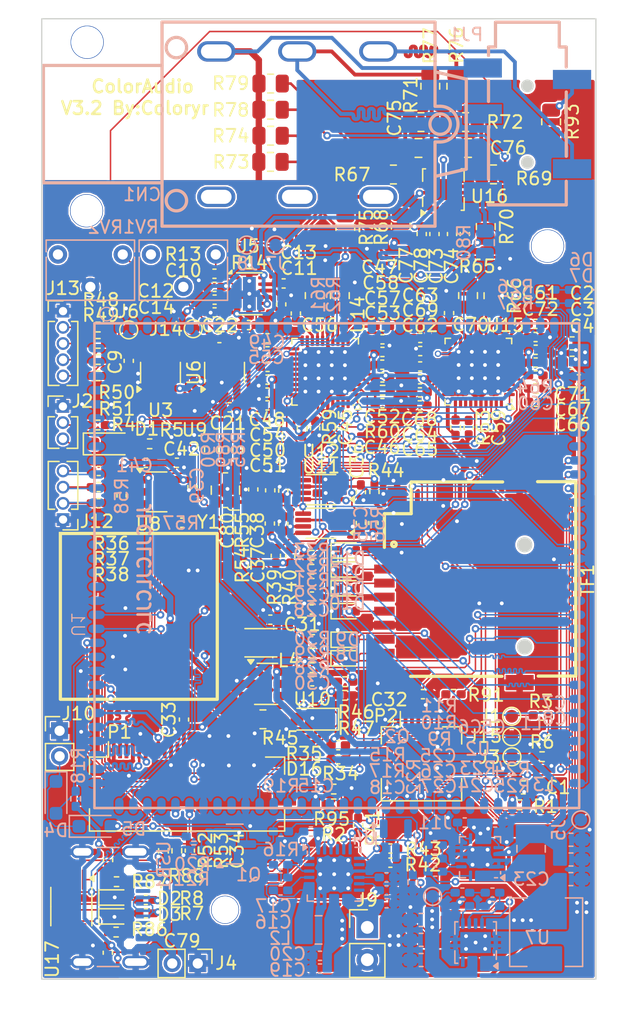
<source format=kicad_pcb>
(kicad_pcb (version 20241229) (generator "pcbnew") (generator_version "9.0")
  (layers (0 "F.Cu" signal) (2 "B.Cu" signal) (13 "F.Paste" user) (15 "B.Paste" user) (5 "F.SilkS" user "F.Silkscreen") (7 "B.SilkS" user "B.Silkscreen") (1 "F.Mask" user) (3 "B.Mask" user) (25 "Edge.Cuts" user))
  (net 0 "")
  (net 1 "Net-(U1-VCCIO4_IN)")
  (net 2 "GND")
  (net 3 "5V")
  (net 4 "Net-(U2-SS{slash}TR)")
  (net 5 "3.3V")
  (net 6 "1.8V")
  (net 7 "Net-(U5-C+)")
  (net 8 "Net-(U5-C-)")
  (net 9 "Net-(U5-CP)")
  (net 10 "OP+")
  (net 11 "OP-")
  (net 12 "VCC")
  (net 13 "Net-(U4-BTST)")
  (net 14 "Net-(C16-Pad2)")
  (net 15 "Net-(U4-REGN)")
  (net 16 "Net-(J9-Pin_1)")
  (net 17 "SYS")
  (net 18 "DAC_3V3")
  (net 19 "Net-(U7-SS)")
  (net 20 "Net-(D16-K)")
  (net 21 "USB_DET")
  (net 22 "Net-(U14-VL)")
  (net 23 "Net-(U14-VD)")
  (net 24 "Net-(U14-FLYP_VA)")
  (net 25 "Net-(U14-FLYN_VA)")
  (net 26 "Net-(U14-FLYP_VCP)")
  (net 27 "Net-(U14-FLYC_VCP)")
  (net 28 "Net-(U14-FLYN_VCP)")
  (net 29 "Net-(U14-FILT+)")
  (net 30 "Net-(U14--VA)")
  (net 31 "Net-(U14-FILT-)")
  (net 32 "Net-(U14-VCP_FILT+)")
  (net 33 "Net-(U14-VCP_FILT-)")
  (net 34 "Net-(U15-VL)")
  (net 35 "Net-(U15-VD)")
  (net 36 "Net-(U15-FLYP_VA)")
  (net 37 "Net-(U15-FLYN_VA)")
  (net 38 "Net-(U15-FLYP_VCP)")
  (net 39 "Net-(U15-FLYC_VCP)")
  (net 40 "Net-(U15-FLYN_VCP)")
  (net 41 "Net-(U15-FILT+)")
  (net 42 "Net-(U15--VA)")
  (net 43 "Net-(U15-FILT-)")
  (net 44 "Net-(U15-VCP_FILT+)")
  (net 45 "Net-(U15-VCP_FILT-)")
  (net 46 "Net-(U16A--)")
  (net 47 "OUT_A")
  (net 48 "OUT_B")
  (net 49 "Net-(U16B--)")
  (net 50 "HP_DETECT")
  (net 51 "Net-(CN1-3-Pad4)")
  (net 52 "Net-(CN1-Pad2)")
  (net 53 "UART0_RX")
  (net 54 "Net-(D1-K)")
  (net 55 "USB_DP")
  (net 56 "USB_DM")
  (net 57 "Net-(D4-K)")
  (net 58 "KEY_POWER")
  (net 59 "Net-(D5-A)")
  (net 60 "Net-(D6-A)")
  (net 61 "Net-(D7-A)")
  (net 62 "SD_D1")
  (net 63 "SD_D0")
  (net 64 "SD_CLK")
  (net 65 "SD_CMD")
  (net 66 "SD_D3")
  (net 67 "SD_D2")
  (net 68 "Net-(Y1-OUT)")
  (net 70 "Net-(D16-A)")
  (net 71 "Net-(J2-Pin_2)")
  (net 72 "KEY_RIGHT")
  (net 73 "KEY_DOWN")
  (net 74 "KEY_LEFT")
  (net 75 "Net-(J13-Pin_5)")
  (net 76 "Net-(J13-Pin_4)")
  (net 77 "Net-(J13-Pin_2)")
  (net 78 "Net-(J13-Pin_3)")
  (net 79 "Net-(L1-Pad1)")
  (net 80 "Net-(L3-Pad2)")
  (net 81 "LCD_D1P")
  (net 82 "LCD_D0N")
  (net 83 "LCD_CLKN")
  (net 84 "LCD_CLKP")
  (net 85 "LCD_D1N")
  (net 86 "LCD_D0P")
  (net 87 "LCD_RESET")
  (net 88 "TP_SDA")
  (net 89 "TP_SCL")
  (net 90 "TP_INT")
  (net 91 "Net-(Q1-B)")
  (net 92 "POWER_EN")
  (net 93 "VCC_3V3_OUT")
  (net 94 "VCC_1V8_OUT")
  (net 95 "Net-(U1-USB20_OTG0_ID)")
  (net 96 "RESET")
  (net 97 "UART0_TX")
  (net 98 "BOOT")
  (net 99 "Net-(R7-Pad2)")
  (net 100 "Net-(U2-PG)")
  (net 101 "Net-(U2-FB)")
  (net 103 "Net-(U5-FB+)")
  (net 104 "Net-(U5-FB-)")
  (net 105 "Net-(U4-ILIM)")
  (net 106 "Net-(U4-TS)")
  (net 107 "POWER_ON")
  (net 108 "Net-(R23-Pad2)")
  (net 109 "Net-(U7-FB)")
  (net 110 "LED_STATE")
  (net 111 "SD_DET")
  (net 112 "DAC_SDA")
  (net 113 "DAC_SCL")
  (net 114 "BAT_SDA")
  (net 115 "BAT_SCL")
  (net 116 "BAT_INT")
  (net 117 "Net-(U10-EN)")
  (net 118 "LCD_LED")
  (net 119 "RECOVER")
  (net 120 "DAC_SDA_1")
  (net 121 "DAC_INT_1")
  (net 122 "DAC_SCL_1")
  (net 123 "Net-(U14-AOUTB)")
  (net 124 "+INB")
  (net 125 "+INA")
  (net 126 "Net-(U14-AOUTA)")
  (net 127 "Net-(U15-AOUTB)")
  (net 128 "Net-(U15-AOUTA)")
  (net 129 "-INA")
  (net 130 "Net-(U16A-+)")
  (net 131 "-INB")
  (net 132 "Net-(U16B-+)")
  (net 133 "REF_B")
  (net 134 "REF_A")
  (net 135 "DAC_SCLK")
  (net 136 "DAC_LRCK")
  (net 138 "DAC_SDIN")
  (net 139 "DAC_MCLK")
  (net 140 "DAC_MCLK_1")
  (net 141 "USB0_DM")
  (net 142 "USB0_DP")
  (net 143 "BAT_STAT")
  (net 144 "DAC_PWM")
  (net 146 "TP_RESET")
  (net 163 "USB1_DM")
  (net 164 "DAC_INT_B")
  (net 178 "DAC_RESET")
  (net 180 "USB1_DP")
  (net 183 "unconnected-(U1-RM_IO17{slash}SPI0_MOSI{slash}GPIO0_C1_d-Pad21)")
  (net 184 "DAC_INT_A")
  (net 193 "BAT_DM")
  (net 195 "BAT_DP")
  (net 213 "Net-(CN1-Pad3)")
  (net 214 "Net-(PJ1-Pad5)")
  (net 215 "Net-(PJ1-Pad4)")
  (net 216 "HP_DETECT1")
  (net 217 "HP_CONTROL")
  (net 218 "DAC_INT_2")
  (net 219 "Net-(J1-Pin_1)")
  (net 220 "Net-(J3-Pin_1)")
  (net 221 "Net-(P1-LEDK)")
  (net 222 "Net-(P2-RESET)")
  (net 223 "Net-(R8-Pad2)")
  (net 226 "unconnected-(U1-RM_IO19{slash}SPI0_CSN0{slash}ETH_CLK1_25M_OUT{slash}GPIO0_C3_d-Pad19)")
  (net 227 "unconnected-(U1-RM_IO18{slash}SPI0_MISO{slash}REF_CLK1_OUT{slash}GPIO0_C2_d-Pad20)")
  (net 234 "unconnected-(U1-RM_IO16{slash}SPI0_CLK{slash}GPIO0_C0_d-Pad22)")
  (net 236 "Net-(U8-VDD33)")
  (net 237 "WIFI_POWER")
  (net 238 "Net-(U9-OCB)")
  (footprint "Diode_SMD:D_SOD-523" (layer "F.Cu") (at 110.22 151.14)
    (property "Reference" "D3")
    (property "Value" "ESD9B5.0ST5G")
  )
  (footprint "coloryr:BL_M8800DU6_40L" (layer "F.Cu") (at 105.95 121.12)
    (property "Reference" "U8")
    (property "Value" "M8800DU6")
  )
  (footprint "Resistor_SMD:R_0402_1005Metric_Pad0.72x0.64mm_HandSolder" (layer "F.Cu") (at 141.95 142.39)
    (property "Reference" "R1")
    (property "Value" "0")
  )
  (footprint "Capacitor_SMD:C_0402_1005Metric_Pad0.74x0.62mm_HandSolder" (layer "F.Cu") (at 131.82 146.93 180)
    (property "Reference" "R42")
    (property "Value" "4.7K")
  )
  (footprint "Resistor_SMD:R_0402_1005Metric_Pad0.72x0.64mm_HandSolder" (layer "F.Cu") (at 108.88 112.62 180)
    (property "Reference" "R4")
    (property "Value" "100")
  )
  (footprint "Capacitor_SMD:C_0402_1005Metric_Pad0.74x0.62mm_HandSolder" (layer "F.Cu") (at 122.1925 108.06)
    (property "Reference" "C48")
    (property "Value" "2.2uF")
  )
  (footprint "Diode_SMD:D_SOD-323_HandSoldering" (layer "F.Cu") (at 109.7625 114.1)
    (property "Reference" "D1")
    (property "Value" "D")
  )
  (footprint "Diode_SMD:D_SOD-523" (layer "F.Cu") (at 128.43 125.42)
    (property "Reference" "D11")
    (property "Value" "ESD9B5.0ST5G")
  )
  (footprint "Resistor_SMD:R_0402_1005Metric_Pad0.72x0.64mm_HandSolder" (layer "F.Cu") (at 110.32 152.37 180)
    (property "Reference" "R86")
    (property "Value" "0")
  )
  (footprint "Resistor_SMD:R_0805_2012Metric" (layer "F.Cu") (at 125.89 102.47 -90)
    (property "Reference" "R61")
    (property "Value" "50")
  )
  (footprint "Diode_SMD:D_SOD-523" (layer "F.Cu") (at 128.42 130.91)
    (property "Reference" "D8")
    (property "Value" "ESD9B5.0ST5G")
  )
  (footprint "Diode_SMD:D_SOD-523" (layer "F.Cu") (at 128.4425 123.94)
    (property "Reference" "D12")
    (property "Value" "ESD9B5.0ST5G")
  )
  (footprint "Capacitor_SMD:C_0402_1005Metric_Pad0.74x0.62mm_HandSolder" (layer "F.Cu") (at 111.31 107.59 -90)
    (property "Reference" "C9")
    (property "Value" "1uF")
  )
  (footprint "Capacitor_SMD:C_0402_1005Metric_Pad0.74x0.62mm_HandSolder" (layer "F.Cu") (at 134.16 106.82)
    (property "Reference" "C69")
    (property "Value" "2.2uF")
  )
  (footprint "Resistor_SMD:R_0402_1005Metric_Pad0.72x0.64mm_HandSolder" (layer "F.Cu") (at 125.6975 130.51)
    (property "Reference" "R29")
    (property "Value" "4.7K")
  )
  (footprint "Resistor_SMD:R_0402_1005Metric_Pad0.72x0.64mm_HandSolder" (layer "F.Cu") (at 131.21 109.89)
    (property "Reference" "R60")
    (property "Value" "0")
  )
  (footprint "Capacitor_SMD:C_0402_1005Metric_Pad0.74x0.62mm_HandSolder" (layer "F.Cu") (at 123.425 117.7675 90)
    (property "Reference" "C38")
    (property "Value" "0.1uF")
  )
  (footprint "Capacitor_SMD:C_0603_1608Metric_Pad1.08x0.95mm_HandSolder" (layer "F.Cu") (at 146.0675 106.22 180)
    (property "Reference" "C2")
    (property "Value" "22uF")
  )
  (footprint "Capacitor_SMD:C_0402_1005Metric_Pad0.74x0.62mm_HandSolder" (layer "F.Cu") (at 129.29 144 -90)
    (property "Reference" "R41")
    (property "Value" "4.7K")
  )
  (footprint "Capacitor_SMD:C_0402_1005Metric_Pad0.74x0.62mm_HandSolder" (layer "F.Cu") (at 112.66 115.58)
    (property "Reference" "C41")
    (property "Value" "0.1uF")
  )
  (footprint "Capacitor_SMD:C_0402_1005Metric_Pad0.74x0.62mm_HandSolder" (layer "F.Cu") (at 137.655 97.6475 90)
    (property "Reference" "C74")
    (property "Value" "10uF")
  )
  (footprint "Connector_PinHeader_2.00mm:PinHeader_1x02_P2.00mm_Vertical" (layer "F.Cu") (at 116.72 154.83 -90)
    (property "Reference" "J4")
    (property "Value" "Conn_01x02")
  )
  (footprint "Capacitor_SMD:C_0402_1005Metric_Pad0.74x0.62mm_HandSolder" (layer "F.Cu") (at 134.275 97.6475 90)
    (property "Reference" "C77")
    (property "Value" "1.0uF")
  )
  (footprint "Resistor_SMD:R_0402_1005Metric_Pad0.72x0.64mm_HandSolder" (layer "F.Cu") (at 136.7675 133.73)
    (property "Reference" "R91")
    (property "Value" "0")
  )
  (footprint "Capacitor_SMD:C_0402_1005Metric_Pad0.74x0.62mm_HandSolder" (layer "F.Cu") (at 123.4525 101.52 180)
    (property "Reference" "C13")
    (property "Value" "10uF")
  )
  (footprint "Capacitor_SMD:C_0402_1005Metric_Pad0.74x0.62mm_HandSolder" (layer "F.Cu") (at 131.18 107.89)
    (property "Reference" "C53")
    (property "Value" "15uF")
  )
  (footprint "Capacitor_SMD:C_0402_1005Metric_Pad0.74x0.62mm_HandSolder" (layer "F.Cu") (at 122.37 120.34 -90)
    (property "Reference" "R54")
    (property "Value" "3.3K")
  )
  (footprint "Package_SON:WSON-12-1EP_3x2mm_P0.5mm_EP1x2.65_ThermalVias" (layer "F.Cu") (at 120.7625 102.33)
    (property "Reference" "U5")
    (property "Value" "LM27762")
  )
  (footprint "Capacitor_SMD:C_0402_1005Metric_Pad0.74x0.62mm_HandSolder" (layer "F.Cu") (at 143.2125 107.72)
    (property "Reference" "C67")
    (property "Value" "15uF")
  )
  (footprint "Capacitor_SMD:C_0402_1005Metric_Pad0.74x0.62mm_HandSolder" (layer "F.Cu") (at 115.64 135.71 -90)
    (property "Reference" "C33")
    (property "Value" "0.1uF")
  )
  (footprint "Resistor_SMD:R_0402_1005Metric_Pad0.72x0.64mm_HandSolder" (layer "F.Cu") (at 125.6975 131.64)
    (property "Reference" "R28")
    (property "Value" "4.7K")
  )
  (footprint "Capacitor_SMD:C_0402_1005Metric_Pad0.74x0.62mm_HandSolder" (layer "F.Cu") (at 134.155 108.03)
    (property "Reference" "C62")
    (property "Value" "2.2uF")
  )
  (footprint "Diode_SMD:D_SOD-523" (layer "F.Cu") (at 128.43 129.45)
    (property "Reference" "D9")
    (property "Value" "ESD9B5.0ST5G")
  )
  (footprint "Capacitor_SMD:C_0402_1005Metric_Pad0.74x0.62mm_HandSolder" (layer "F.Cu") (at 134.12 111.08 180)
    (property "Reference" "C65")
    (property "Value" "10uF")
  )
  (footprint "Capacitor_SMD:C_0402_1005Metric_Pad0.74x0.62mm_HandSolder" (layer "F.Cu") (at 143.2 105.72 180)
    (property "Reference" "C72")
    (property "Value" "2.2uF")
  )
  (footprint "Resistor_SMD:R_0402_1005Metric_Pad0.72x0.64mm_HandSolder" (layer "F.Cu") (at 128.27 132.74 180)
    (property "Reference" "R46")
    (property "Value" "1K")
  )
  (footprint "Capacitor_SMD:C_0402_1005Metric_Pad0.74x0.62mm_HandSolder" (layer "F.Cu") (at 134.1425 109.03)
    (property "Reference" "C68")
    (property "Value" "2.2uF")
  )
  (footprint "Capacitor_SMD:C_0402_1005Metric_Pad0.74x0.62mm_HandSolder" (layer "F.Cu") (at 116.31 117.4775 -90)
    (property "Reference" "C39")
    (property "Value" "4.7uF")
  )
  (footprint "Package_DFN_QFN:QFN-40-1EP_5x5mm_P0.4mm_EP3.6x3.6mm_ThermalVias" (layer "F.Cu") (at 138.72 108.43 180)
    (property "Reference" "U15")
    (property "Value" "CS43198")
  )
  (footprint "Capacitor_SMD:C_0402_1005Metric_Pad0.74x0.62mm_HandSolder" (layer "F.Cu") (at 143.2175 110.79)
    (property "Reference" "C60")
    (property "Value" "0.1uF")
  )
  (footprint "Connector_PinHeader_1.27mm:PinHeader_1x03_P1.27mm_Vertical" (layer "F.Cu") (at 106.15 111.16)
    (property "Reference" "J2")
    (property "Value" "Conn_01x03")
  )
  (footprint "Resistor_SMD:R_0402_1005Metric_Pad0.72x0.64mm_HandSolder" (layer "F.Cu") (at 110.3525 148.42)
    (property "Reference" "R87")
    (property "Value" "0")
  )
  (footprint "TestPoint:TestPoint_Pad_D1.0mm" (layer "F.Cu") (at 141.33 135.45)
    (property "Reference" "J1")
    (property "Value" "TestPoint")
  )
  (footprint "Resistor_SMD:R_0402_1005Metric_Pad0.72x0.64mm_HandSolder" (layer "F.Cu") (at 128.2575 133.81)
    (property "Reference" "R47")
    (property "Value" "10K")
  )
  (footprint "Capacitor_SMD:C_0402_1005Metric_Pad0.74x0.62mm_HandSolder" (layer "F.Cu") (at 127.7325 137.72)
    (property "Reference" "R35")
    (property "Value" "4.7K")
  )
  (footprint "Resistor_SMD:R_0805_2012Metric" (layer "F.Cu") (at 121.83 135.69 180)
    (property "Reference" "R45")
    (property "Value" "10")
  )
  (footprint "Resistor_SMD:R_0805_2012Metric" (layer "F.Cu") (at 136.99 86.06 -90)
    (property "Reference" "R76")
    (property "Value" "0")
  )
  (footprint "Capacitor_SMD:C_0402_1005Metric_Pad0.74x0.62mm_HandSolder" (layer "F.Cu") (at 118.0325 101.79 180)
    (property "Reference" "C10")
    (property "Value" "10uF")
  )
  (footprint "Capacitor_SMD:C_0402_1005Metric_Pad0.74x0.62mm_HandSolder" (layer "F.Cu") (at 112.65 149.85)
    (property "Reference" "R8")
    (property "Value" "2.2R")
  )
  (footprint "Capacitor_SMD:C_0402_1005Metric_Pad0.74x0.62mm_HandSolder" (layer "F.Cu") (at 109.69 146.73 90)
    (property "Reference" "R88")
    (property "Value" "10K")
  )
  (footprint "Resistor_SMD:R_0402_1005Metric_Pad0.72x0.64mm_HandSolder" (layer "F.Cu") (at 143.7125 138.62 180)
    (property "Reference" "R6")
    (property "Value" "100")
  )
  (footprint "Diode_SMD:D_SOD-523" (layer "F.Cu") (at 128.44 122.45)
    (property "Reference" "D13")
    (property "Value" "ESD9B5.0ST5G")
  )
  (footprint "Capacitor_SMD:C_0402_1005Metric_Pad0.74x0.62mm_HandSolder" (layer "F.Cu") (at 122.1825 105.82)
    (property "Reference" "C49")
    (property "Value" "2.2uF")
  )
  (footprint "Capacitor_SMD:C_0402_1005Metric_Pad0.74x0.62mm_HandSolder" (layer "F.Cu") (at 115.0875 115.58 180)
    (property "Reference" "C42")
    (property "Value" "10uF")
  )
  (footprint "TestPoint:TestPoint_Pad_D1.0mm" (layer "F.Cu") (at 141.35 138.63)
    (property "Reference" "J3")
    (property "Value" "TestPoint")
  )
  (footprint "Capacitor_SMD:C_0402_1005Metric_Pad0.74x0.62mm_HandSolder" (layer "F.Cu") (at 123.97 122.8825 90)
    (property "Reference" "R40")
    (property "Value" "4.7K")
  )
  (footprint "Capacitor_SMD:C_0402_1005Metric_Pad0.74x0.62mm_HandSolder" (layer "F.Cu") (at 115.5 120.28)
    (property "Reference" "R57")
    (property "Value" "10K")
  )
  (footprint "Package_SO:VSSOP-8_2.3x2mm_P0.5mm" (layer "F.Cu") (at 126.38 117.69 180)
    (property "Reference" "U12")
    (property "Value" "TXS0102DCU")
  )
  (footprint "Capacitor_SMD:C_0402_1005Metric_Pad0.74x0.62mm_HandSolder" (layer "F.Cu") (at 129.505 120.2975 -90)
    (property "Reference" "C35")
    (property "Value" "0.1uF")
  )
  (footprint "Capacitor_SMD:C_0402_1005Metric_Pad0.74x0.62mm_HandSolder" (layer "F.Cu") (at 146.5925 109.04 180)
    (property "Reference" "C4")
    (property "Value" "10uF")
  )
  (footprint "Capacitor_SMD:C_0402_1005Metric_Pad0.74x0.62mm_HandSolder" (layer "F.Cu") (at 108.9575 116.22 180)
    (property "Reference" "R36")
    (property "Value" "4.7K")
  )
  (footprint "Capacitor_SMD:C_0402_1005Metric_Pad0.74x0.62mm_HandSolder" (layer "F.Cu") (at 122.4 117.74 -90)
    (property "Reference" "R55")
    (property "Value" "3.3K")
  )
  (footprint "Diode_SMD:D_SOD-523" (layer "F.Cu") (at 110.2225 149.66)
    (property "Reference" "D2")
    (property "Value" "ESD9B5.0ST5G")
  )
  (footprint "Capacitor_SMD:C_0402_1005Metric_Pad0.74x0.62mm_HandSolder" (layer "F.Cu") (at 136.42 103.84 -90)
    (property "Reference" "C70")
    (property "Value" "2.2uF")
  )
  (footprint "TestPoint:TestPoint_Pad_D1.0mm" (layer "F.Cu") (at 111.31 105.16)
    (property "Reference" "J6")
    (property "Value" "TestPoint")
  )
  (footprint "Capacitor_SMD:C_0402_1005Metric_Pad0.74x0.62mm_HandSolder" (layer "F.Cu") (at 110.75 118.15 90)
    (property "Reference" "R58")
    (property "Value" "5K")
  )
  (footprint "Resistor_SMD:R_0402_1005Metric_Pad0.72x0.64mm_HandSolder" (layer "F.Cu") (at 143.24 109.76)
    (property "Reference" "R64")
    (property "Value" "0")
  )
  (footprint "Resistor_SMD:R_0805_2012Metric" (layer "F.Cu") (at 132.0575 92.98 180)
    (property "Reference" "R67")
    (property "Value" "510")
  )
  (footprint "Resistor_SMD:R_0402_1005Metric_Pad0.72x0.64mm_HandSolder" (layer "F.Cu") (at 119.845 114.5425 -90)
    (property "Reference" "R85")
    (property "Value" "0")
  )
  (footprint "Capacitor_SMD:C_0402_1005Metric_Pad0.74x0.62mm_HandSolder" (layer "F.Cu") (at 118.03 100.76)
    (property "Reference" "R13")
    (property "Value" "220K")
  )
  (footprint "Resistor_SMD:R_0805_2012Metric" (layer "F.Cu") (at 137.7125 88.87)
    (property "Reference" "R72")
    (property "Value" "82")
  )
  (footprint "Capacitor_SMD:C_0402_1005Metric_Pad0.74x0.62mm_HandSolder" (layer "F.Cu") (at 134.37 133.72 180)
    (property "Reference" "C32")
    (property "Value" "0.1uF")
  )
  (footprint "Resistor_SMD:R_0805_2012Metric" (layer "F.Cu") (at 139.9025 92.97)
    (property "Reference" "R69")
    (property "Value" "510")
  )
  (footprint "Capacitor_SMD:C_0402_1005Metric_Pad0.74x0.62mm_HandSolder" (layer "F.Cu") (at 143.2175 108.73)
    (property "Reference" "C66")
    (property "Value" "15uF")
  )
  (footprint "Package_TO_SOT_SMD:SOT-23-5" (layer "F.Cu") (at 113.7975 108.51 90)
    (property "Reference" "U3")
    (property "Value" "~")
  )
  (footprint "Resistor_SMD:R_0805_2012Metric" (layer "F.Cu") (at 128.29 97.13 -90)
    (property "Reference" "R75")
    (property "Value" "0")
  )
  (footprint "Capacitor_SMD:C_0402_1005Metric_Pad0.74x0.62mm_HandSolder" (layer "F.Cu") (at 119.205 111.2325 180)
    (property "Reference" "C21")
    (property "Value" "1uF")
  )
  (footprint "Resistor_SMD:R_0402_1005Metric_Pad0.72x0.64mm_HandSolder" (layer "F.Cu") (at 125.6975 129.43)
    (property "Reference" "R30")
    (property "Value" "4.7K")
  )
  (footprint "Resistor_SMD:R_0805_2012Metric" (layer "F.Cu") (at 134.95 86.06 -90)
    (property "Reference" "R77")
    (property "Value" "0")
  )
  (footprint "Capacitor_SMD:C_0402_1005Metric_Pad0.74x0.62mm_HandSolder" (layer "F.Cu") (at 122.1825 109.06)
    (property "Reference" "C54")
    (property "Value" "2.2uF")
  )
  (footprint "Capacitor_SMD:C_0402_1005Metric_Pad0.74x0.62mm_HandSolder" (layer "F.Cu") (at 134.16 105.79)
    (property "Reference" "C63")
    (property "Value" "2.2uF")
  )
  (footprint "Package_DFN_QFN:QFN-40-1EP_5x5mm_P0.4mm_EP3.6x3.6mm_ThermalVias" (layer "F.Cu") (at 126.706667 108.446667 180)
    (property "Reference" "U14")
    (property "Value" "CS43198")
  )
  (footprint "Connector_PinHeader_1.27mm:PinHeader_1x05_P1.27mm_Vertical" (layer "F.Cu") (at 106.1575 103.69)
    (property "Reference" "J13")
    (property "Value" "Conn_01x05")
  )
  (footprint "Resistor_SMD:R_0402_1005Metric_Pad0.72x0.64mm_HandSolder" (layer "F.Cu") (at 118.735 114.5425 -90)
    (property "Reference" "R89")
    (property "Value" "0")
  )
  (footprint "Resistor_SMD:R_0402_1005Metric_Pad0.72x0.64mm_HandSolder" (layer "F.Cu") (at 143.615 135.38 180)
    (property "Reference" "R3")
    (property "Value" "100")
  )
  (footprint "Capacitor_SMD:C_0402_1005Metric_Pad0.74x0.62mm_HandSolder" (layer "F.Cu") (at 108.9475 118.75 180)
    (property "Reference" "R38")
    (property "Value" "4.7K")
  )
  (footprint "Resistor_SMD:R_0402_1005Metric_Pad0.72x0.64mm_HandSolder" (layer "F.Cu") (at 124.906667 112.8975 -90)
    (property "Reference" "R59")
    (property "Value" "0")
  )
  (footprint "Resistor_SMD:R_0805_2012Metric" (layer "F.Cu") (at 134.2175 88.87 180)
    (property "Reference" "R71")
    (property "Value" "82")
  )
  (footprint "Capacitor_SMD:C_0402_1005Metric_Pad0.74x0.62mm_HandSolder" (layer "F.Cu") (at 122.1825 110.08)
    (property "Reference" "C50")
    (property "Value" "0.1uF")
  )
  (footprint "Package_SO:VSSOP-8_2.3x2mm_P0.5mm" (layer "F.Cu") (at 126.38 120.32 180)
    (property "Reference" "U11")
    (property "Value" "TXS0102DCU")
  )
  (footprint "Capacitor_SMD:C_0402_1005Metric_Pad0.74x0.62mm_HandSolder" (layer "F.Cu") (at 123.425 120.3675 90)
    (property "Reference" "C37")
    (property "Value" "0.1uF")
  )
  (footprint "Resistor_SMD:R_0805_2012Metric" (layer "F.Cu") (at 122.43 87.9)
    (property "Reference" "R78")
    (property "Value" "0")
  )
  (footprint "Capacitor_SMD:C_0402_1005Metric_Pad0.74x0.62mm_HandSolder" (layer "F.Cu") (at 116.1 145.98 -90)
    (property "Reference" "C34")
    (property "Value" "0.1uF")
  )
  (footprint "Resistor_SMD:R_0402_1005Metric_Pad0.72x0.64mm_HandSolder" (layer "F.Cu") (at 127.38 141.16)
    (property "Reference" "R95")
    (property "Value" "10K")
  )
  (footprint "Resistor_SMD:R_0402_1005Metric_Pad0.72x0.64mm_HandSolder" (layer "F.Cu") (at 112.95 114.09 180)
    (property "Reference" "R5")
    (property "Value" "4.7K")
  )
  (footprint "Capacitor_SMD:C_0402_1005Metric_Pad0.74x0.62mm_HandSolder" (layer "F.Cu") (at 127.7425 138.82)
    (property "Reference" "R34")
    (property "Value" "4.7K")
  )
  (footprint "Capacitor_SMD:C_0402_1005Metric_Pad0.74x0.62mm_HandSolder" (layer "F.Cu") (at 112.66 150.9)
    (property "Reference" "R7")
    (property "Value" "2.2R")
  )
  (footprint "Diode_SMD:D_SOD-523" (layer "F.Cu") (at 128.43 127.21)
    (property "Reference" "D10")
    (property "Value" "ESD9B5.0ST5G")
  )
  (footprint "Capacitor_SMD:C_0402_1005Metric_Pad0.74x0.62mm_HandSolder" (layer "F.Cu") (at 125.6925 132.71)
    (property "Reference" "C30")
    (property "Value" "1uF")
  )
  (footprint "TestPoint:TestPoint_Pad_D1.0mm" (layer "F.Cu") (at 141.33 137.05)
    (property "Reference" "J15")
    (property "Value" "TestPoint")
  )
  (footprint "Resistor_SMD:R_0805_2012Metric" (layer "F.Cu") (at 122.43 89.94)
    (property "Reference" "R74")
    (property "Value" "0")
  )
  (footprint "Diode_SMD:D_SOD-323_HandSoldering" (layer "F.Cu") (at 125.75 135.68 180)
    (property "Reference" "D16")
    (property "Value" "D")
  )
  (footprint "Resistor_SMD:R_0805_2012Metric" (layer "F.Cu") (at 137.91 102.47 -90)
    (property "Reference" "R65")
    (property "Value" "50")
  )
  (footprint "Capacitor_SMD:C_0402_1005Metric_Pad0.74x0.62mm_HandSolder" (layer "F.Cu") (at 125.655 127.08 180)
    (property "Reference" "C28")
    (property "Value" "10uF")
  )
  (footprint "Capacitor_SMD:C_0402_1005Metric_Pad0.74x0.62mm_HandSolder" (layer "F.Cu") (at 118.415 105.8025)
    (property "Reference" "C22")
    (property "Value" "1uF")
  )
  (footprint "coloryr:TF-SMD_TF-PUSH" (layer "F.Cu") (at 136.65 125.06 90)
    (property "Reference" "TF1")
    (property "Value" "Micro_SD_Card_Det1")
    (fp_poly (pts (xy 3.644867 5.621684) (xy 3.604328 5.47039) (xy 3.526012 5.334743) (xy 3.415257 5.223988) (xy 3.27961 5.145672) (xy 3.128316 5.105133) (xy 2.971684 5.105133) (xy 2.82039 5.145672) (xy 2.684743 5.223988) (xy 2.573988 5.334743) (xy 2.495672 5.47039) (xy 2.455133 5.621684) (xy 2.455133 5.778316) (xy 2.495672 5.92961) (xy 2.573988 6.065257) (xy 2.684743 6.176012) (xy 2.82039 6.254328) (xy 2.971684 6.294867) (xy 3.128316 6.294867) (xy 3.27961 6.254328) (xy 3.415257 6.176012) (xy 3.526012 6.065257) (xy 3.604328 5.92961) (xy 3.644867 5.778316)) (fill yes) (layer "Edge.Cuts"))
    (fp_poly (pts (xy -4.355133 5.621684) (xy -4.395672 5.47039) (xy -4.473988 5.334743) (xy -4.584743 5.223988) (xy -4.72039 5.145672) (xy -4.871684 5.105133) (xy -5.028316 5.105133) (xy -5.17961 5.145672) (xy -5.315257 5.223988) (xy -5.426012 5.334743) (xy -5.504328 5.47039) (xy -5.544867 5.621684) (xy -5.544867 5.778316) (xy -5.504328 5.92961) (xy -5.426012 6.065257) (xy -5.315257 6.176012) (xy -5.17961 6.254328) (xy -5.028316 6.294867) (xy -4.871684 6.294867) (xy -4.72039 6.254328) (xy -4.584743 6.176012) (xy -4.473988 6.065257) (xy -4.395672 5.92961) (xy -4.355133 5.778316)) (fill yes) (layer "Edge.Cuts"))
  )
  (footprint "Resistor_SMD:R_0402_1005Metric_Pad0.72x0.64mm_HandSolder" (layer "F.Cu") (at 125.655 125.03)
    (property "Reference" "R31")
    (property "Value" "4.7K")
  )
  (footprint "Resistor_SMD:R_0402_1005Metric_Pad0.72x0.64mm_HandSolder" (layer "F.Cu") (at 108.8875 108.76 180)
    (property "Reference" "R51")
    (property "Value" "100")
  )
  (footprint "Capacitor_SMD:C_0402_1005Metric_Pad0.74x0.62mm_HandSolder" (layer "F.Cu") (at 129.505 117.88 -90)
    (property "Reference" "C36")
    (property "Value" "0.1uF")
  )
  (footprint "Capacitor_SMD:C_0402_1005Metric_Pad0.74x0.62mm_HandSolder" (layer "F.Cu") (at 124.41 103.87 -90)
    (property "Reference" "C56")
    (property "Value" "2.2uF")
  )
  (footprint "Resistor_SMD:R_0402_1005Metric_Pad0.72x0.64mm_HandSolder" (layer "F.Cu") (at 127.38 142.32 180)
    (property "Reference" "R2")
    (property "Value" "10K")
  )
  (footprint "Connector_FFC-FPC:Hirose_FH12-24S-0.5SH_1x24-1MP_P0.50mm_Horizontal" (layer "F.Cu") (at 115.88 139.95)
    (property "Reference" "P1")
    (property "Value" "LCD_MIPI")
  )
  (footprint "Resistor_SMD:R_0805_2012Metric" (layer "F.Cu") (at 139.295 97.06 -90)
    (property "Reference" "R70")
    (property "Value" "71.5")
  )
  (footprint "Package_SO:MSOP-10_3x3mm_P0.5mm" (layer "F.Cu") (at 106.81 150.37 -90)
    (property "Reference" "U17")
    (property "Value" "CH422E")
  )
  (footprint "Capacitor_SMD:C_0402_1005Metric_Pad0.74x0.62mm_HandSolder" (layer "F.Cu") (at 125.92 112.88 -90)
    (property "Reference" "C45")
    (property "Value" "0.1uF")
  )
  (footprint "Capacitor_SMD:C_0402_1005Metric_Pad0.74x0.62mm_HandSolder" (layer "F.Cu") (at 143.19 104.69)
    (property "Reference" "C61")
    (property "Value" "2.2uF")
  )
  (footprint "Package_TO_SOT_SMD:SOT-23-5" (layer "F.Cu") (at 118.82 108.51 90)
    (property "Reference" "U6")
    (property "Value" "LP5907MFX-3.3")
  )
  (footprint "Capacitor_SMD:C_0603_1608Metric_Pad1.08x0.95mm_HandSolder" (layer "F.Cu") (at 142.24 141.03)
    (property "Reference" "C1")
    (property "Value" "22uF")
  )
  (footprint "Resistor_SMD:R_0805_2012Metric" (layer "F.Cu") (at 122.42 91.99)
    (property "Reference" "R73")
    (property "Value" "0")
  )
  (footprint "Resistor_SMD:R_0402_1005Metric_Pad0.72x0.64mm_HandSolder" (layer "F.Cu") (at 125.645 123.93)
    (property "Reference" "R32")
    (property "Value" "4.7K")
  )
  (footprint "Capacitor_SMD:C_0402_1005Metric_Pad0.74x0.62mm_HandSolder" (layer "F.Cu") (at 121.07 117.6675 90)
    (property "Reference" "C80")
    (property "Value" "0.1uF")
  )
  (footprint "Capacitor_SMD:C_0402_1005Metric_Pad0.74x0.62mm_HandSolder" (layer "F.Cu") (at 120.7325 104.78)
    (property "Reference" "R14")
    (property "Value" "510K")
  )
  (footprint "Capacitor_SMD:C_0402_1005Metric_Pad0.74x0.62mm_HandSolder" (layer "F.Cu") (at 131.2 106.89 180)
    (property "Reference" "C57")
    (property "Value" "2.2uF")
  )
  (footprint "Capacitor_SMD:C_0402_1005Metric_Pad0.74x0.62mm_HandSolder" (layer "F.Cu") (at 118.04 103.79)
    (property "Reference" "C14")
    (property "Value" "10uF")
  )
  (footprint "Resistor_SMD:R_0402_1005Metric_Pad0.72x0.64mm_HandSolder" (layer "F.Cu") (at 114.03 146 90)
    (property "Reference" "R52")
    (property "Value" "100K")
  )
  (footprint "Resistor_SMD:R_0402_1005Metric_Pad0.72x0.64mm_HandSolder" (layer "F.Cu") (at 108.9 107.48 180)
    (property "Reference" "R50")
    (property "Value" "3K")
  )
  (footprint "Capacitor_SMD:C_0402_1005Metric_Pad0.74x0.62mm_HandSolder" (layer "F.Cu") (at 118.0425 102.79)
    (property "Reference" "C12")
    (property "Value" "10uF")
  )
  (footprint "Capacitor_SMD:C_0402_1005Metric_Pad0.74x0.62mm_HandSolder" (layer "F.Cu") (at 122.41 127.88)
    (property "Reference" "C31")
    (property "Value" "1uF")
  )
  (footprint "Connector_PinHeader_1.27mm:PinHeader_1x04_P1.27mm_Vertical" (layer "F.Cu") (at 106.16 120.03 180)
    (property "Reference" "J12")
    (property "Value" "Conn_01x04")
  )
  (footprint "Resistor_SMD:R_0402_1005Metric_Pad0.72x0.64mm_HandSolder" (layer "F.Cu") (at 136.93 112.8275 -90)
    (property "Reference" "R63")
    (property "Value" "0")
  )
  (footprint "Capacitor_SMD:C_0402_1005Metric_Pad0.74x0.62mm_HandSolder" (layer "F.Cu") (at 122.84 122.87 90)
    (property "Reference" "R39")
    (property "Value" "4.7K")
  )
  (footprint "Capacitor_SMD:C_0805_2012Metric_Pad1.18x1.45mm_HandSolder" (layer "F.Cu") (at 137.9075 90.9)
    (property "Reference" "C76")
    (property "Value" "4.7nf")
  )
  (footprint "Capacitor_SMD:C_0805_2012Metric_Pad1.18x1.45mm_HandSolder" (layer "F.Cu") (at 134.0225 90.9 180)
    (property "Reference" "C75")
    (property "Value" "4.7nf")
  )
  (footprint "Inductor_SMD:L_TDK_NLV25_2.5x2.0mm" (layer "F.Cu") (at 121.67 129.69 180)
    (property "Reference" "L4")
    (property "Value" "10uH")
  )
  (footprint "Resistor_SMD:R_0402_1005Metric_Pad0.72x0.64mm_HandSolder" (layer "F.Cu") (at 115.08 146 -90)
    (property "Reference" "R53")
    (property "Value" "150K")
  )
  (footprint "Capacitor_SMD:C_0402_1005Metric_Pad0.74x0.62mm_HandSolder" (layer "F.Cu") (at 122.1825 111.08 180)
    (property "Reference" "C51")
    (property "Value" "10uF")
  )
  (footprint "Capacitor_SMD:C_0402_1005Metric_Pad0.74x0.62mm_HandSolder" (layer "F.Cu") (at 130.57 117.87 -90)
    (property "Reference" "R44")
    (property "Value" "3.3K")
  )
  (footprint "Capacitor_SMD:C_0402_1005Metric_Pad0.74x0.62mm_HandSolder" (layer "F.Cu") (at 135.275 97.6475 90)
    (property "Reference" "C78")
    (property "Value" "10uF")
  )
  (footprint "Capacitor_SMD:C_0402_1005Metric_Pad0.74x0.62mm_HandSolder" (layer "F.Cu") (at 131.19 104.87)
    (property "Reference" "C47")
    (property "Value" "2.2uF")
  )
  (footprint "Capacitor_SMD:C_0402_1005Metric_Pad0.74x0.62mm_HandSolder" (layer "F.Cu") (at 131.19 108.89)
    (property "Reference" "C52")
    (property "Value" "15uF")
  )
  (footprint "Resistor_SMD:R_0805_2012Metric" (layer "F.Cu") (at 122.4325 85.85)
    (property "Reference" "R79")
    (property "Value" "0")
  )
  (footprint "Capacitor_SMD:C_0402_1005Metric_Pad0.74x0.62mm_HandSolder" (layer "F.Cu") (at 137.96 112.83 -90)
    (property "Reference" "C59")
    (property "Value" "0.1uF")
  )
  (footprint "Package_SON:Texas_S-PVSON-N10" (layer "F.Cu") (at 135.975 94.16 90)
    (property "Reference" "U16")
    (property "Value" "OPA1622")
  )
  (footprint "Resistor_SMD:R_0402_1005Metric_Pad0.72x0.64mm_HandSolder" (layer "F.Cu") (at 108.9 104.94 180)
    (property "Reference" "R48")
    (property "Value" "12K")
  )
  (footprint "Oscillator:Oscillator_SMD_ECS_2520MV-xxx-xx-4Pin_2.5x2.0mm" (layer "F.Cu") (at 118.89 117.7275 180)
    (property "Reference" "Y1")
    (property "Value" "24.576M")
  )
  (footprint "Connector_FFC-FPC:Hirose_FH12-6S-0.5SH_1x06-1MP_P0.50mm_Horizontal" (layer "F.Cu") (at 134.26 137.58)
    (property "Reference" "P2")
    (property "Value" "LCD_TOUCH")
  )
  (footprint "Connector_PinHeader_2.00mm:PinHeader_1x02_P2.00mm_Vertical" (layer "F.Cu") (at 105.89 136.59)
    (property "Reference" "J10")
    (property "Value" "Conn_01x02")
  )
  (footprint "TestPoint:TestPoint_Pad_D1.0mm" (layer "F.Cu") (at 116.36 105.07)
    (property "Reference" "J14")
    (property "Value" "TestPoint")
  )
  (footprint "Resistor_SMD:R_0805_2012Metric" (layer "F.Cu") (at 139.9 102.48 -90)
    (property "Reference" "R66")
    (property "Value" "50")
  )
  (footprint "Capacitor_SMD:C_0402_1005Metric_Pad0.74x0.62mm_HandSolder" (layer "F.Cu") (at 136.655 97.6475 90)
    (property "Reference" "C73")
    (property "Value" "1.0uF")
  )
  (footprint "Capacitor_SMD:C_0402_1005Metric_Pad0.74x0.62mm_HandSolder" (layer "F.Cu") (at 122.1925 106.84)
    (property "Reference" "C55")
    (property "Value" "2.2uF")
  )
  (footprint "Resistor_SMD:R_0805_2012Metric" (layer "F.Cu") (at 127.86 102.4725 -90)
    (property "Reference" "R62")
    (property "Value" "50")
  )
  (footprint "Capacitor_SMD:C_0402_1005Metric_Pad0.74x0.62mm_HandSolder" (layer "F.Cu") (at 109.67 153.99 -90)
    (property "Reference" "C79")
    (property "Value" "0.1uF")
  )
  (footprint "Resistor_SMD:R_0402_1005Metric_Pad0.72x0.64mm_HandSolder" (layer "F.Cu") (at 117.635 114.545 -90)
    (property "Reference" "R90")
    (property "Value" "0")
  )
  (footprint "Capacitor_SMD:C_0402_1005Metric_Pad0.74x0.62mm_HandSolder" (layer "F.Cu") (at 123.26 103.16 90)
    (property "Reference" "C11")
    (property "Value" "1uF")
  )
  (footprint "Capacitor_SMD:C_0603_1608Metric_Pad1.08x0.95mm_HandSolder" (layer "F.Cu") (at 146.07 107.74 180)
    (property "Reference" "C3")
    (property "Value" "22uF")
  )
  (footprint "Capacitor_SMD:C_0402_1005Metric_Pad0.74x0.62mm_HandSolder" (layer "F.Cu") (at 131.195 110.9)
    (property "Reference" "C46")
    (property "Value" "0.1uF")
  )
  (footprint "Package_TO_SOT_SMD:SOT-23-5" (layer "F.Cu") (at 113.4925 117.86)
    (property "Reference" "U9")
    (property "Value" "ME1502AM5G")
  )
  (footprint "Resistor_SMD:R_0805_2012Metric" (layer "F.Cu") (at 132.635 97.0275 -90)
    (property "Reference" "R68")
    (property "Value" "71.5")
  )
  (footprint "Capacitor_SMD:C_0402_1005Metric_Pad0.74x0.62mm_HandSolder" (layer "F.Cu") (at 131.82 145.82 180)
    (property "Reference" "R43")
    (property "Value" "4.7K")
  )
  (footprint "Resistor_SMD:R_0402_1005Metric_Pad0.72x0.64mm_HandSolder" (layer "F.Cu") (at 108.8975 106.22 180)
    (property "Reference" "R49")
    (property "Value" "5.1K")
  )
  (footprint "Capacitor_SMD:C_0402_1005Metric_Pad0.74x0.62mm_HandSolder" (layer "F.Cu") (at 134.135 110.06)
    (property "Reference" "C64")
    (property "Value" "0.1uF")
  )
  (footprint "Capacitor_SMD:C_0402_1005Metric_Pad0.74x0.62mm_HandSolder" (layer "F.Cu") (at 143.2125 106.72 180)
    (property "Reference" "C71")
    (property "Value" "2.2uF")
  )
  (footprint "Connector_PinHeader_2.54mm:PinHeader_1x02_P2.54mm_Vertical" (layer "F.Cu") (at 130.01 152)
    (property "Reference" "J9")
    (property "Value" "Conn_01x02")
  )
  (footprint "Capacitor_SMD:C_0402_1005Metric_Pad0.74x0.62mm_HandSolder" (layer "F.Cu") (at 125.6725 126.07 180)
    (property "Reference" "C29")
    (property "Value" "0.1uF")
  )
  (footprint "Package_TO_SOT_SMD:SOT-23-6_Handsoldering" (layer "F.Cu") (at 122.08 132.9125)
    (property "Reference" "U10")
    (property "Value" "STI9287")
  )
  (footprint "Resistor_SMD:R_0805_2012Metric" (layer "F.Cu") (at 144.42 88.8475 -90)
    (property "Reference" "R93")
    (property "Value" "0")
  )
  (footprint "Resistor_SMD:R_0402_1005Metric_Pad0.72x0.64mm_HandSolder" (layer "F.Cu") (at 125.655 122.83)
    (property "Reference" "R33")
    (property "Value" "4.7K")
  )
  (footprint "Capacitor_SMD:C_0402_1005Metric_Pad0.74x0.62mm_HandSolder" (layer "F.Cu") (at 131.2 105.9 180)
    (property "Reference" "C58")
    (property "Value" "2.2uF")
  )
  (footprint "Capacitor_SMD:C_0402_1005Metric_Pad0.74x0.62mm_HandSolder" (layer "F.Cu") (at 108.9475 117.48 180)
    (property "Reference" "R37")
    (property "Value" "4.7K")
  )
  (footprint "Capacitor_SMD:C_0402_1005Metric_Pad0.74x0.62mm_HandSolder" (layer "F.Cu") (at 130.49 120.3 -90)
    (property "Reference" "R56")
    (property "Value" "3.3K")
  )
  (footprint "Inductor_SMD:L_1008_2520Metric_Pad1.43x2.20mm_HandSolder" (layer "B.Cu") (at 142.85 145.84 90)
    (property "Reference" "L1")
    (property "Value" "2,2uH")
  )
  (footprint "Capacitor_SMD:C_0603_1608Metric_Pad1.08x0.95mm_HandSolder" (layer "B.Cu") (at 134.2275 151.42 180)
    (property "Reference" "C25")
    (property "Value" "22uF")
  )
  (footprint "TestPoint:TestPoint_Pad_D1.0mm" (layer "B.Cu") (at 122.82 98.51 180)
    (property "Reference" "J7")
    (property "Value" "TestPoint")
  )
  (footprint "coloryr:SOT-23" (layer "B.Cu") (at 119.6175 145.47)
    (property "Reference" "Q1")
    (property "Value" "NPN")
  )
  (footprint "Potentiometer_THT:Potentiometer_Bourns_3266W_Vertical" (layer "B.Cu") (at 113.05 99.25 180)
    (property "Reference" "RV1")
    (property "Value" "R_Potentiometer")
  )
  (footprint "Diode_SMD:D_SOD-323_HandSoldering" (layer "B.Cu") (at 105.61 141.8125 -90)
    (property "Reference" "D4")
    (property "Value" "D")
  )
  (footprint "Resistor_SMD:R_0402_1005Metric_Pad0.72x0.64mm_HandSolder" (layer "B.Cu") (at 116.4125 145.91)
    (property "Reference" "R20")
    (property "Value" "100K/NC")
  )
  (footprint "Inductor_SMD:L_1008_2520Metric_Pad1.43x2.20mm_HandSolder" (layer "B.Cu") (at 126.19 152.2)
    (property "Reference" "L2")
    (property "Value" "2,2uH")
  )
  (footprint "Capacitor_SMD:C_0402_1005Metric_Pad0.74x0.62mm_HandSolder" (layer "B.Cu") (at 140.03 143.78)
    (property "Reference" "C5")
    (property "Value" "10uF")
  )
  (footprint "Capacitor_SMD:C_0402_1005Metric_Pad0.74x0.62mm_HandSolder" (layer "B.Cu") (at 135.3275 146.61)
    (property "Reference" "R10")
    (property "Value" "750K")
  )
  (footprint "Capacitor_SMD:C_0402_1005Metric_Pad0.74x0.62mm_HandSolder" (layer "B.Cu") (at 126.3025 154.23 180)
    (property "Reference" "C20")
    (property "Value" "10uF")
  )
  (footprint "coloryr:AUDIO-TH_PJ-625G" (layer "B.Cu") (at 124.52 89.03)
    (property "Reference" "CN1")
    (property "Value" "~")
  )
  (footprint "Diode_SMD:D_0402_1005Metric_Pad0.77x0.64mm_HandSolder" (layer "B.Cu") (at 146.4525 103.06 180)
    (property "Reference" "D7")
    (property "Value" "LED")
  )
  (footprint "Capacitor_SMD:C_0402_1005Metric_Pad0.74x0.62mm_HandSolder" (layer "B.Cu") (at 131.52 150.11)
    (property "Reference" "C18")
    (property "Value" "10uF")
  )
  (footprint "coloryr:rk3506" (layer "B.Cu") (at 127.57 123.66501 90)
    (property "Reference" "U1")
    (property "Value" "SOM3562_18")
  )
  (footprint "Capacitor_SMD:C_0603_1608Metric_Pad1.08x0.95mm_HandSolder" (layer "B.Cu") (at 145.97 148.22)
    (property "Reference" "C23")
    (property "Value" "22uF")
  )
  (footprint "Resistor_SMD:R_0402_1005Metric_Pad0.72x0.64mm_HandSolder" (layer "B.Cu") (at 133.58 148.4725 -90)
    (property "Reference" "R22")
    (property "Value" "10K")
  )
  (footprint "TestPoint:TestPoint_Pad_D1.0mm" (layer "B.Cu") (at 146.75 143.57 180)
    (property "Reference" "J5")
    (property "Value" "TestPoint")
  )
  (footprint "Package_DFN_QFN:VQFN-16-1EP_3x3mm_P0.5mm_EP1.68x1.68mm_ThermalVias" (layer "B.Cu") (at 138.85 146.5 90)
    (property "Reference" "U2")
    (property "Value" "TLV6213x")
  )
  (footprint "Package_DFN_QFN:Texas_RTW_WQFN-24-1EP_4x4mm_P0.5mm_EP2.7x2.7mm_ThermalVias" (layer "B.Cu") (at 127.415 147.835 -90)
    (property "Reference" "U4")
    (property "Value" "BQ25895RTW")
  )
  (footprint "Capacitor_SMD:C_0402_1005Metric_Pad0.74x0.62mm_HandSolder" (layer "B.Cu") (at 126.3025 155.23 180)
    (property "Reference" "C19")
    (property "Value" "10uF")
  )
  (footprint "Capacitor_SMD:C_0402_1005Metric_Pad0.74x0.62mm_HandSolder" (layer "B.Cu") (at 131.515 148.085)
    (property "Reference" "R15")
    (property "Value" "260")
  )
  (footprint "Capacitor_SMD:C_0603_1608Metric_Pad1.08x0.95mm_HandSolder" (layer "B.Cu") (at 134.235 152.98 180)
    (property "Reference" "C26")
    (property "Value" "22uF")
  )
  (footprint "Capacitor_SMD:C_0603_1608Metric_Pad1.08x0.95mm_HandSolder" (layer "B.Cu") (at 134.235 154.56 180)
    (property "Reference" "C27")
    (property "Value" "22uF")
  )
  (footprint "Capacitor_SMD:C_0402_1005Metric_Pad0.74x0.62mm_HandSolder" (layer "B.Cu") (at 135.33 145.56 180)
    (property "Reference" "R11")
    (property "Value" "240K")
  )
  (footprint "coloryr:SOT-23" (layer "B.Cu") (at 132.25 145.2 -90)
    (property "Reference" "Q2")
    (property "Value" "PMOS")
  )
  (footprint "Potentiometer_THT:Potentiometer_Bourns_3266W_Vertical" (layer "B.Cu") (at 105.76 99.25 180)
    (property "Reference" "RV2")
    (property "Value" "R_Potentiometer")
  )
  (footprint "Capacitor_SMD:C_0402_1005Metric_Pad0.74x0.62mm_HandSolder" (layer "B.Cu") (at 137.4625 150.32)
    (property "Reference" "C24")
    (property "Value" "10nF")
  )
  (footprint "TestPoint:TestPoint_Pad_D1.0mm" (layer "B.Cu") (at 120.56 98.51 180)
    (property "Reference" "J8")
    (property "Value" "TestPoint")
  )
  (footprint "Diode_SMD:D_SOD-323_HandSoldering" (layer "B.Cu") (at 108.6625 144.08)
    (property "Reference" "D5")
    (property "Value" "D")
  )
  (footprint "Resistor_SMD:R_0402_1005Metric_Pad0.72x0.64mm_HandSolder" (layer "B.Cu") (at 123.24 144.48 180)
    (property "Reference" "R19")
    (property "Value" "10K")
  )
  (footprint "Capacitor_SMD:C_0402_1005Metric_Pad0.74x0.62mm_HandSolder" (layer "B.Cu") (at 123.2175 147.085 180)
    (property "Reference" "R16")
    (property "Value" "10K")
  )
  (footprint "Capacitor_SMD:C_0603_1608Metric_Pad1.08x0.95mm_HandSolder" (layer "B.Cu") (at 145.98 145.13)
    (property "Reference" "C7")
    (property "Value" "22uF")
  )
  (footprint "Capacitor_SMD:C_0402_1005Metric_Pad0.74x0.62mm_HandSolder" (layer "B.Cu") (at 139.8225 149.28)
    (property "Reference" "R24")
    (property "Value" "390K")
  )
  (footprint "Capacitor_SMD:C_0402_1005Metric_Pad0.74x0.62mm_HandSolder" (layer "B.Cu") (at 144.1425 103.07)
    (property "Reference" "R27")
    (property "Value" "10K")
  )
  (footprint "Resistor_SMD:R_0805_2012Metric" (layer "B.Cu") (at 139.23 98.32 -90)
    (property "Reference" "R80")
    (property "Value" "0")
  )
  (footprint "coloryr:AUDIO-IN-SMD_PJ-327A_C22355751" (layer "B.Cu") (at 142.56 89.48 -90)
    (property "Reference" "PJ1")
    (property "Value" "~")
    (fp_poly (pts (xy -2.954278 0.065263) (xy -2.98806 0.191342) (xy -3.053323 0.304381) (xy -3.145619 0.396677) (xy -3.258658 0.46194) (xy -3.384737 0.495722) (xy -3.515263 0.495722) (xy -3.641342 0.46194) (xy -3.754381 0.396677) (xy -3.846677 0.304381) (xy -3.91194 0.191342) (xy -3.945722 0.065263) (xy -3.945722 -0.065263) (xy -3.91194 -0.191342) (xy -3.846677 -0.304381) (xy -3.754381 -0.396677) (xy -3.641342 -0.46194) (xy -3.515263 -0.495722) (xy -3.384737 -0.495722) (xy -3.258658 -0.46194) (xy -3.145619 -0.396677) (xy -3.053323 -0.304381) (xy -2.98806 -0.191342) (xy -2.954278 -0.065263)) (fill yes) (layer "Edge.Cuts"))
    (fp_poly (pts (xy 3.045722 0.065263) (xy 3.01194 0.191342) (xy 2.946677 0.304381) (xy 2.854381 0.396677) (xy 2.741342 0.46194) (xy 2.615263 0.495722) (xy 2.484737 0.495722) (xy 2.358658 0.46194) (xy 2.245619 0.396677) (xy 2.153323 0.304381) (xy 2.08806 0.191342) (xy 2.054278 0.065263) (xy 2.054278 -0.065263) (xy 2.08806 -0.191342) (xy 2.153323 -0.304381) (xy 2.245619 -0.396677) (xy 2.358658 -0.46194) (xy 2.484737 -0.495722) (xy 2.615263 -0.495722) (xy 2.741342 -0.46194) (xy 2.854381 -0.396677) (xy 2.946677 -0.304381) (xy 3.01194 -0.191342) (xy 3.045722 -0.065263)) (fill yes) (layer "Edge.Cuts"))
  )
  (footprint "Capacitor_SMD:C_0402_1005Metric_Pad0.74x0.62mm_HandSolder" (layer "B.Cu") (at 123.2125 148.09)
    (property "Reference" "C17")
    (property "Value" "4.7uF")
  )
  (footprint "Capacitor_SMD:C_0402_1005Metric_Pad0.74x0.62mm_HandSolder" (layer "B.Cu") (at 137.65 143.78 180)
    (property "Reference" "C6")
    (property "Value" "0.1uF")
  )
  (footprint "Capacitor_SMD:C_0402_1005Metric_Pad0.74x0.62mm_HandSolder" (layer "B.Cu") (at 139.8175 150.33 180)
    (property "Reference" "R25")
    (property "Value" "100K")
  )
  (footprint "Capacitor_SMD:C_0402_1005Metric_Pad0.74x0.62mm_HandSolder" (layer "B.Cu") (at 125.5925 144.485 180)
    (property "Reference" "C15")
    (property "Value" "1uF")
  )
  (footprint "Capacitor_SMD:C_0402_1005Metric_Pad0.74x0.62mm_HandSolder" (layer "B.Cu") (at 137.4625 149.28)
    (property "Reference" "R23")
    (property "Value" "12K")
  )
  (footprint "Resistor_SMD:R_0402_1005Metric_Pad0.72x0.64mm_HandSolder" (layer "B.Cu") (at 107.15 141.92 90)
    (property "Reference" "R18")
    (property "Value" "10K")
  )
  (footprint "Capacitor_SMD:C_0603_1608Metric_Pad1.08x0.95mm_HandSolder" (layer "B.Cu") (at 145.98 146.68)
    (property "Reference" "C8")
    (property "Value" "22uF")
  )
  (footprint "Resistor_SMD:R_0402_1005Metric_Pad0.72x0.64mm_HandSolder" (layer "B.Cu") (at 116.4125 144.87)
    (property "Reference" "R21")
    (property "Value" "1K")
  )
  (footprint "Capacitor_SMD:C_0402_1005Metric_Pad0.74x0.62mm_HandSolder" (layer "B.Cu") (at 123.2125 149.1 180)
    (property "Reference" "C16")
    (property "Value" "47nF")
  )
  (footprint "Capacitor_SMD:C_0402_1005Metric_Pad0.74x0.62mm_HandSolder" (layer "B.Cu") (at 131.5175 149.1)
    (property "Reference" "R17")
    (property "Value" "10K")
  )
  (footprint "Connector_USB:USB_C_Receptacle_GCT_USB4105-xx-A_16P_TopMnt_Horizontal" (layer "B.Cu") (at 108.745 150.4 90)
    (property "Reference" "USB1")
    (property "Value" "USB_C_Plug_USB2.0")
  )
  (footprint "Inductor_SMD:L_Changjiang_FXL0530" (layer "B.Cu") (at 144.03 152.38 -90)
    (property "Reference" "L3")
    (property "Value" "1.0uH")
  )
  (footprint "Capacitor_SMD:C_0402_1005Metric_Pad0.74x0.62mm_HandSolder" (layer "B.Cu") (at 144.1425 102.02)
    (property "Reference" "R26")
    (property "Value" "10K")
  )
  (footprint "TestPoint:TestPoint_Pad_D1.0mm" (layer "B.Cu") (at 135.13 149.57 180)
    (property "Reference" "J11")
    (property "Value" "TestPoint")
  )
  (footprint "Diode_SMD:D_0402_1005Metric_Pad0.77x0.64mm_HandSolder" (layer "B.Cu") (at 146.4525 102.02 180)
    (property "Reference" "D6")
    (property "Value" "LED")
  )
  (footprint "Package_SON:Texas_S-PVSON-N10_ThermalVias" (layer "B.Cu") (at 138.5 153.19 90)
    (property "Reference" "U7")
    (property "Value" "TPS61230DRC")
  )
  (footprint "Capacitor_SMD:C_0402_1005Metric_Pad0.74x0.62mm_HandSolder" (layer "B.Cu") (at 135.34 147.63)
    (property "Reference" "R9")
    (property "Value" "100K")
  )
  (gr_poly (pts (xy 146.19 105.84) (xy 146.19 107.98) (xy 146.87 108.71) (xy 146.87 109.25) (xy 147.440619 109.247126) (xy 147.44 105.84)) (stroke (width 0.2)) (fill yes) (layer "F.Cu") (net 3))
  (gr_poly (pts (xy 137.93 143.57) (xy 137.93 144.027647) (xy 138.56 144.64) (xy 138.56 145.37) (xy 139.630141 145.37) (xy 139.63 144.61) (xy 139.728905 144.027559) (xy 139.728905 143.57)) (stroke (width 0.2)) (fill yes) (layer "B.Cu") (net 3))
  (gr_poly (pts (xy 127.11 149.48) (xy 127.11 150.24) (xy 126.75 151.31) (xy 126.76 153.11) (xy 126.61 154.06) (xy 126.61 155.44) (xy 127.129364 155.44) (xy 127.130197 154.020989) (xy 128.249958 153.033583) (xy 128.24981 151.404623) (xy 127.7 150.24) (xy 127.7 149.48)) (stroke (width 0.2)) (fill yes) (layer "B.Cu") (net 17))
  (gr_poly (pts (xy 138.95 154.34) (xy 141.21 154.34) (xy 142.98 153.58) (xy 145.18 153.58) (xy 145.18 155.33132) (xy 138.95 155.33)) (stroke (width 0.2)) (fill yes) (layer "B.Cu") (net 80))
  (gr_poly (pts (xy 139.98 146.31) (xy 141.51 146.31) (xy 142.69 145.29) (xy 143.85 145.29) (xy 144.67 145.85619) (xy 144.67 147.07) (xy 145.56 147.07) (xy 145.56 145.131975) (xy 143.881826 144.05) (xy 141.75 144.05) (xy 141.75 145.384995) (xy 140.799149 146.068419) (xy 139.98 146.21)) (stroke (width 0.2)) (fill yes) (layer "B.Cu") (net 5))
  (gr_poly (pts (xy 138.55 147.65) (xy 140.95 147.65) (xy 141.91 146.39) (xy 143.85 146.39) (xy 143.85 147.66) (xy 142.38 148.29) (xy 138.55 148.3)) (stroke (width 0.2)) (fill yes) (layer "B.Cu") (net 79))
  (gr_poly (pts (xy 125.78 148.55) (xy 125.78 149.16) (xy 125.64 151.28) (xy 125.639857 153.21) (xy 124.401555 153.21) (xy 124.4 151.33) (xy 125.03 149.16) (xy 125.12 148.55)) (stroke (width 0.2)) (fill yes) (layer "B.Cu") (net 14))
  (gr_poly (pts (xy 128.14 150.15) (xy 129.26 151.16) (xy 129.26 152.74) (xy 130.76 152.74) (xy 130.76 151.08) (xy 131.21 150.31) (xy 131.21 149.9) (xy 129.16 149.9) (xy 128.72 149.48) (xy 128.14 149.48)) (stroke (width 0.2)) (fill yes) (layer "B.Cu") (net 16))
  (gr_poly (pts (xy 134.63 150.49) (xy 134.63 155.138286) (xy 135.303242 155.85) (xy 138.54 155.85) (xy 138.54 154.34) (xy 137.96 154.34) (xy 137.96 155.081485) (xy 137.743429 155.298176) (xy 136.391226 155.298934) (xy 135.551638 154.461772) (xy 135.542359 150.49)) (stroke (width 0.2)) (fill yes) (layer "B.Cu") (net 3))
  (gr_poly (pts (xy 126.2 146.2) (xy 126.26 145.44) (xy 126.43 144.76) (xy 126.43 144.27) (xy 125.89 144.27) (xy 125.89 144.75) (xy 126.04 145.43) (xy 126.13 146.2)) (stroke (width 0.2)) (fill yes) (layer "B.Cu") (net 12))
  (gr_poly (pts (xy 147.269692 106.36) (xy 147.269942 107.93) (xy 145.910116 107.93) (xy 145.91 106.36)) (stroke (width 0.2)) (fill yes) (layer "B.Cu") (net 3))
  (gr_poly (pts (xy 139.41 151.39) (xy 140.782104 151.39) (xy 144.73 147.84) (xy 145.550193 147.84) (xy 145.55 152.050013) (xy 139.41 152.049798)) (stroke (width 0.2)) (fill yes) (layer "B.Cu") (net 17))
  (gr_rect (start 104.49 80.77) (end 147.93 156.06) (stroke (width 0.1)) (fill no) (layer "Edge.Cuts"))
  (gr_text "ColorAudio" (at 108.27 86.66 0) (layer "F.SilkS") (effects (font (size 1 1) (thickness 0.2) (bold yes)) (justify left bottom)))
  (gr_text "V3.2 By:Coloryr" (at 105.88 88.36 0) (layer "F.SilkS") (effects (font (size 1 1) (thickness 0.2) (bold yes)) (justify left bottom)))
  (gr_text "JLCJLCJLCJLC" (at 113.13 118.63 90) (layer "B.SilkS") (effects (font (size 1 1) (thickness 0.2) (bold yes)) (justify left bottom mirror)))
  (via (at 108.05 82.61) (size 2.6) (drill 2.5) (layers "F.Cu" "B.Cu") (net 0))
  (via (at 144.14 98.59) (size 2.6) (drill 2.5) (layers "F.Cu" "B.Cu") (net 0))
  (via (at 108 95.82) (size 2.6) (drill 2.5) (layers "F.Cu" "B.Cu") (net 0))
  (via (at 118.86 150.62) (size 2.2) (drill 2.1) (layers "F.Cu" "B.Cu") (net 0))
  (segment (start 141.38 141.99) (end 141.38 141.0325) (width 0.5) (layer "F.Cu") (net 1))
  (segment (start 141.38 141.0325) (end 141.3775 141.03) (width 0.5) (layer "F.Cu") (net 1))
  (via (at 141.38 141.99) (size 0.6) (drill 0.3) (layers "F.Cu" "B.Cu") (net 1))
  (segment (start 138.92 105.9925) (end 138.92 108.23) (width 0.2) (layer "F.Cu") (net 2))
  (segment (start 137.32 107.03) (end 138.72 108.43) (width 0.2) (layer "F.Cu") (net 2))
  (segment (start 129.144167 107.446667) (end 127.706667 107.446667) (width 0.2) (layer "F.Cu") (net 2))
  (segment (start 128.106667 106.009167) (end 128.106667 107.046667) (width 0.2) (layer "F.Cu") (net 2))
  (segment (start 125.306667 106.009167) (end 125.306667 107.046667) (width 0.2) (layer "F.Cu") (net 2))
  (segment (start 138.92 108.63) (end 138.72 108.43) (width 0.2) (layer "F.Cu") (net 2))
  (segment (start 126.906667 108.646667) (end 126.706667 108.446667) (width 0.2) (layer "F.Cu") (net 2))
  (segment (start 119.8125 102.58) (end 120.5125 102.58) (width 0.3) (layer "F.Cu") (net 2))
  (segment (start 125.306667 107.046667) (end 126.706667 108.446667) (width 0.2) (layer "F.Cu") (net 2))
  (segment (start 127.706667 107.446667) (end 126.706667 108.446667) (width 0.2) (layer "F.Cu") (net 2))
  (segment (start 121.5075 91.99) (end 121.5075 84.0025) (width 0.5) (layer "F.Cu") (net 2))
  (segment (start 113.13 137.399232) (end 113.05 137.319232) (width 0.3) (layer "F.Cu") (net 2))
  (segment (start 138.52 108.63) (end 138.72 108.43) (width 0.2) (layer "F.Cu") (net 2))
  (segment (start 138.92 108.23) (end 138.72 108.43) (width 0.2) (layer "F.Cu") (net 2))
  (segment (start 113.13 138.1) (end 113.13 137.399232) (width 0.3) (layer "F.Cu") (net 2))
  (segment (start 128.106667 107.046667) (end 126.706667 108.446667) (width 0.2) (layer "F.Cu") (net 2))
  (segment (start 138.92 110.8675) (end 138.92 108.63) (width 0.2) (layer "F.Cu") (net 2))
  (segment (start 121.5075 84.0025) (end 120.835 83.33) (width 0.5) (layer "F.Cu") (net 2))
  (segment (start 121.5075 91.99) (end 121.5075 93.7925) (width 0.5) (layer "F.Cu") (net 2))
  (segment (start 141.1575 107.43) (end 139.72 107.43) (width 0.2) (layer "F.Cu") (net 2))
  (segment (start 136.92 110.23) (end 138.72 108.43) (width 0.2) (layer "F.Cu") (net 2))
  (segment (start 120.5 101.95) (end 120.75 101.7) (width 0.3) (layer "F.Cu") (net 2))
  (segment (start 127.78 120.57) (end 129.21 120.57) (width 0.3) (layer "F.Cu") (net 2))
  (segment (start 120.5125 102.58) (end 120.7625 102.33) (width 0.3) (layer "F.Cu") (net 2))
  (segment (start 137.32 105.9925) (end 137.32 107.03) (width 0.2) (layer "F.Cu") (net 2))
  (segment (start 140.12 107.03) (end 138.72 108.43) (width 0.2) (layer "F.Cu") (net 2))
  (segment (start 140.12 105.9925) (end 140.12 107.03) (width 0.2) (layer "F.Cu") (net 2))
  (segment (start 126.506667 108.646667) (end 126.706667 108.446667) (width 0.2) (layer "F.Cu") (net 2))
  (segment (start 126.906667 110.884167) (end 126.906667 108.646667) (width 0.2) (layer "F.Cu") (net 2))
  (segment (start 120.835 83.33) (end 118.17 83.33) (width 0.5) (layer "F.Cu") (net 2))
  (segment (start 113.05 137.319232) (end 113.05 137.11) (width 0.3) (layer "F.Cu") (net 2))
  (segment (start 136.2825 110.23) (end 136.92 110.23) (width 0.2) (layer "F.Cu") (net 2))
  (segment (start 126.906667 106.009167) (end 126.906667 108.246667) (width 0.2) (layer "F.Cu") (net 2))
  (segment (start 139.72 107.43) (end 138.72 108.43) (width 0.2) (layer "F.Cu") (net 2))
  (segment (start 126.906667 108.246667) (end 126.706667 108.446667) (width 0.2) (layer "F.Cu") (net 2))
  (segment (start 129.21 120.57) (end 129.505 120.865) (width 0.3) (layer "F.Cu") (net 2))
  (segment (start 126.506667 110.884167) (end 126.506667 108.646667) (width 0.2) (layer "F.Cu") (net 2))
  (segment (start 138.52 110.8675) (end 138.52 108.63) (width 0.2) (layer "F.Cu") (net 2))
  (segment (start 135.975 95.635) (end 135.975 98.063) (width 0.3) (layer "F.Cu") (net 2))
  (via (at 135.96 118.96) (size 0.6) (drill 0.3) (layers "F.Cu" "B.Cu") (net 2))
  (via (at 144.64 123.15) (size 0.6) (drill 0.3) (layers "F.Cu" "B.Cu") (net 2))
  (via (at 108.5 153.42) (size 0.6) (drill 0.3) (layers "F.Cu" "B.Cu") (net 2))
  (via (at 132.66 110.73) (size 0.6) (drill 0.3) (layers "F.Cu" "B.Cu") (net 2))
  (via (at 115.64 115.94) (size 0.6) (drill 0.3) (layers "F.Cu" "B.Cu") (net 2))
  (via (at 116.48 111.51) (size 0.6) (drill 0.3) (layers "F.Cu" "B.Cu") (net 2))
  (via (at 116.44 113.4) (size 0.6) (drill 0.3) (layers "F.Cu" "B.Cu") (net 2))
  (via (at 131.53 141.06) (size 0.6) (drill 0.3) (layers "F.Cu" "B.Cu") (net 2))
  (via (at 115.6 146.34) (size 0.6) (drill 0.3) (layers "F.Cu" "B.Cu") (net 2))
  (via (at 134.77 103.84) (size 0.6) (drill 0.3) (layers "F.Cu" "B.Cu") (net 2))
  (via (at 116.02 117.73) (size 0.6) (drill 0.3) (layers "F.Cu" "B.Cu") (net 2))
  (via (at 132.06 116.98) (size 0.6) (drill 0.3) (layers "F.Cu" "B.Cu") (net 2))
  (via (at 147.19 150.07) (size 0.6) (drill 0.3) (layers "F.Cu" "B.Cu") (net 2))
  (via (at 120.83 144.06) (size 0.6) (drill 0.3) (layers "F.Cu" "B.Cu") (net 2))
  (via (at 141.63 102.47) (size 0.6) (drill 0.3) (layers "F.Cu" "B.Cu") (net 2))
  (via (at 137.76 100.51) (size 0.6) (drill 0.3) (layers "F.Cu" "B.Cu") (net 2))
  (via (at 118.6 109.29) (size 0.6) (drill 0.3) (layers "F.Cu" "B.Cu") (net 2))
  (via (at 127.32 122.62) (size 0.6) (drill 0.3) (layers "F.Cu" "B.Cu") (net 2))
  (via (at 127.69 128.68) (size 0.6) (drill 0.3) (layers "F.Cu" "B.Cu") (net 2))
  (via (at 140.57 102.48) (size 0.6) (drill 0.3) (layers "F.Cu" "B.Cu") (net 2))
  (via (at 121.13 139.29) (size 0.6) (drill 0.3) (layers "F.Cu" "B.Cu") (net 2))
  (via (at 132.68 109.51) (size 0.6) (drill 0.3) (layers "F.Cu" "B.Cu") (net 2))
  (via (at 111.09 103.48) (size 0.6) (drill 0.3) (layers "F.Cu" "B.Cu") (net 2))
  (via (at 131.75 106.39) (size 0.6) (drill 0.3) (layers "F.Cu" "B.Cu") (net 2))
  (via (at 121.85 127.12) (size 0.6) (drill 0.3) (layers "F.Cu" "B.Cu") (net 2))
  (via (at 125.07 126.61) (size 0.6) (drill 0.3) (layers "F.Cu" "B.Cu") (net 2))
  (via (at 123.14 117.46) (size 0.6) (drill 0.3) (layers "F.Cu" "B.Cu") (net 2))
  (via (at 111.04 131.78) (size 0.6) (drill 0.3) (layers "F.Cu" "B.Cu") (net 2))
  (via (at 121.52 110.58) (size 0.6) (drill 0.3) (layers "F.Cu" "B.Cu") (net 2))
  (via (at 119.09 115.98) (size 0.6) (drill 0.3) (layers "F.Cu" "B.Cu") (net 2))
  (via (at 125.7 135.6) (size 0.6) (drill 0.3) (layers "F.Cu" "B.Cu") (net 2))
  (via (at 109.95 111) (size 0.6) (drill 0.3) (layers "F.Cu" "B.Cu") (net 2))
  (via (at 143.45 137.65) (size 0.6) (drill 0.3) (layers "F.Cu" "B.Cu") (net 2))
  (via (at 136.33 143.4) (size 0.6) (drill 0.3) (layers "F.Cu" "B.Cu") (net 2))
  (via (at 147.19 150.81) (size 0.6) (drill 0.3) (layers "F.Cu" "B.Cu") (net 2))
  (via (at 107.58 136.67) (size 0.6) (drill 0.3) (layers "F.Cu" "B.Cu") (net 2))
  (via (at 122.43 116.21) (size 0.6) (drill 0.3) (layers "F.Cu" "B.Cu") (net 2))
  (via (at 127.34 123.97) (size 0.6) (drill 0.3) (layers "F.Cu" "B.Cu") (net 2))
  (via (at 131.27 118.02) (size 0.6) (drill 0.3) (layers "F.Cu" "B.Cu") (net 2))
  (via (at 126.75 117.95) (size 0.6) (drill 0.3) (layers "F.Cu" "B.Cu") (net 2))
  (via (at 119.96473 144.56527) (size 0.6) (drill 0.3) (layers "F.Cu" "B.Cu") (net 2))
  (via (at 132.45 152.67) (size 0.6) (drill 0.3) (layers "F.Cu" "B.Cu") (net 2))
  (via (at 122.28 99.64) (size 0.6) (drill 0.3) (layers "F.Cu" "B.Cu") (net 2))
  (via (at 132.72 120.38) (size 0.6) (drill 0.3) (layers "F.Cu" "B.Cu") (net 2))
  (via (at 126.37 133.25) (size 0.6) (drill 0.3) (layers "F.Cu" "B.Cu") (net 2))
  (via (at 107.65 110.99) (size 0.6) (drill 0.3) (layers "F.Cu" "B.Cu") (net 2))
  (via (at 128.33 130.92) (size 0.6) (drill 0.3) (layers "F.Cu" "B.Cu") (net 2))
  (via (at 126.73 116.88) (size 0.6) (drill 0.3) (layers "F.Cu" "B.Cu") (net 2))
  (via (at 133.130837 141.707618) (size 0.6) (drill 0.3) (layers "F.Cu" "B.Cu") (net 2))
  (via (at 147.44 144.34) (size 0.6) (drill 0.3) (layers "F.Cu" "B.Cu") (net 2))
  (via (at 133.83 106.63) (size 0.6) (drill 0.3) (layers "F.Cu" "B.Cu") (net 2))
  (via (at 114.66 113.57) (size 0.6) (drill 0.3) (layers "F.Cu" "B.Cu") (net 2))
  (via (at 121.495159 109.532203) (size 0.6) (drill 0.3) (layers "F.Cu" "B.Cu") (net 2))
  (via (at 132.7 122.62) (size 0.6) (drill 0.3) (layers "F.Cu" "B.Cu") (net 2))
  (via (at 141.21 99.59) (size 0.6) (drill 0.3) (layers "F.Cu" "B.Cu") (net 2))
  (via (at 138.59 115.442) (size 0.6) (drill 0.3) (layers "F.Cu" "B.Cu") (net 2))
  (via (at 110.03 103.5) (size 0.6) (drill 0.3) (layers "F.Cu" "B.Cu") (net 2))
  (via (at 129.03 101.44) (size 0.6) (drill 0.3) (layers "F.Cu" "B.Cu") (net 2))
  (via (at 135.52 137.84) (size 0.6) (drill 0.3) (layers "F.Cu" "B.Cu") (net 2))
  (via (at 116.01 124.02) (size 0.6) (drill 0.3) (layers "F.Cu" "B.Cu") (net 2))
  (via (at 138.79 126.6) (size 0.6) (drill 0.3) (layers "F.Cu" "B.Cu") (net 2))
  (via (at 126.74 98.59) (size 0.6) (drill 0.3) (layers "F.Cu" "B.Cu") (net 2))
  (via (at 110.19 151.18) (size 0.6) (drill 0.3) (layers "F.Cu" "B.Cu") (net 2))
  (via (at 119.16 139.31) (size 0.6) (drill 0.3) (layers "F.Cu" "B.Cu") (net 2))
  (via (at 117.91 110.8) (size 0.6) (drill 0.3) (layers "F.Cu" "B.Cu") (net 2))
  (via (at 126.24973 113.42973) (size 0.6) (drill 0.3) (layers "F.Cu" "B.Cu") (net 2))
  (via (at 131.77 152.67) (size 0.6) (drill 0.3) (layers "F.Cu" "B.Cu") (net 2))
  (via (at 127.27 125.41) (size 0.6) (drill 0.3) (layers "F.Cu" "B.Cu") (net 2))
  (via (at 117.13 139.28) (size 0.6) (drill 0.3) (layers "F.Cu" "B.Cu") (net 2))
  (via (at 127.22 127.21) (size 0.6) (drill 0.3) (layers "F.Cu" "B.Cu") (net 2))
  (via (at 123.85 127.34) (size 0.6) (drill 0.3) (layers "F.Cu" "B.Cu") (net 2))
  (via (at 135.73 135.04) (size 0.6) (drill 0.3) (layers "F.Cu" "B.Cu") (net 2))
  (via (at 136.2 102.1) (size 0.6) (drill 0.3) (layers "F.Cu" "B.Cu") (net 2))
  (via (at 146.19 105.19) (size 0.6) (drill 0.3) (layers "F.Cu" "B.Cu") (net 2))
  (via (at 122.81 104.43) (size 0.6) (drill 0.3) (layers "F.Cu" "B.Cu") (net 2))
  (via (at 119.77538 132.66538) (size 0.6) (drill 0.3) (layers "F.Cu" "B.Cu") (net 2))
  (via (at 120.75 100.08) (size 0.6) (drill 0.3) (layers "F.Cu" "B.Cu") (net 2))
  (via (at 134.97 144.61) (size 0.6) (drill 0.3) (layers "F.Cu" "B.Cu") (net 2))
  (via (at 144.33 105.74) (size 0.6) (drill 0.3) (layers "F.Cu" "B.Cu") (net 2))
  (via (at 128.86 120.58) (size 0.6) (drill 0.3) (layers "F.Cu" "B.Cu") (net 2))
  (via (at 131.42 135.71) (size 0.6) (drill 0.3) (layers "F.Cu" "B.Cu") (net 2))
  (via (at 132.46 153.39) (size 0.6) (drill 0.3) (layers "F.Cu" "B.Cu") (net 2))
  (via (at 126.71 99.7) (size 0.6) (drill 0.3) (layers "F.Cu" "B.Cu") (net 2))
  (via (at 125.46 114.19) (size 0.6) (drill 0.3) (layers "F.Cu" "B.Cu") (net 2))
  (via (at 140.939793 145.316759) (size 0.6) (drill 0.3) (layers "F.Cu" "B.Cu") (net 2))
  (via (at 123.84 126.58) (size 0.6) (drill 0.3) (layers "F.Cu" "B.Cu") (net 2))
  (via (at 137.04 120.16) (size 0.6) (drill 0.3) (layers "F.Cu" "B.Cu") (net 2))
  (via (at 114.84 103.71) (size 0.6) (drill 0.3) (layers "F.Cu" "B.Cu") (net 2))
  (via (at 135.98 116.93) (size 0.6) (drill 0.3) (layers "F.Cu" "B.Cu") (net 2))
  (via (at 112.22 136.83) (size 0.6) (drill 0.3) (layers "F.Cu" "B.Cu") (net 2))
  (via (at 131.77 153.39) (size 0.6) (drill 0.3) (layers "F.Cu" "B.Cu") (net 2))
  (via (at 120.96 97.21) (size 0.6) (drill 0.3) (layers "F.Cu" "B.Cu") (net 2))
  (via (at 134.59 134.56) (size 0.6) (drill 0.3) (layers "F.Cu" "B.Cu") (net 2))
  (via (at 125.96 141.75) (size 0.6) (drill 0.3) (layers "F.Cu" "B.Cu") (net 2))
  (via (at 133.39 150.41) (size 0.6) (drill 0.3) (layers "F.Cu" "B.Cu") (net 2))
  (via (at 122.73 97.28) (size 0.6) (drill 0.3) (layers "F.Cu" "B.Cu") (net 2))
  (via (at 123.66 136.46) (size 0.6) (drill 0.3) (layers "F.Cu" "B.Cu") (net 2))
  (via (at 112.04 108.59) (size 0.6) (drill 0.3) (layers "F.Cu" "B.Cu") (net 2))
  (via (at 120.55 115.99) (size 0.6) (drill 0.3) (layers "F.Cu" "B.Cu") (net 2))
  (via (at 121.6 106.63) (size 0.6) (drill 0.3) (layers "F.Cu" "B.Cu") (net 2))
  (via (at 110.07 130.79) (size 0.6) (drill 0.3) (layers "F.Cu" "B.Cu") (net 2))
  (via (at 145.212 106.978788) (size 0.6) (drill 0.3) (layers "F.Cu" "B.Cu") (net 2))
  (via (at 142.304074 141.385222) (size 0.6) (drill 0.3) (layers "F.Cu" "B.Cu") (net 2))
  (via (at 129.98 98.8) (size 0.6) (drill 0.3) (layers "F.Cu" "B.Cu") (net 2))
  (via (at 123.43 116.2115) (size 0.6) (drill 0.3) (layers "F.Cu" "B.Cu") (net 2))
  (via (at 123.65 137.74) (size 0.6) (drill 0.3) (layers "F.Cu" "B.Cu") (net 2))
  (via (at 123.12 120.17) (size 0.6) (drill 0.3) (layers "F.Cu" "B.Cu") (net 2))
  (via (at 114.62 139.28) (size 0.6) (drill 0.3) (layers "F.Cu" "B.Cu") (net 2))
  (via (at 144.445316 139.34) (size 0.6) (drill 0.3) (layers "F.Cu" "B.Cu") (net 2))
  (via (at 135.52 136.74) (size 0.6) (drill 0.3) (layers "F.Cu" "B.Cu") (net 2))
  (via (at 111.02 129.14) (size 0.6) (drill 0.3) (layers "F.Cu" "B.Cu") (net 2))
  (via (at 146.45 150.79) (size 0.6) (drill 0.3) (layers "F.Cu" "B.Cu") (net 2))
  (via (at 135.49 139.51) (size 0.6) (drill 0.3) (layers "F.Cu" "B.Cu") (net 2))
  (via (at 114.94 136.69) (size 0.6) (drill 0.3) (layers "F.Cu" "B.Cu") (net 2))
  (via (at 119.05 117.63) (size 0.6) (drill 0.3) (layers "F.Cu" "B.Cu") (net 2))
  (via (at 132.07 119.51) (size 0.6) (drill 0.3) (layers "F.Cu" "B.Cu") (net 2))
  (via (at 111.32 140.11) (size 0.6) (drill 0.3) (layers "F.Cu" "B.Cu") (net 2))
  (via (at 119.12 137) (size 0.6) (drill 0.3) (layers "F.Cu" "B.Cu") (net 2))
  (via (at 137.26 150.02) (size 0.6) (drill 0.3) (layers "F.Cu" "B.Cu") (net 2))
  (via (at 128.78 141.08) (size 0.6) (drill 0.3) (layers "F.Cu" "B.Cu") (net 2))
  (via (at 139.59 150.02) (size 0.6) (drill 0.3) (layers "F.Cu" "B.Cu") (net 2))
  (via (at 111.05 126.97) (size 0.6) (drill 0.3) (layers "F.Cu" "B.Cu") (net 2))
  (via (at 145.22 108.53) (size 0.6) (drill 0.3) (layers "F.Cu" "B.Cu") (net 2))
  (via (at 127.51 113.88) (size 0.6) (drill 0.3) (layers "F.Cu" "B.Cu") (net 2))
  (via (at 126.21 128.19) (size 0.6) (drill 0.3) (layers "F.Cu" "B.Cu") (net 2))
  (via (at 120.481506 117.673095) (size 0.6) (drill 0.3) (layers "F.Cu" "B.Cu") (net 2))
  (via (at 123.55 145.25) (size 0.6) (drill 0.3) (layers "F.Cu" "B.Cu") (net 2))
  (via (at 124.04 102.45) (size 0.6) (drill 0.3) (layers "F.Cu" "B.Cu") (net 2))
  (via (at 130.83 132.87) (size 0.6) (drill 0.3) (layers "F.Cu" "B.Cu") (net 2))
  (via (at 117.73 103.81) (size 0.6) (drill 0.3) (layers "F.Cu" "B.Cu") (net 2))
  (via (at 140.65 139.54) (size 0.6) (drill 0.3) (layers "F.Cu" "B.Cu") (net 2))
  (via (at 115.29 114.87) (size 0.6) (drill 0.3) (layers "F.Cu" "B.Cu") (net 2))
  (via (at 112.03 109.28) (size 0.6) (drill 0.3) (layers "F.Cu" "B.Cu") (net 2))
  (via (at 146.453032 150.070241) (size 0.6) (drill 0.3) (layers "F.Cu" "B.Cu") (net 2))
  (via (at 121.18 136.79) (size 0.6) (drill 0.3) (layers "F.Cu" "B.Cu") (net 2))
  (via (at 140.38 100.33) (size 0.6) (drill 0.3) (layers "F.Cu" "B.Cu") (net 2))
  (via (at 107.55 131.91) (size 0.6) (drill 0.3) (layers "F.Cu" "B.Cu") (net 2))
  (via (at 117.64 137) (size 0.6) (drill 0.3) (layers "F.Cu" "B.Cu") (net 2))
  (via (at 119.94 105.77) (size 0.6) (drill 0.3) (layers "F.Cu" "B.Cu") (net 2))
  (via (at 142.79 137.65) (size 0.6) (drill 0.3) (layers "F.Cu" "B.Cu") (net 2))
  (via (at 116.71 124.02) (size 0.6) (drill 0.3) (layers "F.Cu" "B.Cu") (net 2))
  (via (at 136.420876 141.693895) (size 0.6) (drill 0.3) (layers "F.Cu" "B.Cu") (net 2))
  (via (at 116.8 101.27) (size 0.6) (drill 0.3) (layers "F.Cu" "B.Cu") (net 2))
  (via (at 129.71 118.51) (size 0.6) (drill 0.3) (layers "F.Cu" "B.Cu") (net 2))
  (via (at 140.55 126.6) (size 0.6) (drill 0.3) (layers "F.Cu" "B.Cu") (net 2))
  (via (at 110.21 149.65) (size 0.6) (drill 0.3) (layers "F.Cu" "B.Cu") (net 2))
  (segment (start 124.915 144.485) (end 125.025 144.485) (width 0.3) (layer "B.Cu") (net 2))
  (segment (start 139.6 147.25) (end 138.85 146.5) (width 0.3) (layer "B.Cu") (net 2))
  (segment (start 126.665 150.465) (end 126.46 150.67) (width 0.3) (layer "B.Cu") (net 2))
  (segment (start 138.6 146.75) (end 138.85 146.5) (width 0.3) (layer "B.Cu") (net 2))
  (segment (start 122.48 82.26) (end 121.41 83.33) (width 0.3) (layer "B.Cu") (net 2))
  (segment (start 137.3875 145.75) (end 138.1 145.75) (width 0.3) (layer "B.Cu") (net 2))
  (segment (start 111.996008 147.2) (end 112.425 147.2) (width 0.5) (layer "B.Cu") (net 2))
  (segment (start 129.61 84.63) (end 127.24 82.26) (width 0.3) (layer "B.Cu") (net 2))
  (segment (start 137.3875 146.75) (end 138.6 146.75) (width 0.3) (layer "B.Cu") (net 2))
  (segment (start 126.665 149.7975) (end 126.665 148.585) (width 0.3) (layer "B.Cu") (net 2))
  (segment (start 126.165 149.085) (end 127.415 147.835) (width 0.3) (layer "B.Cu") (net 2))
  (segment (start 138.6 146.25) (end 138.85 146.5) (width 0.3) (layer "B.Cu") (net 2))
  (segment (start 123.55 145.25) (end 124.15 145.25) (width 0.3) (layer "B.Cu") (net 2))
  (segment (start 111.85 153.82) (end 112.07 153.6) (width 0.5) (layer "B.Cu") (net 2))
  (segment (start 126.665 149.7975) (end 126.665 150.465) (width 0.3) (layer "B.Cu") (net 2))
  (segment (start 140.3125 146.75) (end 139.1 146.75) (width 0.3) (layer "B.Cu") (net 2))
  (segment (start 138.1 145.75) (end 138.85 146.5) (width 0.3) (layer "B.Cu") (net 2))
  (segment (start 126.665 148.585) (end 127.415 147.835) (width 0.3) (layer "B.Cu") (net 2))
  (segment (start 127.24 82.26) (end 122.48 82.26) (width 0.3) (layer "B.Cu") (net 2))
  (segment (start 111.85 146.08) (end 111.85 147.053992) (width 0.5) (layer "B.Cu") (net 2))
  (segment (start 112.07 153.6) (end 112.425 153.6) (width 0.5) (layer "B.Cu") (net 2))
  (segment (start 137.3875 146.25) (end 138.6 146.25) (width 0.3) (layer "B.Cu") (net 2))
  (segment (start 134.87 145.56) (end 134.7625 145.56) (width 0.3) (layer "B.Cu") (net 2))
  (segment (start 124.15 145.25) (end 124.915 144.485) (width 0.3) (layer "B.Cu") (net 2))
  (segment (start 111.85 147.053992) (end 111.996008 147.2) (width 0.5) (layer "B.Cu") (net 2))
  (segment (start 139.1 146.75) (end 138.85 146.5) (width 0.3) (layer "B.Cu") (net 2))
  (segment (start 126.165 149.7975) (end 126.165 149.085) (width 0.3) (layer "B.Cu") (net 2))
  (segment (start 139.06 84.63) (end 129.61 84.63) (width 0.3) (layer "B.Cu") (net 2))
  (segment (start 121.41 83.33) (end 118.17 83.33) (width 0.3) (layer "B.Cu") (net 2))
  (segment (start 140.3125 147.25) (end 139.6 147.25) (width 0.3) (layer "B.Cu") (net 2))
  (segment (start 111.85 154.72) (end 111.85 153.82) (width 0.5) (layer "B.Cu") (net 2))
  (segment (start 119.77 109.222322) (end 119.181678 108.634) (width 0.5) (layer "F.Cu") (net 3))
  (segment (start 134.22 141.694917) (end 134.21999 141.694907) (width 0.5) (layer "F.Cu") (net 3))
  (segment (start 146.9935 107.801) (end 146.9935 117.799705) (width 1) (layer "F.Cu") (net 3))
  (segment (start 119.8125 102.08) (end 119.29 102.08) (width 0.3) (layer "F.Cu") (net 3))
  (segment (start 115.509 104.081) (end 115.901636 103.688364) (width 0.5) (layer "F.Cu") (net 3))
  (segment (start 122.97 127.8725) (end 122.9775 127.88) (width 0.5) (layer "F.Cu") (net 3))
  (segment (start 119.181678 108.634) (end 118.221001 108.634) (width 0.5) (layer "F.Cu") (net 3))
  (segment (start 119.77 109.31) (end 119.77 109.6475) (width 0.2) (layer "F.Cu") (net 3))
  (segment (start 112.9425 109.3375) (end 112.9425 109.81) (width 0.2) (layer "F.Cu") (net 3))
  (segment (start 119.77 111.23) (end 119.7725 111.2325) (width 0.5) (layer "F.Cu") (net 3))
  (segment (start 117.3875 109.6475) (end 117.87 109.6475) (width 0.5) (layer "F.Cu") (net 3))
  (segment (start 146.9935 117.799705) (end 146.954 117.839205) (width 1) (layer "F.Cu") (net 3))
  (segment (start 115.509 105.422496) (end 115.509 104.081) (width 0.5) (layer "F.Cu") (net 3))
  (segment (start 119.29 102.08) (end 118.93 101.72) (width 0.3) (layer "F.Cu") (net 3))
  (segment (start 112.9225 110.2625) (end 112.9225 109.31) (width 0.5) (layer "F.Cu") (net 3))
  (segment (start 122.97 127) (end 122.97 127.8725) (width 0.5) (layer "F.Cu") (net 3))
  (segment (start 137.225 145.565) (end 134.22 142.56) (width 0.5) (layer "F.Cu") (net 3))
  (segment (start 118.221001 108.634) (end 117.87 108.985001) (width 0.5) (layer "F.Cu") (net 3))
  (segment (start 119.77 109.6475) (end 119.77 111.23) (width 0.5) (layer "F.Cu") (net 3))
  (segment (start 119.77 109.6475) (end 119.77 109.222322) (width 0.5) (layer "F.Cu") (net 3))
  (segment (start 114.7475 109.6475) (end 114.7475 110.3825) (width 0.5) (layer "F.Cu") (net 3))
  (segment (start 116.95 106.863496) (end 115.509 105.422496) (width 0.5) (layer "F.Cu") (net 3))
  (segment (start 115.31076 109.748907) (end 114.848907 109.748907) (width 0.5) (layer "F.Cu") (net 3))
  (segment (start 122.9775 127.88) (end 122.9775 129.6325) (width 0.5) (layer "F.Cu") (net 3))
  (segment (start 134.22 142.56) (end 134.22 141.694917) (width 0.5) (layer "F.Cu") (net 3))
  (segment (start 146.9325 107.74) (end 146.9935 107.801) (width 1) (layer "F.Cu") (net 3))
  (segment (start 117.87 108.985001) (end 117.87 109.6475) (width 0.5) (layer "F.Cu") (net 3))
  (segment (start 122.9775 129.6325) (end 122.92 129.69) (width 0.5) (layer "F.Cu") (net 3))
  (segment (start 114.4 110.73) (end 113.39 110.73) (width 0.5) (layer "F.Cu") (net 3))
  (segment (start 145.115831 144.416) (end 138.384 144.416) (width 1) (layer "F.Cu") (net 3))
  (segment (start 122.92 129.97) (end 122.92 129.69) (width 0.5) (layer "F.Cu") (net 3))
  (segment (start 138.384 144.416) (end 135.11 147.69) (width 1) (layer "F.Cu") (net 3))
  (segment (start 135.11 147.69) (end 135.11 151.81) (width 1) (layer "F.Cu") (net 3))
  (segment (start 122.91 131.96) (end 122.91 129.98) (width 0.5) (layer "F.Cu") (net 3))
  (segment (start 146.954 117.839205) (end 146.954 142.577831) (width 1) (layer "F.Cu") (net 3))
  (segment (start 114.848907 109.748907) (end 114.7475 109.6475) (width 0.5) (layer "F.Cu") (net 3))
  (segment (start 146.954 142.577831) (end 145.115831 144.416) (width 1) (layer "F.Cu") (net 3))
  (segment (start 116.95 109.21) (end 116.95 106.863496) (width 0.5) (layer "F.Cu") (net 3))
  (segment (start 117.87 109.6475) (end 117.87 109.31) (width 0.2) (layer "F.Cu") (net 3))
  (segment (start 122.91 129.98) (end 122.92 129.97) (width 0.5) (layer "F.Cu") (net 3))
  (segment (start 114.7475 110.3825) (end 114.4 110.73) (width 0.5) (layer "F.Cu") (net 3))
  (segment (start 113.39 110.73) (end 112.9225 110.2625) (width 0.5) (layer "F.Cu") (net 3))
  (segment (start 116.95 109.21) (end 117.3875 109.6475) (width 0.5) (layer "F.Cu") (net 3))
  (via (at 122.91 131.96) (size 0.6) (drill 0.3) (layers "F.Cu" "B.Cu") (net 3))
  (via (at 135.1 151.99) (size 0.6) (drill 0.3) (layers "F.Cu" "B.Cu") (net 3))
  (via (at 116.95 109.21) (size 0.6) (drill 0.3) (layers "F.Cu" "B.Cu") (net 3))
  (via (at 135.09 150.72) (size 0.6) (drill 0.3) (layers "F.Cu" "B.Cu") (net 3))
  (via (at 138.37 144.17) (size 0.6) (drill 0.3) (layers "F.Cu" "B.Cu") (net 3))
  (via (at 115.31076 109.748907) (size 0.6) (drill 0.3) (layers "F.Cu" "B.Cu") (net 3))
  (via (at 115.901636 103.688364) (size 0.6) (drill 0.3) (layers "F.Cu" "B.Cu") (net 3))
  (via (at 147.09 107.7) (size 0.5) (drill 0.3) (layers "F.Cu" "B.Cu") (net 3))
  (via (at 146.34 107.46) (size 0.5) (drill 0.3) (layers "F.Cu" "B.Cu") (net 3))
  (via (at 118.93 101.72) (size 0.6) (drill 0.3) (layers "F.Cu" "B.Cu") (net 3))
  (via (at 146.35 106.74) (size 0.5) (drill 0.3) (layers "F.Cu" "B.Cu") (net 3))
  (via (at 135.09 151.38) (size 0.6) (drill 0.3) (layers "F.Cu" "B.Cu") (net 3))
  (via (at 139.48 144.269) (size 0.6) (drill 0.3) (layers "F.Cu" "B.Cu") (net 3))
  (via (at 122.97 127) (size 0.6) (drill 0.3) (layers "F.Cu" "B.Cu") (net 3))
  (via (at 134.21999 141.694907) (size 0.6) (drill 0.3) (layers "F.Cu" "B.Cu") (net 3))
  (via (at 138.88 144.64) (size 0.6) (drill 0.3) (layers "F.Cu" "B.Cu") (net 3))
  (via (at 147.08 106.92) (size 0.5) (drill 0.3) (layers "F.Cu" "B.Cu") (net 3))
  (via (at 119.78 111.61) (size 0.6) (drill 0.3) (layers "F.Cu" "B.Cu") (net 3))
  (via (at 122.159065 103.134358) (size 0.6) (drill 0.3) (layers "F.Cu" "B.Cu") (net 3))
  (via (at 121.9 100.87) (size 0.6) (drill 0.3) (layers "F.Cu" "B.Cu") (net 3))
  (segment (start 122.139999 102.499999) (end 121.88 102.24) (width 0.3) (layer "B.Cu") (net 3))
  (segment (start 136.895 149.28) (end 136.21 149.28) (width 0.12) (layer "B.Cu") (net 3))
  (segment (start 140.3125 145.75) (end 140.3125 145.5125) (width 0.12) (layer "B.Cu") (net 3))
  (segment (start 127.012 138.222) (end 131.54 138.222) (width 0.5) (layer "B.Cu") (net 3))
  (segment (start 122.158064 103.133357) (end 122.158064 103.106023) (width 0.3) (layer "B.Cu") (net 3))
  (segment (start 122.91 131.96) (end 122.91 134.12) (width 0.5) (layer "B.Cu") (net 3))
  (segment (start 136.21 149.28) (end 135.92 149.57) (width 0.12) (layer "B.Cu") (net 3))
  (segment (start 135.13 149.69) (end 135.09 149.73) (width 0.12) (layer "B.Cu") (net 3))
  (segment (start 140.3125 145.5125) (end 139.8375 145.0375) (width 0.12) (layer "B.Cu") (net 3))
  (segment (start 117.87 101.72) (end 118.93 101.72) (width 0.3) (layer "B.Cu") (net 3))
  (segment (start 115.31076 109.748907) (end 115.319667 109.74) (width 0.5) (layer "B.Cu") (net 3))
  (segment (start 116.4 109.21) (end 116.95 109.21) (width 0.5) (layer "B.Cu") (net 3))
  (segment (start 134.22 140.902) (end 134.22 141.694897) (width 0.5) (layer "B.Cu") (net 3))
  (segment (start 121.9 100.87) (end 121.66 100.63) (width 0.3) (layer "B.Cu") (net 3))
  (segment (start 119.78 123.81) (end 122.97 127) (width 0.5) (layer "B.Cu") (net 3))
  (segment (start 115.319667 109.74) (end 115.87 109.74) (width 0.5) (layer "B.Cu") (net 3))
  (segment (start 121.88 100.89) (end 121.9 100.87) (width 0.3) (layer "B.Cu") (net 3))
  (segment (start 115.87 109.74) (end 116.4 109.21) (width 0.5) (layer "B.Cu") (net 3))
  (segment (start 135.13 150.68) (end 135.09 150.72) (width 0.12) (layer "B.Cu") (net 3))
  (segment (start 121.88 102.24) (end 121.88 100.89) (width 0.3) (layer "B.Cu") (net 3))
  (segment (start 122.159065 103.134358) (end 122.158064 103.133357) (width 0.3) (layer "B.Cu") (net 3))
  (segment (start 122.91 134.12) (end 127.012 138.222) (width 0.5) (layer "B.Cu") (net 3))
  (segment (start 135.13 149.57) (end 135.13 149.69) (width 0.12) (layer "B.Cu") (net 3))
  (segment (start 134.22 141.694897) (end 134.21999 141.694907) (width 0.5) (layer "B.Cu") (net 3))
  (segment (start 119.78 111.61) (end 119.78 123.81) (width 0.5) (layer "B.Cu") (net 3))
  (segment (start 120.02 100.63) (end 118.93 101.72) (width 0.3) (layer "B.Cu") (net 3))
  (segment (start 122.139999 103.087958) (end 122.139999 102.499999) (width 0.3) (layer "B.Cu") (net 3))
  (segment (start 121.66 100.63) (end 120.02 100.63) (width 0.3) (layer "B.Cu") (net 3))
  (segment (start 122.158064 103.106023) (end 122.139999 103.087958) (width 0.3) (layer "B.Cu") (net 3))
  (segment (start 135.92 149.57) (end 135.13 149.57) (width 0.12) (layer "B.Cu") (net 3))
  (segment (start 115.901636 103.688364) (end 117.87 101.72) (width 0.3) (layer "B.Cu") (net 3))
  (segment (start 131.54 138.222) (end 134.22 140.902) (width 0.5) (layer "B.Cu") (net 3))
  (segment (start 135.13 149.57) (end 135.13 150.68) (width 0.12) (layer "B.Cu") (net 3))
  (segment (start 139.8375 145.0375) (end 139.6 145.0375) (width 0.12) (layer "B.Cu") (net 3))
  (segment (start 137.0825 144.3525) (end 137.0825 143.78) (width 0.12) (layer "B.Cu") (net 4))
  (segment (start 137.7675 145.0375) (end 137.0825 144.3525) (width 0.12) (layer "B.Cu") (net 4))
  (segment (start 138.1 145.0375) (end 137.7675 145.0375) (width 0.12) (layer "B.Cu") (net 4))
  (segment (start 133.01 135.73) (end 133.01 134.5125) (width 0.3) (layer "F.Cu") (net 5))
  (segment (start 116.07 120.28) (end 116.763806 119.586194) (width 0.12) (layer "F.Cu") (net 5))
  (segment (start 132.35 135.1725) (end 132.35 136.28) (width 0.5) (layer "F.Cu") (net 5))
  (segment (start 143.6 150.89) (end 141.11 148.4) (width 0.3) (layer "F.Cu") (net 5))
  (segment (start 125.1 128.2025) (end 126.2225 127.08) (width 0.5) (layer "F.Cu") (net 5))
  (segment (start 125.1 131.15) (end 125.1 128.2025) (width 0.5) (layer "F.Cu") (net 5))
  (segment (start 124.98 117.94) (end 123.82 117.94) (width 0.2) (layer "F.Cu") (net 5))
  (segment (start 132.3875 146.93) (end 132.3875 145.82) (width 0.12) (layer "F.Cu") (net 5))
  (segment (start 109.69 146.1625) (end 109.6725 146.1625) (width 0.3) (layer "F.Cu") (net 5))
  (segment (start 110.44 155.21) (end 110.986 155.756) (width 0.3) (layer "F.Cu") (net 5))
  (segment (start 110.44 154.425706) (end 110.44 155.21) (width 0.3) (layer "F.Cu") (net 5))
  (segment (start 132.3875 145.2425) (end 132.3875 145.82) (width 0.12) (layer "F.Cu") (net 5))
  (segment (start 141.11 146.09) (end 141.11 148.4) (width 0.3) (layer "F.Cu") (net 5))
  (segment (start 129.4775 143.62) (end 130.195 143.62) (width 0.12) (layer "F.Cu") (net 5))
  (segment (start 115.6435 118.448322) (end 114.63 117.434822) (width 0.5) (layer "F.Cu") (net 5))
  (segment (start 126.2225 127.08) (end 126.2225 126.0875) (width 0.5) (layer "F.Cu") (net 5))
  (segment (start 127.175 138.82) (end 127.175 137.465) (width 0.5) (layer "F.Cu") (net 5))
  (segment (start 115.6 116.93) (end 115.62 116.91) (width 0.5) (layer "F.Cu") (net 5))
  (segment (start 114.63 117.434822) (end 114.63 116.91) (width 0.5) (layer "F.Cu") (net 5))
  (segment (start 109.525 118.74) (end 109.515 118.75) (width 0.3) (layer "F.Cu") (net 5))
  (segment (start 115.58 116.91) (end 115.6 116.93) (width 0.5) (layer "F.Cu") (net 5))
  (segment (start 110.95 115.57) (end 110.3 116.22) (width 0.3) (layer "F.Cu") (net 5))
  (segment (start 131.04 126.13) (end 126.3 126.13) (width 0.5) (layer "F.Cu") (net 5))
  (segment (start 123.605 120.935) (end 123.97 120.57) (width 0.5) (layer "F.Cu") (net 5))
  (segment (start 126.192388 126.07) (end 126.24 126.07) (width 0.5) (layer "F.Cu") (net 5))
  (segment (start 117.07 136.29) (end 115.6525 136.29) (width 0.5) (layer "F.Cu") (net 5))
  (segment (start 110.454707 154.410999) (end 110.44 154.425706) (width 0.3) (layer "F.Cu") (net 5))
  (segment (start 115.6525 136.29) (end 115.64 136.2775) (width 0.5) (layer "F.Cu") (net 5))
  (segment (start 123.82 117.94) (end 123.425 118.335) (width 0.2) (layer "F.Cu") (net 5))
  (segment (start 133.8025 133.72) (end 132.35 135.1725) (width 0.5) (layer "F.Cu") (net 5))
  (segment (start 133.9 145.3) (end 134.05 145.45) (width 0.12) (layer "F.Cu") (net 5))
  (segment (start 115.62 116.91) (end 116.13 116.91) (width 0.5) (layer "F.Cu") (net 5))
  (segment (start 116.763806 119.586194) (end 115.6435 118.465888) (width 0.5) (layer "F.Cu") (net 5))
  (segment (start 108.3325 152.4825) (end 107.81 152.4825) (width 0.12) (layer "F.Cu") (net 5))
  (segment (start 126.3 126.13) (end 126.24 126.07) (width 0.5) (layer "F.Cu") (net 5))
  (segment (start 116.0675 120.28) (end 116.07 120.28) (width 0.12) (layer "F.Cu") (net 5))
  (segment (start 125.0575 124.935112) (end 126.192388 126.07) (width 0.5) (layer "F.Cu") (net 5))
  (segment (start 109.2725 153.4225) (end 108.3325 152.4825) (width 0.12) (layer "F.Cu") (net 5))
  (segment (start 125.1 131.64) (end 125.1 131.15) (width 0.5) (layer "F.Cu") (net 5))
  (segment (start 122.84 123.4375) (end 124.555 123.4375) (width 0.5) (layer "F.Cu") (net 5))
  (segment (start 109.6725 146.1625) (end 108.96 145.45) (width 0.3) (layer "F.Cu") (net 5))
  (segment (start 109.67 153.4225) (end 109.2725 153.4225) (width 0.12) (layer "F.Cu") (net 5))
  (segment (start 110.3 116.22) (end 109.525 116.22) (width 0.3) (layer "F.Cu") (net 5))
  (segment (start 109.525 116.22) (end 109.525 118.74) (width 0.3) (layer "F.Cu") (net 5))
  (segment (start 132.840538 144.789462) (end 132.3875 145.2425) (width 0.12) (layer "F.Cu") (net 5))
  (segment (start 125.0575 122.83) (end 125.0575 124.935112) (width 0.5) (layer "F.Cu") (net 5))
  (segment (start 139.704 155.756) (end 143.6 151.86) (width 0.3) (layer "F.Cu") (net 5))
  (segment (start 114.63 116.91) (end 115.58 116.91) (width 0.5) (layer "F.Cu") (net 5))
  (segment (start 124.98 120.57) (end 123.97 120.57) (width 0.2) (layer "F.Cu") (net 5))
  (segment (start 115.6435 118.465888) (end 115.6435 118.448322) (width 0.5) (layer "F.Cu") (net 5))
  (segment (start 129.29 143.4325) (end 129.4775 143.62) (width 0.12) (layer "F.Cu") (net 5))
  (segment (start 126.2225 126.0875) (end 126.24 126.07) (width 0.5) (layer "F.Cu") (net 5))
  (segment (start 124.555 123.4375) (end 125.0475 123.93) (width 0.5) (layer "F.Cu") (net 5))
  (segment (start 134.05 145.45) (end 134.05 146) (width 0.12) (layer "F.Cu") (net 5))
  (segment (start 133.9 144.789462) (end 133.9 145.3) (width 0.12) (layer "F.Cu") (net 5))
  (segment (start 120.597612 123.42) (end 116.763806 119.586194) (width 0.5) (layer "F.Cu") (net 5))
  (segment (start 123.425 120.935) (end 123.605 120.935) (width 0.5) (layer "F.Cu") (net 5))
  (segment (start 115.63 138.1) (end 115.63 136.57) (width 0.3) (layer "F.Cu") (net 5))
  (segment (start 143.6 151.86) (end 143.6 150.89) (width 0.3) (layer "F.Cu") (net 5))
  (segment (start 127.175 137.465) (end 127.42 137.22) (width 0.5) (layer "F.Cu") (net 5))
  (segment (start 110.986 155.756) (end 139.704 155.756) (width 0.3) (layer "F.Cu") (net 5))
  (segment (start 136.9425 148.4) (end 141.11 148.4) (width 0.12) (layer "F.Cu") (net 5))
  (segment (start 133.9 144.789462) (end 132.840538 144.789462) (width 0.12) (layer "F.Cu") (net 5))
  (segment (start 136.92 148.4225) (end 136.9425 148.4) (width 0.12) (layer "F.Cu") (net 5))
  (segment (start 115.13 138.1) (end 115.63 138.1) (width 0.3) (layer "F.Cu") (net 5))
  (via (at 132.35 136.28) (size 0.6) (drill 0.3) (layers "F.Cu" "B.Cu") (net 5))
  (via (at 110.454707 154.410999) (size 0.6) (drill 0.3) (layers "F.Cu" "B.Cu") (net 5))
  (via (at 123.97 120.57) (size 0.6) (drill 0.3) (layers "F.Cu" "B.Cu") (net 5))
  (via (at 127.42 137.22) (size 0.6) (drill 0.3) (layers "F.Cu" "B.Cu") (net 5))
  (via (at 117.07 136.29) (size 0.6) (drill 0.3) (layers "F.Cu" "B.Cu") (net 5))
  (via (at 110.95 115.57) (size 0.6) (drill 0.3) (layers "F.Cu" "B.Cu") (net 5))
  (via (at 120.597612 123.42) (size 0.6) (drill 0.3) (layers "F.Cu" "B.Cu") (net 5))
  (via (at 125.06 122.38) (size 0.6) (drill 0.3) (layers "F.Cu" "B.Cu") (net 5))
  (via (at 141.11 146.09) (size 0.6) (drill 0.3) (layers "F.Cu" "B.Cu") (net 5))
  (via (at 123.4 123.42) (size 0.6) (drill 0.3) (layers "F.Cu" "B.Cu") (net 5))
  (via (at 109.96 153.42) (size 0.6) (drill 0.3) (layers "F.Cu" "B.Cu") (net 5))
  (via (at 108.96 145.45) (size 0.6) (drill 0.3) (layers "F.Cu" "B.Cu") (net 5))
  (via (at 133.9 144.789462) (size 0.6) (drill 0.3) (layers "F.Cu" "B.Cu") (net 5))
  (via (at 123.74 118.02) (size 0.6) (drill 0.3) (layers "F.Cu" "B.Cu") (net 5))
  (via (at 115.6 116.93) (size 0.6) (drill 0.3) (layers "F.Cu" "B.Cu") (net 5))
  (via (at 136.92 148.4225) (size 0.6) (drill 0.3) (layers "F.Cu" "B.Cu") (net 5))
  (via (at 125.1 131.15) (size 0.6) (drill 0.3) (layers "F.Cu" "B.Cu") (net 5))
  (via (at 130.195 143.62) (size 0.6) (drill 0.3) (layers "F.Cu" "B.Cu") (net 5))
  (via (at 134.05 146) (size 0.6) (drill 0.3) (layers "F.Cu" "B.Cu") (net 5))
  (segment (start 145.1175 145.2025) (end 145.1175 145.62) (width 0.12) (layer "B.Cu") (net 5))
  (segment (start 127.851 136.789) (end 127.42 137.22) (width 0.5) (layer "B.Cu") (net 5))
  (segment (start 145.35118 141.22868) (end 142.8025 138.68) (width 0.5) (layer "B.Cu") (net 5))
  (segment (start 129.069758 137.621) (end 128.237758 136.789) (width 0.5) (layer "B.Cu") (net 5))
  (segment (start 110.454707 154.410999) (end 110.454707 153.914707) (width 0.3) (layer "B.Cu") (net 5))
  (segment (start 132.35 136.28) (end 131.009 137.621) (width 0.5) (layer "B.Cu") (net 5))
  (segment (start 134.75 138.68) (end 132.35 136.28) (width 0.5) (layer "B.Cu") (net 5))
  (segment (start 107.839 151.299) (end 107.839 147.373074) (width 0.3) (layer "B.Cu") (net 5))
  (segment (start 146.74 143.61) (end 146.71 143.61) (width 0.12) (layer "B.Cu") (net 5))
  (segment (start 123.74 118.02) (end 123.74 118.99) (width 0.5) (layer "B.Cu") (net 5))
  (segment (start 131.009 137.621) (end 129.069758 137.621) (width 0.5) (layer "B.Cu") (net 5))
  (segment (start 143.949999 144.6775) (end 145.35118 143.276319) (width 0.5) (layer "B.Cu") (net 5))
  (segment (start 123.97 120.57) (end 123.97 121.29) (width 0.5) (layer "B.Cu") (net 5))
  (segment (start 146.71 143.61) (end 145.1175 145.2025) (width 0.12) (layer "B.Cu") (net 5))
  (segment (start 125.1 131.15) (end 125.770654 131.15) (width 0.5) (layer "B.Cu") (net 5))
  (segment (start 125.770654 131.15) (end 127.851 133.230346) (width 0.5) (layer "B.Cu") (net 5))
  (segment (start 108.96 146.252074) (end 108.96 145.45) (width 0.3) (layer "B.Cu") (net 5))
  (segment (start 107.15 142.5175) (end 108.96 144.3275) (width 0.3) (layer "B.Cu") (net 5))
  (segment (start 136.92 148.4225) (end 135.565 148.4225) (width 0.12) (layer "B.Cu") (net 5))
  (segment (start 134.76 146.61) (end 134.76 147.6175) (width 0.12) (layer "B.Cu") (net 5))
  (segment (start 133.482978 143.364) (end 130.451 143.364) (width 0.12) (layer "B.Cu") (net 5))
  (segment (start 108.96 144.3275) (end 108.96 145.45) (width 0.3) (layer "B.Cu") (net 5))
  (segment (start 133.9 144.789462) (end 133.9 143.781022) (width 0.12) (layer "B.Cu") (net 5))
  (segment (start 134.66 146.61) (end 134.05 146) (width 0.12) (layer "B.Cu") (net 5))
  (segment (start 123.97 121.29) (end 125.06 122.38) (width 0.5) (layer "B.Cu") (net 5))
  (segment (start 117.07 136.29) (end 122.21 131.15) (width 0.5) (layer "B.Cu") (net 5))
  (segment (start 145.35118 143.276319) (end 145.35118 141.22868) (width 0.5) (layer "B.Cu") (net 5))
  (segment (start 130.451 143.364) (end 130.195 143.62) (width 0.12) (layer "B.Cu") (net 5))
  (segment (start 134.76 146.61) (end 134.66 146.61) (width 0.12) (layer "B.Cu") (net 5))
  (segment (start 128.237758 136.789) (end 127.851 136.789) (width 0.5) (layer "B.Cu") (net 5))
  (segment (start 142.8025 138.68) (end 134.75 138.68) (width 0.5) (layer "B.Cu") (net 5))
  (segment (start 133.9 143.781022) (end 133.482978 143.364) (width 0.12) (layer "B.Cu") (net 5))
  (segment (start 123.74 118.99) (end 123.97 119.22) (width 0.5) (layer "B.Cu") (net 5))
  (segment (start 122.21 131.15) (end 125.1 131.15) (width 0.5) (layer "B.Cu") (net 5))
  (segment (start 110.95 115.57) (end 114.25 115.57) (width 0.3) (layer "B.Cu") (net 5))
  (segment (start 127.851 133.230346) (end 127.851 136.789) (width 0.5) (layer "B.Cu") (net 5))
  (segment (start 134.76 147.6175) (end 134.7725 147.63) (width 0.12) (layer "B.Cu") (net 5))
  (segment (start 135.565 148.4225) (end 134.7725 147.63) (width 0.12) (layer "B.Cu") (net 5))
  (segment (start 123.97 119.22) (end 123.97 120.57) (width 0.5) (layer "B.Cu") (net 5))
  (segment (start 114.25 115.57) (end 115.6 116.92) (width 0.3) (layer "B.Cu") (net 5))
  (segment (start 110.454707 153.914707) (end 109.96 153.42) (width 0.3) (layer "B.Cu") (net 5))
  (segment (start 107.839 147.373074) (end 108.96 146.252074) (width 0.3) (layer "B.Cu") (net 5))
  (segment (start 142.85 144.6775) (end 143.949999 144.6775) (width 0.5) (layer "B.Cu") (net 5))
  (segment (start 109.96 153.42) (end 107.839 151.299) (width 0.3) (layer "B.Cu") (net 5))
  (segment (start 120.597612 123.42) (end 123.4 123.42) (width 0.5) (layer "B.Cu") (net 5))
  (segment (start 114.46 108.46) (end 113.4175 107.4175) (width 0.3) (layer "F.Cu") (net 6))
  (segment (start 111.31 107.0225) (end 112.855 107.0225) (width 0.5) (layer "F.Cu") (net 6))
  (segment (start 121.1455 118.235) (end 121.07 118.235) (width 0.3) (layer "F.Cu") (net 6))
  (segment (start 122.53 112.2) (end 118.34 112.2) (width 0.3) (layer "F.Cu") (net 6))
  (segment (start 129.505 117.3125) (end 129.3775 117.44) (width 0.2) (layer "F.Cu") (net 6))
  (segment (start 129.3775 117.44) (end 124.98 117.44) (width 0.2) (layer "F.Cu") (net 6))
  (segment (start 119.615 118.6525) (end 120.6525 118.6525) (width 0.3) (layer "F.Cu") (net 6))
  (segment (start 121.1425 118.3075) (end 121.07 118.235) (width 0.2) (layer "F.Cu") (net 6))
  (segment (start 136.93 113.425) (end 136.32 112.815) (width 0.3) (layer "F.Cu") (net 6))
  (segment (start 117.064 117.5515) (end 118.165 118.6525) (width 0.3) (layer "F.Cu") (net 6))
  (segment (start 129.165 120.07) (end 129.505 119.73) (width 0.2) (layer "F.Cu") (net 6))
  (segment (start 129.505 119.8825) (end 130.49 120.8675) (width 0.2) (layer "F.Cu") (net 6))
  (segment (start 143.785 109.7075) (end 143.8375 109.76) (width 0.2) (layer "F.Cu") (net 6))
  (segment (start 130.61 120.8675) (end 130.61 120.99) (width 0.3) (layer "F.Cu") (net 6))
  (segment (start 124.269167 108.246667) (end 123.563333 108.246667) (width 0.2) (layer "F.Cu") (net 6))
  (segment (start 135.51 108.23) (end 134.71 109.03) (width 0.2) (layer "F.Cu") (net 6))
  (segment (start 143.785 108.73) (end 143.785 109.7075) (width 0.2) (layer "F.Cu") (net 6))
  (segment (start 130.57 118.4375) (end 130.57 118.3775) (width 0.3) (layer "F.Cu") (net 6))
  (segment (start 131.7575 109.84) (end 131.8075 109.89) (width 0.2) (layer "F.Cu") (net 6))
  (segment (start 124.269167 112.8575) (end 124.269167 110.246667) (width 0.2) (layer "F.Cu") (net 6))
  (segment (start 113.4175 107.4175) (end 112.8475 107.4175) (width 0.3) (layer "F.Cu") (net 6))
  (segment (start 124.63 113.09) (end 124.501667 113.09) (width 0.2) (layer "F.Cu") (net 6))
  (segment (start 118.165 118.6525) (end 119.615 118.6525) (width 0.3) (layer "F.Cu") (net 6))
  (segment (start 141.1575 107.83) (end 141.659744 107.83) (width 0.2) (layer "F.Cu") (net 6))
  (segment (start 121.809 118.8985) (end 122.4 118.3075) (width 0.3) (layer "F.Cu") (net 6))
  (segment (start 130.49 120.8675) (end 130.61 120.8675) (width 0.2) (layer "F.Cu") (net 6))
  (segment (start 129.675833 107.846667) (end 130.6325 106.89) (width 0.2) (layer "F.Cu") (net 6))
  (segment (start 131.171 119.281) (end 131.171 120.3065) (width 0.3) (layer "F.Cu") (net 6))
  (segment (start 124.98 120.07) (end 129.165 120.07) (width 0.2) (layer "F.Cu") (net 6))
  (segment (start 129.144167 107.846667) (end 129.675833 107.846667) (width 0.2) (layer "F.Cu") (net 6))
  (segment (start 142.645 106.844744) (end 142.645 106.72) (width 0.2) (layer "F.Cu") (net 6))
  (segment (start 130.57 118.3775) (end 129.505 117.3125) (width 0.3) (layer "F.Cu") (net 6))
  (segment (start 122.57 121.39) (end 122.37 121.19) (width 0.3) (layer "F.Cu") (net 6))
  (segment (start 121.809 118.8985) (end 121.1455 118.235) (width 0.3) (layer "F.Cu") (net 6))
  (segment (start 131.7575 108.89) (end 131.7575 109.84) (width 0.2) (layer "F.Cu") (net 6))
  (segment (start 141.659744 107.83) (end 142.645 106.844744) (width 0.2) (layer "F.Cu") (net 6))
  (segment (start 131.171 120.3065) (end 130.61 120.8675) (width 0.3) (layer "F.Cu") (net 6))
  (segment (start 124.501667 113.09) (end 124.269167 112.8575) (width 0.2) (layer "F.Cu") (net 6))
  (segment (start 122.37 120.9075) (end 121.809 120.3465) (width 0.3) (layer "F.Cu") (net 6))
  (segment (start 120.6525 118.6525) (end 121.07 118.235) (width 0.3) (layer "F.Cu") (net 6))
  (segment (start 111.31 107.0225) (end 111.31 105.16) (width 0.2) (layer "F.Cu") (net 6))
  (segment (start 136.32 112.815) (end 136.32 110.755) (width 0.3) (layer "F.Cu") (net 6))
  (segment (start 129.505 119.73) (end 129.505 119.8825) (width 0.2) (layer "F.Cu") (net 6))
  (segment (start 130.57 118.68) (end 131.171 119.281) (width 0.3) (layer "F.Cu") (net 6))
  (segment (start 121.809 120.3465) (end 121.809 118.8985) (width 0.3) (layer "F.Cu") (net 6))
  (segment (start 115.86 109.72) (end 115.86 109.16) (width 0.3) (layer "F.Cu") (net 6))
  (segment (start 117.064 113.476) (end 117.064 117.5515) (width 0.3) (layer "F.Cu") (net 6))
  (segment (start 130.57 118.4375) (end 130.57 118.68) (width 0.3) (layer "F.Cu") (net 6))
  (segment (start 115.86 109.16) (end 115.16 108.46) (width 0.3) (layer "F.Cu") (net 6))
  (segment (start 122.37 121.19) (end 122.37 120.9075) (width 0.3) (layer "F.Cu") (net 6))
  (segment (start 122.37 120.9075) (end 121.859 120.3965) (width 0.2) (layer "F.Cu") (net 6))
  (segment (start 118.34 112.2) (end 117.064 113.476) (width 0.3) (layer "F.Cu") (net 6))
  (segment (start 136.2825 108.23) (end 135.51 108.23) (width 0.2) (layer "F.Cu") (net 6))
  (segment (start 115.16 108.46) (end 114.46 108.46) (width 0.3) (layer "F.Cu") (net 6))
  (segment (start 123.563333 108.246667) (end 122.75 109.06) (width 0.2) (layer "F.Cu") (net 6))
  (segment (start 118.34 112.2) (end 115.86 109.72) (width 0.3) (layer "F.Cu") (net 6))
  (segment (start 124.63 113.09) (end 124.63 113.218333) (width 0.2) (layer "F.Cu") (net 6))
  (via (at 134.415 108.975) (size 0.6) (drill 0.3) (layers "F.Cu" "B.Cu") (net 6))
  (via (at 131.44 108.74) (size 0.6) (drill 0.3) (layers "F.Cu" "B.Cu") (net 6))
  (via (at 122.52 109.05) (size 0.6) (drill 0.3) (layers "F.Cu" "B.Cu") (net 6))
  (via (at 122.57 121.39) (size 0.6) (drill 0.3) (layers "F.Cu" "B.Cu") (net 6))
  (via (at 136.32 110.755) (size 0.6) (drill 0.3) (layers "F.Cu" "B.Cu") (net 6))
  (via (at 142.66 106.92) (size 0.6) (drill 0.3) (layers "F.Cu" "B.Cu") (net 6))
  (via (at 130.43 121.14) (size 0.6) (drill 0.3) (layers "F.Cu" "B.Cu") (net 6))
  (via (at 130.53 107.14) (size 0.6) (drill 0.3) (layers "F.Cu" "B.Cu") (net 6))
  (via (at 124.63 113.09) (size 0.6) (drill 0.3) (layers "F.Cu" "B.Cu") (net 6))
  (via (at 143.56 108.48) (size 0.6) (drill 0.3) (layers "F.Cu" "B.Cu") (net 6))
  (via (at 122.53 112.2) (size 0.6) (drill 0.3) (layers "F.Cu" "B.Cu") (net 6))
  (segment (start 136.32 110.755) (end 136.445 110.755) (width 0.3) (layer "B.Cu") (net 6))
  (segment (start 130.39 108.74) (end 130.515334 108.74) (width 0.3) (layer "B.Cu") (net 6))
  (segment (start 142.772 108.48) (end 143.56 108.48) (width 0.3) (layer "B.Cu") (net 6))
  (segment (start 122.57 121.39) (end 124.111 122.931) (width 0.3) (layer "B.Cu") (net 6))
  (segment (start 130.515334 108.74) (end 131.44 108.74) (width 0.3) (layer "B.Cu") (net 6))
  (segment (start 134.415 108.975) (end 136.195 110.755) (width 0.3) (layer "B.Cu") (net 6))
  (segment (start 142.772 108.142) (end 142.772 108.48) (width 0.3) (layer "B.Cu") (net 6))
  (segment (start 122.52 112.1) (end 122.52 109.05) (width 0.3) (layer "B.Cu") (net 6))
  (segment (start 122.53 112.2) (end 123.74 112.2) (width 0.3) (layer "B.Cu") (net 6))
  (segment (start 130.515334 108.74) (end 130.515334 107.184666) (width 0.3) (layer "B.Cu") (net 6))
  (segment (start 142.66 106.92) (end 142.66 108.03) (width 0.3) (layer "B.Cu") (net 6))
  (segment (start 122.53 112.2) (end 122.53 112.11) (width 0.3) (layer "B.Cu") (net 6))
  (segment (start 136.6485 110.5515) (end 140.7005 110.5515) (width 0.3) (layer "B.Cu") (net 6))
  (segment (start 124.111 122.931) (end 125.289 122.931) (width 0.3) (layer "B.Cu") (net 6))
  (segment (start 140.7005 110.5515) (end 142.772 108.48) (width 0.3) (layer "B.Cu") (net 6))
  (segment (start 142.66 108.03) (end 142.772 108.142) (width 0.3) (layer "B.Cu") (net 6))
  (segment (start 127.08 121.14) (end 130.43 121.14) (width 0.3) (layer "B.Cu") (net 6))
  (segment (start 123.74 112.2) (end 124.63 113.09) (width 0.3) (layer "B.Cu") (net 6))
  (segment (start 122.53 112.11) (end 122.52 112.1) (width 0.3) (layer "B.Cu") (net 6))
  (segment (start 125.289 122.931) (end 127.08 121.14) (width 0.3) (layer "B.Cu") (net 6))
  (segment (start 131.44 108.74) (end 134.18 108.74) (width 0.3) (layer "B.Cu") (net 6))
  (segment (start 127.21 110.51) (end 128.62 110.51) (width 0.3) (layer "B.Cu") (net 6))
  (segment (start 136.195 110.755) (end 136.32 110.755) (width 0.3) (layer "B.Cu") (net 6))
  (segment (start 134.18 108.74) (end 134.415 108.975) (width 0.3) (layer "B.Cu") (net 6))
  (segment (start 124.63 113.09) (end 127.21 110.51) (width 0.3) (layer "B.Cu") (net 6))
  (segment (start 128.62 110.51) (end 130.39 108.74) (width 0.3) (layer "B.Cu") (net 6))
  (segment (start 136.445 110.755) (end 136.6485 110.5515) (width 0.3) (layer "B.Cu") (net 6))
  (segment (start 121.7125 102.08) (end 122.7475 102.08) (width 0.3) (layer "F.Cu") (net 7))
  (segment (start 122.7475 102.08) (end 123.26 102.5925) (width 0.3) (layer "F.Cu") (net 7))
  (segment (start 122.710065 102.905458) (end 122.384607 102.58) (width 0.3) (layer "F.Cu") (net 8))
  (segment (start 122.710065 103.36259) (end 122.710065 102.905458) (width 0.3) (layer "F.Cu") (net 8))
  (segment (start 123.074975 103.7275) (end 122.710065 103.36259) (width 0.3) (layer "F.Cu") (net 8))
  (segment (start 123.25 103.7275) (end 123.074975 103.7275) (width 0.3) (layer "F.Cu") (net 8))
  (segment (start 122.384607 102.58) (end 121.7125 102.58) (width 0.3) (layer "F.Cu") (net 8))
  (segment (start 118.9 103.08) (end 118.61 102.79) (width 0.3) (layer "F.Cu") (net 9))
  (segment (start 119.8125 103.08) (end 118.9 103.08) (width 0.3) (layer "F.Cu") (net 9))
  (segment (start 122.885 99.045) (end 122.885 101.52) (width 0.3) (layer "F.Cu") (net 10))
  (segment (start 123.435 98.495) (end 122.885 99.045) (width 0.3) (layer "F.Cu") (net 10))
  (segment (start 135.275 97.08) (end 134.275 97.08) (width 0.3) (layer "F.Cu") (net 10))
  (segment (start 121.904 98.369) (end 117.765077 98.369) (width 0.12) (layer "F.Cu") (net 10))
  (segment (start 121.7125 101.58) (end 122.825 101.58) (width 0.3) (layer "F.Cu") (net 10))
  (segment (start 122.8725 101.5075) (end 122.885 101.52) (width 0.2) (layer "F.Cu") (net 10))
  (segment (start 122.03 98.495) (end 121.904 98.369) (width 0.12) (layer "F.Cu") (net 10))
  (segment (start 135.475 95.635) (end 135.475 96.88) (width 0.3) (layer "F.Cu") (net 10))
  (segment (start 135.975 92.685) (end 135.975 91.835) (width 0.3) (layer "F.Cu") (net 10))
  (segment (start 122.825 101.58) (end 122.885 101.52) (width 0.3) (layer "F.Cu") (net 10))
  (segment (start 115.59 100.544077) (end 115.59 101.79) (width 0.12) (layer "F.Cu") (net 10))
  (segment (start 133.72 97.08) (end 134.275 97.08) (width 0.2) (layer "F.Cu") (net 10))
  (segment (start 135.975 91.835) (end 135.98 91.83) (width 0.3) (layer "F.Cu") (net 10))
  (segment (start 135.475 96.88) (end 135.275 97.08) (width 0.3) (layer "F.Cu") (net 10))
  (segment (start 117.765077 98.369) (end 115.59 100.544077) (width 0.12) (layer "F.Cu") (net 10))
  (segment (start 123.435 98.495) (end 122.03 98.495) (width 0.12) (layer "F.Cu") (net 10))
  (via (at 135.98 91.83) (size 0.6) (drill 0.3) (layers "F.Cu" "B.Cu") (net 10))
  (via (at 133.72 97.08) (size 0.6) (drill 0.3) (layers "F.Cu" "B.Cu") (net 10))
  (via (at 123.435 98.495) (size 0.6) (drill 0.3) (layers "F.Cu" "B.Cu") (net 10))
  (segment (start 135.98 91.83) (end 135.98 94.82) (width 0.3) (layer "B.Cu") (net 10))
  (segment (start 124.85 97.08) (end 133.72 97.08) (width 0.3) (layer "B.Cu") (net 10))
  (segment (start 123.435 98.495) (end 124.85 97.08) (width 0.3) (layer "B.Cu") (net 10))
  (segment (start 135.98 94.82) (end 133.72 97.08) (width 0.3) (layer "B.Cu") (net 10))
  (segment (start 119.8125 103.58) (end 119.6025 103.79) (width 0.2) (layer "F.Cu") (net 11))
  (segment (start 136.475 94.745) (end 136.61 94.61) (width 0.3) (layer "F.Cu") (net 11))
  (segment (start 120.165 104.275) (end 119.79 103.9) (width 0.3) (layer "F.Cu") (net 11))
  (segment (start 136.655 97.08) (end 137.655 97.08) (width 0.3) (layer "F.Cu") (net 11))
  (segment (start 136.475 95.635) (end 136.475 96.9) (width 0.3) (layer "F.Cu") (net 11))
  (segment (start 119.68 103.79) (end 119.79 103.9) (width 0.3) (layer "F.Cu") (net 11))
  (segment (start 136.475 96.9) (end 136.655 97.08) (width 0.3) (layer "F.Cu") (net 11))
  (segment (start 136.475 95.92) (end 136.475 94.745) (width 0.3) (layer "F.Cu") (net 11))
  (segment (start 118.6075 103.79) (end 119.68 103.79) (width 0.3) (layer "F.Cu") (net 11))
  (segment (start 120.165 104.78) (end 120.165 104.275) (width 0.3) (layer "F.Cu") (net 11))
  (via (at 134.11 94.45) (size 0.6) (drill 0.3) (layers "F.Cu" "B.Cu") (net 11))
  (via (at 119.79 103.9) (size 0.6) (drill 0.3) (layers "F.Cu" "B.Cu") (net 11))
  (segment (start 121.68 97.41) (end 121.68 98.49) (width 0.3) (layer "B.Cu") (net 11))
  (segment (start 122.709064 100.899832) (end 122.709064 103.460936) (width 0.3) (layer "B.Cu") (net 11))
  (segment (start 122.73 96.36) (end 121.68 97.41) (width 0.3) (layer "B.Cu") (net 11))
  (segment (start 121.68 98.49) (end 121.68 99.870768) (width 0.3) (layer "B.Cu") (net 11))
  (segment (start 132.2 96.36) (end 122.73 96.36) (width 0.3) (layer "B.Cu") (net 11))
  (segment (start 121.68 98.49) (end 121.66 98.51) (width 0.12) (layer "B.Cu") (net 11))
  (segment (start 122.709064 103.460936) (end 122.264 103.906) (width 0.3) (layer "B.Cu") (net 11))
  (segment (start 134.11 94.45) (end 132.2 96.36) (width 0.3) (layer "B.Cu") (net 11))
  (segment (start 121.68 99.870768) (end 122.709064 100.899832) (width 0.3) (layer "B.Cu") (net 11))
  (segment (start 119.796 103.906) (end 119.79 103.9) (width 0.3) (layer "B.Cu") (net 11))
  (segment (start 119.79 103.9) (end 119.85 103.96) (width 0.2) (layer "B.Cu") (net 11))
  (segment (start 121.66 98.51) (end 120.56 98.51) (width 0.12) (layer "B.Cu") (net 11))
  (segment (start 122.264 103.906) (end 119.796 103.906) (width 0.3) (layer "B.Cu") (net 11))
  (segment (start 114.33 148.46) (end 114.728 148.062) (width 0.6) (layer "F.Cu") (net 12))
  (segment (start 114.728 148.062) (end 123.118 148.062) (width 0.6) (layer "F.Cu") (net 12))
  (segment (start 123.118 148.062) (end 126.16 145.02) (width 0.6) (layer "F.Cu") (net 12))
  (via (at 114.33 148.46) (size 0.6) (drill 0.3) (layers "F.Cu" "B.Cu") (net 12))
  (via (at 126.16 145.02) (size 0.6) (drill 0.3) (layers "F.Cu" "B.Cu") (net 12))
  (via (at 113.63 146.44) (size 0.6) (drill 0.3) (layers "F.Cu" "B.Cu") (net 12))
  (segment (start 113.025244 148) (end 113.87 148) (width 0.6) (layer "B.Cu") (net 12))
  (segment (start 114.301 152.143594) (end 113.644594 152.8) (width 0.6) (layer "B.Cu") (net 12))
  (segment (start 113.56 148) (end 113.025244 148) (width 0.12) (layer "B.Cu") (net 12))
  (segment (start 114.72 153.875406) (end 113.644594 152.8) (width 0.6) (layer "B.Cu") (net 12))
  (segment (start 113.63 146.44) (end 113.63 147.93) (width 0.12) (layer "B.Cu") (net 12))
  (segment (start 114.301 148.431) (end 114.301 152.143594) (width 0.6) (layer "B.Cu") (net 12))
  (segment (start 112.425 148) (end 113.025244 148) (width 0.6) (layer "B.Cu") (net 12))
  (segment (start 114.72 154.83) (end 114.72 153.875406) (width 0.6) (layer "B.Cu") (net 12))
  (segment (start 113.63 147.93) (end 113.56 148) (width 0.12) (layer "B.Cu") (net 12))
  (segment (start 113.87 148) (end 114.301 148.431) (width 0.6) (layer "B.Cu") (net 12))
  (segment (start 113.644594 152.8) (end 112.425 152.8) (width 0.6) (layer "B.Cu") (net 12))
  (segment (start 125.4525 148.085) (end 124.795 148.085) (width 0.12) (layer "B.Cu") (net 13))
  (segment (start 124.795 148.085) (end 123.78 149.1) (width 0.12) (layer "B.Cu") (net 13))
  (segment (start 122.985 149.44) (end 122.645 149.1) (width 0.12) (layer "B.Cu") (net 14))
  (segment (start 124.25 149.57) (end 123.12 149.57) (width 0.12) (layer "B.Cu") (net 14))
  (segment (start 123.12 149.57) (end 122.99 149.44) (width 0.12) (layer "B.Cu") (net 14))
  (segment (start 125.4525 149.085) (end 124.735 149.085) (width 0.12) (layer "B.Cu") (net 14))
  (segment (start 122.99 149.44) (end 122.985 149.44) (width 0.12) (layer "B.Cu") (net 14))
  (segment (start 124.735 149.085) (end 124.25 149.57) (width 0.12) (layer "B.Cu") (net 14))
  (segment (start 123.78 147.09) (end 123.785 147.085) (width 0.12) (layer "B.Cu") (net 15))
  (segment (start 123.78 148.09) (end 123.78 147.09) (width 0.12) (layer "B.Cu") (net 15))
  (segment (start 124.925 147.585) (end 124.425 147.085) (width 0.12) (layer "B.Cu") (net 15))
  (segment (start 124.425 147.085) (end 123.785 147.085) (width 0.12) (layer "B.Cu") (net 15))
  (segment (start 125.4525 147.585) (end 124.925 147.585) (width 0.12) (layer "B.Cu") (net 15))
  (segment (start 141.509 151.439) (end 142.849 151.439) (width 1) (layer "F.Cu") (net 17))
  (segment (start 128.559 150.549) (end 131.70941 150.549) (width 1) (layer "F.Cu") (net 17))
  (segment (start 133.2 145.42) (end 133.2 148.2) (width 0.12) (layer "F.Cu") (net 17))
  (segment (start 131.979 150.549) (end 131.70941 150.549) (width 1) (layer "F.Cu") (net 17))
  (segment (start 133.2 148.2) (end 131.70941 149.69059) (width 0.12) (layer "F.Cu") (net 17))
  (segment (start 141.509 151.439) (end 136.851 151.439) (width 1) (layer "F.Cu") (net 17))
  (segment (start 131.70941 149.69059) (end 131.70941 150.549) (width 0.12) (layer "F.Cu") (net 17))
  (segment (start 128.04 151.068) (end 128.559 150.549) (width 1) (layer "F.Cu") (net 17))
  (segment (start 128.04 151.48) (end 128.04 151.068) (width 1) (layer "F.Cu") (net 17))
  (segment (start 136.481 151.809) (end 136.481 152.363796) (width 1) (layer "F.Cu") (net 17))
  (segment (start 135.712795 153.132) (end 134.562 153.132) (width 1) (layer "F.Cu") (net 17))
  (segment (start 136.851 151.439) (end 136.481 151.809) (width 1) (layer "F.Cu") (net 17))
  (segment (start 134.562 153.132) (end 131.979 150.549) (width 1) (layer "F.Cu") (net 17))
  (segment (start 128.04 151.48) (end 128.04 152.89) (width 1) (layer "F.Cu") (net 17))
  (segment (start 136.481 152.363796) (end 135.712795 153.132) (width 1) (layer "F.Cu") (net 17))
  (via (at 128.04 152.89) (size 0.6) (drill 0.3) (layers "F.Cu" "B.Cu") (net 17))
  (via (at 133.2 145.42) (size 0.6) (drill 0.3) (layers "F.Cu" "B.Cu") (net 17))
  (via (at 128.04 151.48) (size 0.6) (drill 0.3) (layers "F.Cu" "B.Cu") (net 17))
  (via (at 142.189 151.439) (size 0.6) (drill 0.3) (layers "F.Cu" "B.Cu") (net 17))
  (via (at 128.04 152.17) (size 0.6) (drill 0.3) (layers "F.Cu" "B.Cu") (net 17))
  (via (at 142.849 151.439) (size 0.6) (drill 0.3) (layers "F.Cu" "B.Cu") (net 17))
  (via (at 141.509 151.439) (size 0.6) (drill 0.3) (layers "F.Cu" "B.Cu") (net 17))
  (segment (start 130.231 145.161) (end 128.950907 143.880907) (width 0.12) (layer "B.Cu") (net 17))
  (segment (start 124.436593 143.880907) (end 123.8375 144.48) (width 0.12) (layer "B.Cu") (net 17))
  (segment (start 128.950907 143.880907) (end 124.436593 143.880907) (width 0.12) (layer "B.Cu") (net 17))
  (segment (start 133.2 145.42) (end 132.941 145.161) (width 0.12) (layer "B.Cu") (net 17))
  (segment (start 133.2 145.42) (end 133.2 144.2625) (width 0.12) (layer "B.Cu") (net 17))
  (segment (start 132.941 145.161) (end 130.231 145.161) (width 0.12) (layer "B.Cu") (net 17))
  (segment (start 121.101 111.641) (end 122.189 111.641) (width 0.3) (layer "F.Cu") (net 18))
  (segment (start 120.7055 111.325592) (end 120.7055 107.0055) (width 0.3) (layer "F.Cu") (net 18))
  (segment (start 119.411 106.459) (end 118.4975 107.3725) (width 0.3) (layer "F.Cu") (net 18))
  (segment (start 117.8475 107.35) (end 117.87 107.3725) (width 0.5) (layer "F.Cu") (net 18))
  (segment (start 123.603333 108.646667) (end 123.3185 108.9315) (width 0.2) (layer "F.Cu") (net 18))
  (segment (start 122.75 109.935256) (end 122.75 110.08) (width 0.2) (layer "F.Cu") (net 18))
  (segment (start 121.091999 111.650001) (end 121.101 111.641) (width 0.3) (layer "F.Cu") (net 18))
  (segment (start 117.8475 105.8025) (end 117.8475 107.35) (width 0.5) (layer "F.Cu") (net 18))
  (segment (start 121.029909 111.650001) (end 121.091999 111.650001) (width 0.3) (layer "F.Cu") (net 18))
  (segment (start 135.2785 108.9415) (end 135.2785 109.336756) (width 0.2) (layer "F.Cu") (net 18))
  (segment (start 134.6875 110.075) (end 134.7025 110.06) (width 0.3) (layer "F.Cu") (net 18))
  (segment (start 134.6875 111.08) (end 134.6875 110.49) (width 0.3) (layer "F.Cu") (net 18))
  (segment (start 123.3185 109.366756) (end 122.75 109.935256) (width 0.2) (layer "F.Cu") (net 18))
  (segment (start 135.59 108.63) (end 135.2785 108.9415) (width 0.2) (layer "F.Cu") (net 18))
  (segment (start 121.029909 111.650001) (end 120.7055 111.325592) (width 0.3) (layer "F.Cu") (net 18))
  (segment (start 135.2785 109.336756) (end 134.7025 109.912756) (width 0.2) (layer "F.Cu") (net 18))
  (segment (start 122.75 110.08) (end 122.75 111.08) (width 0.2) (layer "F.Cu") (net 18))
  (segment (start 116.36 105.07) (end 117.115 105.07) (width 0.2) (layer "F.Cu") (net 18))
  (segment (start 136.2825 108.63) (end 135.59 108.63) (width 0.2) (layer "F.Cu") (net 18))
  (segment (start 122.189 111.641) (end 122.75 111.08) (width 0.3) (layer "F.Cu") (net 18))
  (segment (start 134.6875 110.49) (end 134.6875 110.075) (width 0.3) (layer "F.Cu") (net 18))
  (segment (start 118.4975 107.3725) (end 117.87 107.3725) (width 0.3) (layer "F.Cu") (net 18))
  (segment (start 120.7055 107.0055) (end 120.159 106.459) (width 0.3) (layer "F.Cu") (net 18))
  (segment (start 134.7025 109.912756) (end 134.7025 110.06) (width 0.2) (layer "F.Cu") (net 18))
  (segment (start 124.269167 108.646667) (end 123.603333 108.646667) (width 0.2) (layer "F.Cu") (net 18))
  (segment (start 117.115 105.07) (end 117.8475 105.8025) (width 0.2) (layer "F.Cu") (net 18))
  (segment (start 120.159 106.459) (end 119.411 106.459) (width 0.3) (layer "F.Cu") (net 18))
  (segment (start 123.3185 108.9315) (end 123.3185 109.366756) (width 0.2) (layer "F.Cu") (net 18))
  (via (at 121.029909 111.650001) (size 0.6) (drill 0.3) (layers "F.Cu" "B.Cu") (net 18))
  (via (at 134.6875 110.49) (size 0.6) (drill 0.3) (layers "F.Cu" "B.Cu") (net 18))
  (segment (start 124.919 113.641) (end 127.63 110.93) (width 0.3) (layer "B.Cu") (net 18))
  (segment (start 121.040001 111.650001) (end 122.324 112.934) (width 0.3) (layer "B.Cu") (net 18))
  (segment (start 127.63 110.93) (end 128.7671 110.93) (width 0.3) (layer "B.Cu") (net 18))
  (segment (start 134.3775 110.18) (end 134.6875 110.49) (width 0.3) (layer "B.Cu") (net 18))
  (segment (start 122.324 112.934) (end 123.694768 112.934) (width 0.3) (layer "B.Cu") (net 18))
  (segment (start 123.694768 112.934) (end 124.401768 113.641) (width 0.3) (layer "B.Cu") (net 18))
  (segment (start 121.029909 111.650001) (end 121.040001 111.650001) (width 0.3) (layer "B.Cu") (net 18))
  (segment (start 124.401768 113.641) (end 124.919 113.641) (width 0.3) (layer "B.Cu") (net 18))
  (segment (start 128.7671 110.93) (end 129.5171 110.18) (width 0.3) (layer "B.Cu") (net 18))
  (segment (start 129.5171 110.18) (end 134.3775 110.18) (width 0.3) (layer "B.Cu") (net 18))
  (segment (start 137.5 151.715) (end 137.5 150.85) (width 0.12) (layer "B.Cu") (net 19))
  (segment (start 137.5 150.85) (end 138.03 150.32) (width 0.12) (layer "B.Cu") (net 19))
  (segment (start 121.7 137.04) (end 125.64 137.04) (width 0.3) (layer "F.Cu") (net 20))
  (segment (start 125.64 137.04) (end 127 135.68) (width 0.3) (layer "F.Cu") (net 20))
  (segment (start 127 135.68) (end 127 135.54) (width 0.5) (layer "F.Cu") (net 20))
  (segment (start 123.43 132.9125) (end 124.9225 132.9125) (width 0.5) (layer "F.Cu") (net 20))
  (segment (start 127 135.54) (end 124.9225 133.4625) (width 0.5) (layer "F.Cu") (net 20))
  (segment (start 124.9225 132.9125) (end 125.125 132.71) (width 0.5) (layer "F.Cu") (net 20))
  (segment (start 121.63 137.11) (end 121.7 137.04) (width 0.3) (layer "F.Cu") (net 20))
  (segment (start 124.9225 133.4625) (end 124.9225 132.9125) (width 0.5) (layer "F.Cu") (net 20))
  (segment (start 121.63 138.1) (end 121.63 137.11) (width 0.3) (layer "F.Cu") (net 20))
  (segment (start 116.06973 145.4525) (end 113.96 145.4525) (width 0.12) (layer "F.Cu") (net 21))
  (segment (start 116.06973 143.15027) (end 116.06973 145.4525) (width 0.12) (layer "F.Cu") (net 21))
  (segment (start 113.96 145.4525) (end 113.95 145.4425) (width 0.12) (layer "F.Cu") (net 21))
  (via (at 116.06973 143.15027) (size 0.6) (drill 0.3) (layers "F.Cu" "B.Cu") (net 21))
  (segment (start 125.92 112.3125) (end 124.919167 112.3125) (width 0.2) (layer "F.Cu") (net 22))
  (segment (start 124.919167 112.3125) (end 124.906667 112.3) (width 0.2) (layer "F.Cu") (net 22))
  (segment (start 124.906667 110.884167) (end 124.906667 112.3) (width 0.2) (layer "F.Cu") (net 22))
  (segment (start 130.6275 110.9) (end 130.6275 109.905) (width 0.2) (layer "F.Cu") (net 23))
  (segment (start 129.769167 109.046667) (end 130.6125 109.89) (width 0.2) (layer "F.Cu") (net 23))
  (segment (start 129.144167 109.046667) (end 129.769167 109.046667) (width 0.2) (layer "F.Cu") (net 23))
  (segment (start 130.6275 109.905) (end 130.6125 109.89) (width 0.2) (layer "F.Cu") (net 23))
  (segment (start 131.2465 105.381) (end 131.7575 104.87) (width 0.2) (layer "F.Cu") (net 24))
  (segment (start 130.059 105.381) (end 131.2465 105.381) (width 0.2) (layer "F.Cu") (net 24))
  (segment (start 129.144167 106.295833) (end 130.059 105.381) (width 0.2) (layer "F.Cu") (net 24))
  (segment (start 129.144167 106.646667) (end 129.144167 106.295833) (width 0.2) (layer "F.Cu") (net 24))
  (segment (start 128.506667 105.423333) (end 128.506667 106.009167) (width 0.2) (layer "F.Cu") (net 25))
  (segment (start 130.6325 104.9) (end 129.03 104.9) (width 0.2) (layer "F.Cu") (net 25))
  (segment (start 129.03 104.9) (end 128.506667 105.423333) (width 0.2) (layer "F.Cu") (net 25))
  (segment (start 122.973333 107.846667) (end 122.76 108.06) (width 0.2) (layer "F.Cu") (net 26))
  (segment (start 124.269167 107.846667) (end 122.973333 107.846667) (width 0.2) (layer "F.Cu") (net 26))
  (segment (start 121.0565 107.4915) (end 121.625 108.06) (width 0.2) (layer "F.Cu") (net 27))
  (segment (start 122.188971 107.496029) (end 121.625 108.06) (width 0.2) (layer "F.Cu") (net 27))
  (segment (start 123.866152 107.496029) (end 122.188971 107.496029) (width 0.2) (layer "F.Cu") (net 27))
  (segment (start 124.269167 107.446667) (end 123.915514 107.446667) (width 0.2) (layer "F.Cu") (net 27))
  (segment (start 121.615 105.82) (end 121.0565 106.3785) (width 0.2) (layer "F.Cu") (net 27))
  (segment (start 121.0565 106.3785) (end 121.0565 107.4915) (width 0.2) (layer "F.Cu") (net 27))
  (segment (start 123.915514 107.446667) (end 123.866152 107.496029) (width 0.2) (layer "F.Cu") (net 27))
  (segment (start 124.7175 105.82) (end 122.75 105.82) (width 0.2) (layer "F.Cu") (net 28))
  (segment (start 124.906667 106.009167) (end 124.7175 105.82) (width 0.2) (layer "F.Cu") (net 28))
  (segment (start 130.379167 108.646667) (end 130.6225 108.89) (width 0.2) (layer "F.Cu") (net 29))
  (segment (start 129.144167 108.646667) (end 130.379167 108.646667) (width 0.2) (layer "F.Cu") (net 29))
  (segment (start 129.556666 107.046667) (end 129.97 106.633333) (width 0.2) (layer "F.Cu") (net 30))
  (segment (start 130.2 105.9) (end 130.6325 105.9) (width 0.2) (layer "F.Cu") (net 30))
  (segment (start 131.2 107.3425) (end 131.7475 107.89) (width 0.2) (layer "F.Cu") (net 30))
  (segment (start 129.97 106.13) (end 130.2 105.9) (width 0.2) (layer "F.Cu") (net 30))
  (segment (start 130.6325 105.9) (end 131.2 106.4675) (width 0.2) (layer "F.Cu") (net 30))
  (segment (start 129.97 106.633333) (end 129.97 106.13) (width 0.2) (layer "F.Cu") (net 30))
  (segment (start 131.2 106.4675) (end 131.2 107.3425) (width 0.2) (layer "F.Cu") (net 30))
  (segment (start 129.144167 107.046667) (end 129.556666 107.046667) (width 0.2) (layer "F.Cu") (net 30))
  (segment (start 130.255833 108.246667) (end 130.6125 107.89) (width 0.2) (layer "F.Cu") (net 31))
  (segment (start 129.144167 108.246667) (end 130.255833 108.246667) (width 0.2) (layer "F.Cu") (net 31))
  (segment (start 123.91879 106.646667) (end 123.866152 106.594029) (width 0.2) (layer "F.Cu") (net 32))
  (segment (start 123.866152 106.594029) (end 123.005971 106.594029) (width 0.2) (layer "F.Cu") (net 32))
  (segment (start 124.269167 106.646667) (end 123.91879 106.646667) (width 0.2) (layer "F.Cu") (net 32))
  (segment (start 123.005971 106.594029) (end 122.76 106.84) (width 0.2) (layer "F.Cu") (net 32))
  (segment (start 124.547499 104.4375) (end 124.41 104.4375) (width 0.2) (layer "F.Cu") (net 33))
  (segment (start 125.706667 105.596668) (end 124.547499 104.4375) (width 0.2) (layer "F.Cu") (net 33))
  (segment (start 125.706667 106.009167) (end 125.706667 105.596668) (width 0.2) (layer "F.Cu") (net 33))
  (segment (start 136.92 110.8675) (end 136.92 112.22) (width 0.2) (layer "F.Cu") (net 34))
  (segment (start 136.92 112.22) (end 136.93 112.23) (width 0.2) (layer "F.Cu") (net 34))
  (segment (start 136.93 112.23) (end 137.9275 112.23) (width 0.2) (layer "F.Cu") (net 34))
  (segment (start 137.9275 112.23) (end 137.96 112.2625) (width 0.2) (layer "F.Cu") (net 34))
  (segment (start 141.9125 109.03) (end 142.6425 109.76) (width 0.2) (layer "F.Cu") (net 35))
  (segment (start 142.65 110.79) (end 142.65 109.7675) (width 0.2) (layer "F.Cu") (net 35))
  (segment (start 141.1575 109.03) (end 141.9125 109.03) (width 0.2) (layer "F.Cu") (net 35))
  (segment (start 142.65 109.7675) (end 142.6425 109.76) (width 0.2) (layer "F.Cu") (net 35))
  (segment (start 142.276244 105.201) (end 143.2465 105.201) (width 0.2) (layer "F.Cu") (net 36))
  (segment (start 143.2465 105.201) (end 143.7575 104.69) (width 0.2) (layer "F.Cu") (net 36))
  (segment (start 141.1575 106.63) (end 141.1575 106.319744) (width 0.2) (layer "F.Cu") (net 36))
  (segment (start 141.1575 106.319744) (end 142.276244 105.201) (width 0.2) (layer "F.Cu") (net 36))
  (segment (start 140.8175 105.9925) (end 142.12 104.69) (width 0.2) (layer "F.Cu") (net 37))
  (segment (start 140.52 105.9925) (end 140.8175 105.9925) (width 0.2) (layer "F.Cu") (net 37))
  (segment (start 142.12 104.69) (end 142.6225 104.69) (width 0.2) (layer "F.Cu") (net 37))
  (segment (start 136.2825 107.83) (end 135.025 107.83) (width 0.2) (layer "F.Cu") (net 38))
  (segment (start 135.025 107.83) (end 134.825 108.03) (width 0.2) (layer "F.Cu") (net 38))
  (segment (start 133.024 106.3585) (end 133.024 107.4665) (width 0.2) (layer "F.Cu") (net 39))
  (segment (start 133.5925 105.79) (end 133.024 106.3585) (width 0.2) (layer "F.Cu") (net 39))
  (segment (start 135.787811 107.43) (end 135.736811 107.481) (width 0.2) (layer "F.Cu") (net 39))
  (segment (start 133.024 107.4665) (end 133.5875 108.03) (width 0.2) (layer "F.Cu") (net 39))
  (segment (start 134.1365 107.481) (end 133.5875 108.03) (width 0.2) (layer "F.Cu") (net 39))
  (segment (start 135.736811 107.481) (end 134.1365 107.481) (width 0.2) (layer "F.Cu") (net 39))
  (segment (start 136.2825 107.43) (end 135.787811 107.43) (width 0.2) (layer "F.Cu") (net 39))
  (segment (start 135.92 105.79) (end 134.7275 105.79) (width 0.2) (layer "F.Cu") (net 40))
  (segment (start 136.92 105.9925) (end 136.1225 105.9925) (width 0.2) (layer "F.Cu") (net 40))
  (segment (start 136.1225 105.9925) (end 135.92 105.79) (width 0.2) (layer "F.Cu") (net 40))
  (segment (start 141.1575 108.63) (end 142.55 108.63) (width 0.2) (layer "F.Cu") (net 41))
  (segment (start 142.55 108.63) (end 142.65 108.73) (width 0.2) (layer "F.Cu") (net 41))
  (segment (start 143.2125 106.3) (end 142.6325 105.72) (width 0.2) (layer "F.Cu") (net 42))
  (segment (start 141.771 106.5815) (end 142.6325 105.72) (width 0.2) (layer "F.Cu") (net 42))
  (segment (start 141.771 106.828999) (end 141.771 106.5815) (width 0.2) (layer "F.Cu") (net 42))
  (segment (start 141.1575 107.03) (end 141.569999 107.03) (width 0.2) (layer "F.Cu") (net 42))
  (segment (start 143.2125 107.1525) (end 143.2125 106.3) (width 0.2) (layer "F.Cu") (net 42))
  (segment (start 143.78 107.72) (end 143.2125 107.1525) (width 0.2) (layer "F.Cu") (net 42))
  (segment (start 141.569999 107.03) (end 141.771 106.828999) (width 0.2) (layer "F.Cu") (net 42))
  (segment (start 141.1575 108.23) (end 142.135 108.23) (width 0.2) (layer "F.Cu") (net 43))
  (segment (start 142.135 108.23) (end 142.645 107.72) (width 0.2) (layer "F.Cu") (net 43))
  (segment (start 135.757521 106.529) (end 135.0185 106.529) (width 0.2) (layer "F.Cu") (net 44))
  (segment (start 136.2825 106.63) (end 135.858521 106.63) (width 0.2) (layer "F.Cu") (net 44))
  (segment (start 135.858521 106.63) (end 135.757521 106.529) (width 0.2) (layer "F.Cu") (net 44))
  (segment (start 135.0185 106.529) (end 134.7275 106.82) (width 0.2) (layer "F.Cu") (net 44))
  (segment (start 137.72 105.9925) (end 137.72 105.605622) (width 0.2) (layer "F.Cu") (net 45))
  (segment (start 136.521878 104.4075) (end 136.42 104.4075) (width 0.2) (layer "F.Cu") (net 45))
  (segment (start 137.72 105.605622) (end 136.521878 104.4075) (width 0.2) (layer "F.Cu") (net 45))
  (segment (start 134.975 92.685) (end 133.265 92.685) (width 0.3) (layer "F.Cu") (net 46))
  (segment (start 132.97 90.915) (end 132.985 90.9) (width 0.3) (layer "F.Cu") (net 46))
  (segment (start 132.985 90.9) (end 132.985 89.19) (width 0.3) (layer "F.Cu") (net 46))
  (segment (start 133.265 92.685) (end 132.97 92.98) (width 0.3) (layer "F.Cu") (net 46))
  (segment (start 132.985 89.19) (end 133.305 88.87) (width 0.3) (layer "F.Cu") (net 46))
  (segment (start 132.97 92.98) (end 132.97 90.915) (width 0.3) (layer "F.Cu") (net 46))
  (segment (start 136.475 92.156) (end 136.8 91.831) (width 0.3) (layer "F.Cu") (net 47))
  (segment (start 136.8 91.831) (end 136.8 88.87) (width 0.3) (layer "F.Cu") (net 47))
  (segment (start 136.8 87.1625) (end 136.99 86.9725) (width 0.3) (layer "F.Cu") (net 47))
  (segment (start 136.8 88.87) (end 136.8 87.1625) (width 0.3) (layer "F.Cu") (net 47))
  (segment (start 136.475 92.685) (end 136.475 92.156) (width 0.3) (layer "F.Cu") (net 47))
  (segment (start 135.06 87.0825) (end 134.95 86.9725) (width 0.3) (layer "F.Cu") (net 48))
  (segment (start 135.475 92.685) (end 135.475 92.244232) (width 0.3) (layer "F.Cu") (net 48))
  (segment (start 135.06 90.9) (end 135.06 87.0825) (width 0.3) (layer "F.Cu") (net 48))
  (segment (start 135.475 92.244232) (end 135.06 91.829232) (width 0.3) (layer "F.Cu") (net 48))
  (segment (start 135.06 91.829232) (end 135.06 90.9) (width 0.3) (layer "F.Cu") (net 48))
  (segment (start 138.99 92.97) (end 138.99 90.945) (width 0.3) (layer "F.Cu") (net 49))
  (segment (start 138.945 90.9) (end 138.945 89.19) (width 0.3) (layer "F.Cu") (net 49))
  (segment (start 138.705 92.685) (end 138.99 92.97) (width 0.3) (layer "F.Cu") (net 49))
  (segment (start 136.975 92.685) (end 138.705 92.685) (width 0.3) (layer "F.Cu") (net 49))
  (segment (start 138.945 89.19) (end 138.625 88.87) (width 0.3) (layer "F.Cu") (net 49))
  (segment (start 138.99 90.945) (end 138.945 90.9) (width 0.3) (layer "F.Cu") (net 49))
  (segment (start 123.680979 107.046667) (end 124.269167 107.046667) (width 0.2) (layer "F.Cu") (net 50))
  (segment (start 124.267529 107.045029) (end 124.269167 107.046667) (width 0.2) (layer "F.Cu") (net 50))
  (segment (start 123.679341 107.045029) (end 123.680979 107.046667) (width 0.2) (layer "F.Cu") (net 50))
  (segment (start 128.29 99.41) (end 128.29 98.0425) (width 0.2) (layer "F.Cu") (net 50))
  (via (at 128.29 99.41) (size 0.6) (drill 0.3) (layers "F.Cu" "B.Cu") (net 50))
  (via (at 123.679341 107.045029) (size 0.5) (drill 0.3) (layers "F.Cu" "B.Cu") (net 50))
  (segment (start 127.63 100.07) (end 127.63 105.48) (width 0.12) (layer "B.Cu") (net 50))
  (segment (start 127.009 106.101) (end 124.62337 106.101) (width 0.12) (layer "B.Cu") (net 50))
  (segment (start 124.62337 106.101) (end 123.679341 107.045029) (width 0.12) (layer "B.Cu") (net 50))
  (segment (start 127.63 105.48) (end 127.009 106.101) (width 0.12) (layer "B.Cu") (net 50))
  (segment (start 128.29 99.41) (end 127.63 100.069999) (width 0.12) (layer "B.Cu") (net 50))
  (segment (start 128.29 95.1) (end 128.29 96.2175) (width 0.3) (layer "F.Cu") (net 51))
  (segment (start 128.66 94.73) (end 128.29 95.1) (width 0.3) (layer "F.Cu") (net 51))
  (segment (start 130.87 94.73) (end 128.66 94.73) (width 0.3) (layer "F.Cu") (net 51))
  (segment (start 127.22 83.33) (end 124.52 83.33) (width 0.3) (layer "F.Cu") (net 52))
  (segment (start 129.0375 85.1475) (end 127.22 83.33) (width 0.3) (layer "F.Cu") (net 52))
  (segment (start 134.95 85.1475) (end 129.0375 85.1475) (width 0.3) (layer "F.Cu") (net 52))
  (segment (start 128.769582 88.23) (end 128.689582 88.23) (width 0.3) (layer "B.Cu") (net 52))
  (segment (start 131.329582 88.07) (end 131.329582 87.989942) (width 0.3) (layer "B.Cu") (net 52))
  (segment (start 130.529582 88.23) (end 130.529582 87.989942) (width 0.3) (layer "B.Cu") (net 52))
  (segment (start 130.929582 88.23) (end 130.929582 88.470078) (width 0.3) (layer "B.Cu") (net 52))
  (segment (start 130.769582 88.630078) (end 130.689582 88.630078) (width 0.3) (layer "B.Cu") (net 52))
  (segment (start 139.06 88.23) (end 131.489582 88.23) (width 0.3) (layer "B.Cu") (net 52))
  (segment (start 130.369582 87.829942) (end 130.289582 87.829942) (width 0.3) (layer "B.Cu") (net 52))
  (segment (start 129.969582 88.630058) (end 129.889582 88.630058) (width 0.3) (layer "B.Cu") (net 52))
  (segment (start 130.129582 88.23) (end 130.129582 88.470058) (width 0.3) (layer "B.Cu") (net 52))
  (segment (start 129.329582 88.39) (end 129.329582 88.470058) (width 0.3) (layer "B.Cu") (net 52))
  (segment (start 129.569582 87.829922) (end 129.489582 87.829922) (width 0.3) (layer "B.Cu") (net 52))
  (segment (start 129.329582 87.989922) (end 129.329582 88.23) (width 0.3) (layer "B.Cu") (net 52))
  (segment (start 131.169582 87.829942) (end 131.089582 87.829942) (width 0.3) (layer "B.Cu") (net 52))
  (segment (start 128.689582 88.23) (end 128.512758 88.23) (width 0.3) (layer "B.Cu") (net 52))
  (segment (start 128.512758 88.23) (end 127.95 88.23) (width 0.3) (layer "B.Cu") (net 52))
  (segment (start 130.129582 87.989942) (end 130.129582 88.23) (width 0.3) (layer "B.Cu") (net 52))
  (segment (start 129.729582 88.470058) (end 129.729582 88.23) (width 0.3) (layer "B.Cu") (net 52))
  (segment (start 129.729582 88.23) (end 129.729582 87.989922) (width 0.3) (layer "B.Cu") (net 52))
  (segment (start 127.95 88.23) (end 124.52 84.8) (width 0.3) (layer "B.Cu") (net 52))
  (segment (start 124.52 84.8) (end 124.52 83.33) (width 0.3) (layer "B.Cu") (net 52))
  (segment (start 130.929582 87.989942) (end 130.929582 88.07) (width 0.3) (layer "B.Cu") (net 52))
  (segment (start 130.529582 88.470078) (end 130.529582 88.23) (width 0.3) (layer "B.Cu") (net 52))
  (segment (start 128.929582 88.470058) (end 128.929582 88.39) (width 0.3) (layer "B.Cu") (net 52))
  (segment (start 130.929582 88.07) (end 130.929582 88.23) (width 0.3) (layer "B.Cu") (net 52))
  (segment (start 129.329582 88.23) (end 129.329582 88.39) (width 0.3) (layer "B.Cu") (net 52))
  (segment (start 129.169582 88.630058) (end 129.089582 88.630058) (width 0.3) (layer "B.Cu") (net 52))
  (arc (start 130.929582 88.470078) (mid 130.882719 88.583215) (end 130.769582 88.630078) (width 0.3) (layer "B.Cu") (net 52))
  (arc (start 131.489582 88.23) (mid 131.376445 88.183137) (end 131.329582 88.07) (width 0.3) (layer "B.Cu") (net 52))
  (arc (start 129.889582 88.630058) (mid 129.776445 88.583195) (end 129.729582 88.470058) (width 0.3) (layer "B.Cu") (net 52))
  (arc (start 130.289582 87.829942) (mid 130.176445 87.876805) (end 130.129582 87.989942) (width 0.3) (layer "B.Cu") (net 52))
  (arc (start 129.089582 88.630058) (mid 128.976445 88.583195) (end 128.929582 88.470058) (width 0.3) (layer "B.Cu") (net 52))
  (arc (start 130.689582 88.630078) (mid 130.576445 88.583215) (end 130.529582 88.470078) (width 0.3) (layer "B.Cu") (net 52))
  (arc (start 130.529582 87.989942) (mid 130.482719 87.876805) (end 130.369582 87.829942) (width 0.3) (layer "B.Cu") (net 52))
  (arc (start 129.489582 87.829922) (mid 129.376445 87.876785) (end 129.329582 87.989922) (width 0.3) (layer "B.Cu") (net 52))
  (arc (start 128.929582 88.39) (mid 128.882719 88.276863) (end 128.769582 88.23) (width 0.3) (layer "B.Cu") (net 52))
  (arc (start 131.089582 87.829942) (mid 130.976445 87.876805) (end 130.929582 87.989942) (width 0.3) (layer "B.Cu") (net 52))
  (arc (start 131.329582 87.989942) (mid 131.282719 87.876805) (end 131.169582 87.829942) (width 0.3) (layer "B.Cu") (net 52))
  (arc (start 129.329582 88.470058) (mid 129.282719 88.583195) (end 129.169582 88.630058) (width 0.3) (layer "B.Cu") (net 52))
  (arc (start 130.129582 88.470058) (mid 130.082719 88.583195) (end 129.969582 88.630058) (width 0.3) (layer "B.Cu") (net 52))
  (arc (start 129.729582 87.989922) (mid 129.682719 87.876785) (end 129.569582 87.829922) (width 0.3) (layer "B.Cu") (net 52))
  (segment (start 112.36 112.17) (end 112.36 114.1) (width 0.12) (layer "F.Cu") (net 53))
  (segment (start 112.36 114.1) (end 110.66 114.1) (width 0.12) (layer "F.Cu") (net 53))
  (via (at 112.36 112.17) (size 0.6) (drill 0.3) (layers "F.Cu" "B.Cu") (net 53))
  (segment (start 112.36 112.17) (end 117.191953 112.17) (width 0.12) (layer "B.Cu") (net 53))
  (segment (start 123.77 105.591953) (end 123.77 104.81) (width 0.12) (layer "B.Cu") (net 53))
  (segment (start 117.191953 112.17) (end 123.77 105.591953) (width 0.12) (layer "B.Cu") (net 53))
  (segment (start 108.16 114.1) (end 106.71 114.1) (width 0.12) (layer "F.Cu") (net 54))
  (segment (start 106.71 114.1) (end 105.91 113.3) (width 0.12) (layer "F.Cu") (net 54))
  (segment (start 110.95 149.6325) (end 110.9225 149.66) (width 0.12) (layer "F.Cu") (net 55))
  (segment (start 111.1125 149.85) (end 110.9225 149.66) (width 0.12) (layer "F.Cu") (net 55))
  (segment (start 110.4115 150.171) (end 107.229142 150.171) (width 0.12) (layer "F.Cu") (net 55))
  (segment (start 107.229142 150.171) (end 106.31 149.251858) (width 0.12) (layer "F.Cu") (net 55))
  (segment (start 110.95 148.42) (end 110.95 149.6325) (width 0.12) (layer "F.Cu") (net 55))
  (segment (start 106.31 149.251858) (end 106.31 148.2575) (width 0.12) (layer "F.Cu") (net 55))
  (segment (start 112.0825 149.85) (end 111.1125 149.85) (width 0.12) (layer "F.Cu") (net 55))
  (segment (start 110.9225 149.66) (end 110.4115 150.171) (width 0.12) (layer "F.Cu") (net 55))
  (segment (start 110.9175 151.2425) (end 110.9175 152.37) (width 0.12) (layer "F.Cu") (net 56))
  (segment (start 111.16 150.9) (end 110.92 151.14) (width 0.12) (layer "F.Cu") (net 56))
  (segment (start 106.997142 150.629) (end 105.81 151.816142) (width 0.12) (layer "F.Cu") (net 56))
  (segment (start 110.409 150.629) (end 106.997142 150.629) (width 0.12) (layer "F.Cu") (net 56))
  (segment (start 110.92 151.14) (end 110.92 151.24) (width 0.12) (layer "F.Cu") (net 56))
  (segment (start 112.0925 150.9) (end 111.16 150.9) (width 0.12) (layer "F.Cu") (net 56))
  (segment (start 110.92 151.14) (end 110.409 150.629) (width 0.12) (layer "F.Cu") (net 56))
  (segment (start 105.81 151.816142) (end 105.81 152.4825) (width 0.12) (layer "F.Cu") (net 56))
  (segment (start 110.92 151.24) (end 110.9175 151.2425) (width 0.12) (layer "F.Cu") (net 56))
  (segment (start 105.53933 144.08) (end 104.949 143.48967) (width 0.12) (layer "B.Cu") (net 57))
  (segment (start 104.949 141.2235) (end 105.61 140.5625) (width 0.12) (layer "B.Cu") (net 57))
  (segment (start 104.949 143.48967) (end 104.949 141.2235) (width 0.12) (layer "B.Cu") (net 57))
  (segment (start 105.89 138.59) (end 105.89 140.2825) (width 0.12) (layer "B.Cu") (net 57))
  (segment (start 105.89 140.2825) (end 105.61 140.5625) (width 0.12) (layer "B.Cu") (net 57))
  (segment (start 107.4125 144.08) (end 105.53933 144.08) (width 0.12) (layer "B.Cu") (net 57))
  (segment (start 107 141.1725) (end 107.15 141.3225) (width 0.12) (layer "B.Cu") (net 58))
  (segment (start 108.78499 130.79501) (end 107.75499 130.79501) (width 0.12) (layer "B.Cu") (net 58))
  (segment (start 105.61 142.95) (end 107.15 141.41) (width 0.12) (layer "B.Cu") (net 58))
  (segment (start 107 131.55) (end 107 141.1725) (width 0.12) (layer "B.Cu") (net 58))
  (segment (start 107.75499 130.79501) (end 107 131.55) (width 0.12) (layer "B.Cu") (net 58))
  (segment (start 105.61 143.0625) (end 105.61 142.95) (width 0.12) (layer "B.Cu") (net 58))
  (segment (start 107.15 141.41) (end 107.15 141.3225) (width 0.12) (layer "B.Cu") (net 58))
  (segment (start 110.401 144.059) (end 110.4 144.06) (width 0.12) (layer "F.Cu") (net 59))
  (segment (start 113.21 144.059) (end 110.401 144.059) (width 0.12) (layer "F.Cu") (net 59))
  (via (at 113.21 144.059) (size 0.6) (drill 0.3) (layers "F.Cu" "B.Cu") (net 59))
  (via (at 110.4 144.06) (size 0.6) (drill 0.3) (layers "F.Cu" "B.Cu") (net 59))
  (segment (start 122.6425 145.2375) (end 122.41 145.47) (width 0.12) (layer "B.Cu") (net 59))
  (segment (start 123.070093 143.659907) (end 129.109907 143.659907) (width 0.12) (layer "B.Cu") (net 59))
  (segment (start 122.6425 144.0875) (end 123.070093 143.659907) (width 0.12) (layer "B.Cu") (net 59))
  (segment (start 122.6425 144.48) (end 122.6425 145.2375) (width 0.12) (layer "B.Cu") (net 59))
  (segment (start 122.6425 144.48) (end 122.6425 144.0875) (width 0.12) (layer "B.Cu") (net 59))
  (segment (start 129.109907 143.659907) (end 129.72 144.27) (width 0.12) (layer "B.Cu") (net 59))
  (segment (start 120.109 144.059) (end 120.555 144.505) (width 0.12) (layer "B.Cu") (net 59))
  (segment (start 110.4 144.06) (end 109.9345 144.06) (width 0.12) (layer "B.Cu") (net 59))
  (segment (start 120.109 144.059) (end 113.21 144.059) (width 0.12) (layer "B.Cu") (net 59))
  (segment (start 131.2925 144.27) (end 131.3 144.2625) (width 0.12) (layer "B.Cu") (net 59))
  (segment (start 120.555 145.47) (end 122.41 145.47) (width 0.12) (layer "B.Cu") (net 59))
  (segment (start 109.9345 144.06) (end 109.9335 144.059) (width 0.12) (layer "B.Cu") (net 59))
  (segment (start 129.72 144.27) (end 131.2925 144.27) (width 0.12) (layer "B.Cu") (net 59))
  (segment (start 120.555 144.505) (end 120.555 145.47) (width 0.12) (layer "B.Cu") (net 59))
  (segment (start 144.71 102.02) (end 145.88 102.02) (width 0.12) (layer "B.Cu") (net 60))
  (segment (start 145.87 103.07) (end 145.88 103.06) (width 0.12) (layer "B.Cu") (net 61))
  (segment (start 144.71 103.07) (end 145.87 103.07) (width 0.12) (layer "B.Cu") (net 61))
  (segment (start 126.406 130.399) (end 128.609 130.399) (width 0.12) (layer "F.Cu") (net 62))
  (segment (start 129.31 131.1) (end 129.12 130.91) (width 0.12) (layer "F.Cu") (net 62))
  (segment (start 129.5 130.53) (end 129.12 130.91) (width 0.12) (layer "F.Cu") (net 62))
  (segment (start 128.609 130.399) (end 129.12 130.91) (width 0.12) (layer "F.Cu") (net 62))
  (segment (start 131.04 130.53) (end 129.5 130.53) (width 0.12) (layer "F.Cu") (net 62))
  (segment (start 137.52 131.1) (end 129.31 131.1) (width 0.12) (layer "F.Cu") (net 62))
  (segment (start 126.295 130.51) (end 126.406 130.399) (width 0.12) (layer "F.Cu") (net 62))
  (via (at 137.52 131.1) (size 0.6) (drill 0.3) (layers "F.Cu" "B.Cu") (net 62))
  (segment (start 142.227456 132.06501) (end 142.277456 132.06501) (width 0.12) (layer "B.Cu") (net 62))
  (segment (start 140.822456 131.89501) (end 140.822456 131.98001) (width 0.12) (layer "B.Cu") (net 62))
  (segment (start 141.922456 131.89501) (end 141.922456 131.81001) (width 0.12) (layer "B.Cu") (net 62))
  (segment (start 141.482456 131.98001) (end 141.482456 131.89501) (width 0.12) (layer "B.Cu") (net 62))
  (segment (start 142.007456 131.72501) (end 142.057456 131.72501) (width 0.12) (layer "B.Cu") (net 62))
  (segment (start 141.567456 131.72501) (end 141.617456 131.72501) (width 0.12) (layer "B.Cu") (net 62))
  (segment (start 141.347456 132.06501) (end 141.397456 132.06501) (width 0.12) (layer "B.Cu") (net 62))
  (segment (start 140.382456 131.81001) (end 140.382456 131.89501) (width 0.12) (layer "B.Cu") (net 62))
  (segment (start 137.52 131.1) (end 138.31501 131.89501) (width 0.12) (layer "B.Cu") (net 62))
  (segment (start 140.027456 132.06501) (end 140.077456 132.06501) (width 0.12) (layer "B.Cu") (net 62))
  (segment (start 141.042456 131.89501) (end 141.042456 131.81001) (width 0.12) (layer "B.Cu") (net 62))
  (segment (start 142.885941 131.89501) (end 146.45499 131.89501) (width 0.12) (layer "B.Cu") (net 62))
  (segment (start 141.922456 131.98001) (end 141.922456 131.89501) (width 0.12) (layer "B.Cu") (net 62))
  (segment (start 142.447456 131.89501) (end 142.497456 131.89501) (width 0.12) (layer "B.Cu") (net 62))
  (segment (start 141.127456 131.72501) (end 141.177456 131.72501) (width 0.12) (layer "B.Cu") (net 62))
  (segment (start 140.907456 132.06501) (end 140.957456 132.06501) (width 0.12) (layer "B.Cu") (net 62))
  (segment (start 140.467456 132.06501) (end 140.517456 132.06501) (width 0.12) (layer "B.Cu") (net 62))
  (segment (start 140.687456 131.72501) (end 140.737456 131.72501) (width 0.12) (layer "B.Cu") (net 62))
  (segment (start 140.162456 131.98001) (end 140.162456 131.89501) (width 0.12) (layer "B.Cu") (net 62))
  (segment (start 141.787456 132.06501) (end 141.837456 132.06501) (width 0.12) (layer "B.Cu") (net 62))
  (segment (start 140.247456 131.72501) (end 140.297456 131.72501) (width 0.12) (layer "B.Cu") (net 62))
  (segment (start 140.822456 131.81001) (end 140.822456 131.89501) (width 0.12) (layer "B.Cu") (net 62))
  (segment (start 141.262456 131.81001) (end 141.262456 131.89501) (width 0.12) (layer "B.Cu") (net 62))
  (segment (start 141.262456 131.89501) (end 141.262456 131.98001) (width 0.12) (layer "B.Cu") (net 62))
  (segment (start 142.142456 131.89501) (end 142.142456 131.98001) (width 0.12) (layer "B.Cu") (net 62))
  (segment (start 141.482456 131.89501) (end 141.482456 131.81001) (width 0.12) (layer "B.Cu") (net 62))
  (segment (start 138.31501 131.89501) (end 139.857456 131.89501) (width 0.12) (layer "B.Cu") (net 62))
  (segment (start 141.702456 131.89501) (end 141.702456 131.98001) (width 0.12) (layer "B.Cu") (net 62))
  (segment (start 140.602456 131.89501) (end 140.602456 131.81001) (width 0.12) (layer "B.Cu") (net 62))
  (segment (start 140.382456 131.89501) (end 140.382456 131.98001) (width 0.12) (layer "B.Cu") (net 62))
  (segment (start 142.497456 131.89501) (end 142.885941 131.89501) (width 0.12) (layer "B.Cu") (net 62))
  (segment (start 142.142456 131.81001) (end 142.142456 131.89501) (width 0.12) (layer "B.Cu") (net 62))
  (segment (start 140.602456 131.98001) (end 140.602456 131.89501) (width 0.12) (layer "B.Cu") (net 62))
  (segment (start 141.042456 131.98001) (end 141.042456 131.89501) (width 0.12) (layer "B.Cu") (net 62))
  (segment (start 140.162456 131.89501) (end 140.162456 131.81001) (width 0.12) (layer "B.Cu") (net 62))
  (segment (start 141.702456 131.81001) (end 141.702456 131.89501) (width 0.12) (layer "B.Cu") (net 62))
  (arc (start 141.922456 131.81001) (mid 141.947352 131.749906) (end 142.007456 131.72501) (width 0.12) (layer "B.Cu") (net 62))
  (arc (start 141.397456 132.06501) (mid 141.45756 132.040114) (end 141.482456 131.98001) (width 0.12) (layer "B.Cu") (net 62))
  (arc (start 141.262456 131.98001) (mid 141.287352 132.040114) (end 141.347456 132.06501) (width 0.12) (layer "B.Cu") (net 62))
  (arc (start 142.057456 131.72501) (mid 142.11756 131.749906) (end 142.142456 131.81001) (width 0.12) (layer "B.Cu") (net 62))
  (arc (start 142.277456 132.06501) (mid 142.33756 132.040114) (end 142.362456 131.98001) (width 0.12) (layer "B.Cu") (net 62))
  (arc (start 141.837456 132.06501) (mid 141.89756 132.040114) (end 141.922456 131.98001) (width 0.12) (layer "B.Cu") (net 62))
  (arc (start 140.517456 132.06501) (mid 140.57756 132.040114) (end 140.602456 131.98001) (width 0.12) (layer "B.Cu") (net 62))
  (arc (start 141.482456 131.81001) (mid 141.507352 131.749906) (end 141.567456 131.72501) (width 0.12) (layer "B.Cu") (net 62))
  (arc (start 142.142456 131.98001) (mid 142.167352 132.040114) (end 142.227456 132.06501) (width 0.12) (layer "B.Cu") (net 62))
  (arc (start 140.822456 131.98001) (mid 140.847352 132.040114) (end 140.907456 132.06501) (width 0.12) (layer "B.Cu") (net 62))
  (arc (start 141.177456 131.72501) (mid 141.23756 131.749906) (end 141.262456 131.81001) (width 0.12) (layer "B.Cu") (net 62))
  (arc (start 139.942456 131.98001) (mid 139.967352 132.040114) (end 140.027456 132.06501) (width 0.12) (layer "B.Cu") (net 62))
  (arc (start 141.617456 131.72501) (mid 141.67756 131.749906) (end 141.702456 131.81001) (width 0.12) (layer "B.Cu") (net 62))
  (arc (start 140.077456 132.06501) (mid 140.13756 132.040114) (end 140.162456 131.98001) (width 0.12) (layer "B.Cu") (net 62))
  (arc (start 141.042456 131.81001) (mid 141.067352 131.749906) (end 141.127456 131.72501) (width 0.12) (layer "B.Cu") (net 62))
  (arc (start 140.297456 131.72501) (mid 140.35756 131.749906) (end 140.382456 131.81001) (width 0.12) (layer "B.Cu") (net 62))
  (arc (start 141.702456 131.98001) (mid 141.727352 132.040114) (end 141.787456 132.06501) (width 0.12) (layer "B.Cu") (net 62))
  (arc (start 142.362456 131.98001) (mid 142.387352 131.919906) (end 142.447456 131.89501) (width 0.12) (layer "B.Cu") (net 62))
  (arc (start 139.857456 131.89501) (mid 139.91756 131.919906) (end 139.942456 131.98001) (width 0.12) (layer "B.Cu") (net 62))
  (arc (start 140.737456 131.72501) (mid 140.79756 131.749906) (end 140.822456 131.81001) (width 0.12) (layer "B.Cu") (net 62))
  (arc (start 140.602456 131.81001) (mid 140.627352 131.749906) (end 140.687456 131.72501) (width 0.12) (layer "B.Cu") (net 62))
  (arc (start 140.957456 132.06501) (mid 141.01756 132.040114) (end 141.042456 131.98001) (width 0.12) (layer "B.Cu") (net 62))
  (arc (start 140.162456 131.81001) (mid 140.187352 131.749906) (end 140.247456 131.72501) (width 0.12) (layer "B.Cu") (net 62))
  (arc (start 140.382456 131.98001) (mid 140.407352 132.040114) (end 140.467456 132.06501) (width 0.12) (layer "B.Cu") (net 62))
  (segment (start 134.49 128.94) (end 129.64 128.94) (width 0.12) (layer "F.Cu") (net 63))
  (segment (start 129.15 129.43) (end 129.13 129.45) (width 0.12) (layer "F.Cu") (net 63))
  (segment (start 126.826 129.961) (end 128.619 129.961) (width 0.12) (layer "F.Cu") (net 63))
  (segment (start 128.619 129.961) (end 129.13 129.45) (width 0.12) (layer "F.Cu") (net 63))
  (segment (start 126.295 129.43) (end 126.826 129.961) (width 0.12) (layer "F.Cu") (net 63))
  (segment (start 129.64 128.94) (end 129.13 129.45) (width 0.12) (layer "F.Cu") (net 63))
  (segment (start 131.04 129.43) (end 129.15 129.43) (width 0.12) (layer "F.Cu") (net 63))
  (via (at 134.49 128.94) (size 0.6) (drill 0.3) (layers "F.Cu" "B.Cu") (net 63))
  (segment (start 142.086951 132.87501) (end 142.186951 132.87501) (width 0.12) (layer "B.Cu") (net 63))
  (segment (start 141.146951 132.99501) (end 141.146951 132.93501) (width 0.12) (layer "B.Cu") (net 63))
  (segment (start 141.866951 133.11501) (end 141.966951 133.11501) (width 0.12) (layer "B.Cu") (net 63))
  (segment (start 141.806951 132.93501) (end 141.806951 132.99501) (width 0.12) (layer "B.Cu") (net 63))
  (segment (start 142.846951 132.99501) (end 144.341493 132.99501) (width 0.12) (layer "B.Cu") (net 63))
  (segment (start 142.246951 132.99501) (end 142.246951 133.05501) (width 0.12) (layer "B.Cu") (net 63))
  (segment (start 141.426951 133.11501) (end 141.526951 133.11501) (width 0.12) (layer "B.Cu") (net 63))
  (segment (start 141.206951 132.87501) (end 141.306951 132.87501) (width 0.12) (layer "B.Cu") (net 63))
  (segment (start 142.746951 132.99501) (end 142.846951 132.99501) (width 0.12) (layer "B.Cu") (net 63))
  (segment (start 141.646951 132.87501) (end 141.746951 132.87501) (width 0.12) (layer "B.Cu") (net 63))
  (segment (start 142.466951 132.99501) (end 142.466951 132.93501) (width 0.12) (layer "B.Cu") (net 63))
  (segment (start 142.026951 133.05501) (end 142.026951 132.99501) (width 0.12) (layer "B.Cu") (net 63))
  (segment (start 142.466951 133.05501) (end 142.466951 132.99501) (width 0.12) (layer "B.Cu") (net 63))
  (segment (start 142.246951 132.93501) (end 142.246951 132.99501) (width 0.12) (layer "B.Cu") (net 63))
  (segment (start 138.54501 132.99501) (end 140.866951 132.99501) (width 0.12) (layer "B.Cu") (net 63))
  (segment (start 141.366951 132.99501) (end 141.366951 133.05501) (width 0.12) (layer "B.Cu") (net 63))
  (segment (start 142.306951 133.11501) (end 142.406951 133.11501) (width 0.12) (layer "B.Cu") (net 63))
  (segment (start 141.366951 132.93501) (end 141.366951 132.99501) (width 0.12) (layer "B.Cu") (net 63))
  (segment (start 141.586951 132.99501) (end 141.586951 132.93501) (width 0.12) (layer "B.Cu") (net 63))
  (segment (start 144.341493 132.99501) (end 146.45499 132.99501) (width 0.12) (layer "B.Cu") (net 63))
  (segment (start 140.986951 133.11501) (end 141.086951 133.11501) (width 0.12) (layer "B.Cu") (net 63))
  (segment (start 141.146951 133.05501) (end 141.146951 132.99501) (width 0.12) (layer "B.Cu") (net 63))
  (segment (start 141.586951 133.05501) (end 141.586951 132.99501) (width 0.12) (layer "B.Cu") (net 63))
  (segment (start 141.806951 132.99501) (end 141.806951 133.05501) (width 0.12) (layer "B.Cu") (net 63))
  (segment (start 142.526951 132.87501) (end 142.626951 132.87501) (width 0.12) (layer "B.Cu") (net 63))
  (segment (start 142.026951 132.99501) (end 142.026951 132.93501) (width 0.12) (layer "B.Cu") (net 63))
  (segment (start 134.49 128.94) (end 138.54501 132.99501) (width 0.12) (layer "B.Cu") (net 63))
  (arc (start 141.366951 133.05501) (mid 141.384525 133.097436) (end 141.426951 133.11501) (width 0.12) (layer "B.Cu") (net 63))
  (arc (start 141.086951 133.11501) (mid 141.129377 133.097436) (end 141.146951 133.05501) (width 0.12) (layer "B.Cu") (net 63))
  (arc (start 141.526951 133.11501) (mid 141.569377 133.097436) (end 141.586951 133.05501) (width 0.12) (layer "B.Cu") (net 63))
  (arc (start 142.466951 132.93501) (mid 142.484525 132.892584) (end 142.526951 132.87501) (width 0.12) (layer "B.Cu") (net 63))
  (arc (start 142.026951 132.93501) (mid 142.044525 132.892584) (end 142.086951 132.87501) (width 0.12) (layer "B.Cu") (net 63))
  (arc (start 142.246951 133.05501) (mid 142.264525 133.097436) (end 142.306951 133.11501) (width 0.12) (layer "B.Cu") (net 63))
  (arc (start 141.806951 133.05501) (mid 141.824525 133.097436) (end 141.866951 133.11501) (width 0.12) (layer "B.Cu") (net 63))
  (arc (start 141.966951 133.11501) (mid 142.009377 133.097436) (end 142.026951 133.05501) (width 0.12) (layer "B.Cu") (net 63))
  (arc (start 140.866951 132.99501) (mid 140.909377 133.012584) (end 140.926951 133.05501) (width 0.12) (layer "B.Cu") (net 63))
  (arc (start 142.406951 133.11501) (mid 142.449377 133.097436) (end 142.466951 133.05501) (width 0.12) (layer "B.Cu") (net 63))
  (arc (start 141.586951 132.93501) (mid 141.604525 132.892584) (end 141.646951 132.87501) (width 0.12) (layer "B.Cu") (net 63))
  (arc (start 142.186951 132.87501) (mid 142.229377 132.892584) (end 142.246951 132.93501) (width 0.12) (layer "B.Cu") (net 63))
  (arc (start 141.146951 132.93501) (mid 141.164525 132.892584) (end 141.206951 132.87501) (width 0.12) (layer "B.Cu") (net 63))
  (arc (start 141.746951 132.87501) (mid 141.789377 132.892584) (end 141.806951 132.93501) (width 0.12) (layer "B.Cu") (net 63))
  (arc (start 142.626951 132.87501) (mid 142.669377 132.892584) (end 142.686951 132.93501) (width 0.12) (layer "B.Cu") (net 63))
  (arc (start 142.686951 132.93501) (mid 142.704525 132.977436) (end 142.746951 132.99501) (width 0.12) (layer "B.Cu") (net 63))
  (arc (start 140.926951 133.05501) (mid 140.944525 133.097436) (end 140.986951 133.11501) (width 0.12) (layer "B.Cu") (net 63))
  (arc (start 141.306951 132.87501) (mid 141.349377 132.892584) (end 141.366951 132.93501) (width 0.12) (layer "B.Cu") (net 63))
  (segment (start 131.04 127.23) (end 129.15 127.23) (width 0.12) (layer "F.Cu") (net 64))
  (segment (start 128.6 127.21) (end 129.13 127.21) (width 0.12) (layer "F.Cu") (net 64))
  (segment (start 129.15 127.23) (end 129.13 127.21) (width 0.12) (layer "F.Cu") (net 64))
  (via (at 128.6 127.21) (size 0.6) (drill 0.3) (layers "F.Cu" "B.Cu") (net 64))
  (segment (start 137.685 136.295) (end 138.39 136.295) (width 0.12) (layer "B.Cu") (net 64))
  (segment (start 146.45499 136.295) (end 139.55226 136.295) (width 0.12) (layer "B.Cu") (net 64))
  (segment (start 139.21226 136.415) (end 139.11226 136.415) (width 0.12) (layer "B.Cu") (net 64))
  (segment (start 138.99226 136.175) (end 138.89226 136.175) (width 0.12) (layer "B.Cu") (net 64))
  (segment (start 139.43226 136.175) (end 139.33226 136.175) (width 0.12) (layer "B.Cu") (net 64))
  (segment (start 139.27226 136.235) (end 139.27226 136.295) (width 0.12) (layer "B.Cu") (net 64))
  (segment (start 139.05226 136.355) (end 139.05226 136.295) (width 0.12) (layer "B.Cu") (net 64))
  (segment (start 138.67226 136.295) (end 138.39 136.295) (width 0.12) (layer "B.Cu") (net 64))
  (segment (start 139.27226 136.295) (end 139.27226 136.355) (width 0.12) (layer "B.Cu") (net 64))
  (segment (start 128.6 127.21) (end 137.685 136.295) (width 0.12) (layer "B.Cu") (net 64))
  (segment (start 139.05226 136.295) (end 139.05226 136.235) (width 0.12) (layer "B.Cu") (net 64))
  (segment (start 138.77226 136.295) (end 138.67226 136.295) (width 0.12) (layer "B.Cu") (net 64))
  (arc (start 139.11226 136.415) (mid 139.069834 136.397426) (end 139.05226 136.355) (width 0.12) (layer "B.Cu") (net 64))
  (arc (start 139.49226 136.235) (mid 139.474686 136.192574) (end 139.43226 136.175) (width 0.12) (layer "B.Cu") (net 64))
  (arc (start 138.89226 136.175) (mid 138.849834 136.192574) (end 138.83226 136.235) (width 0.12) (layer "B.Cu") (net 64))
  (arc (start 139.33226 136.175) (mid 139.289834 136.192574) (end 139.27226 136.235) (width 0.12) (layer "B.Cu") (net 64))
  (arc (start 139.55226 136.295) (mid 139.509834 136.277426) (end 139.49226 136.235) (width 0.12) (layer "B.Cu") (net 64))
  (arc (start 139.27226 136.355) (mid 139.254686 136.397426) (end 139.21226 136.415) (width 0.12) (layer "B.Cu") (net 64))
  (arc (start 138.83226 136.235) (mid 138.814686 136.277426) (end 138.77226 136.295) (width 0.12) (layer "B.Cu") (net 64))
  (arc (start 139.05226 136.235) (mid 139.034686 136.192574) (end 138.99226 136.175) (width 0.12) (layer "B.Cu") (net 64))
  (segment (start 128.029 124.909) (end 126.3735 124.909) (width 0.12) (layer "F.Cu") (net 65))
  (segment (start 129.52 125.03) (end 129.13 125.42) (width 0.12) (layer "F.Cu") (net 65))
  (segment (start 126.3735 124.909) (end 126.2525 125.03) (width 0.12) (layer "F.Cu") (net 65))
  (segment (start 128.56 125.44) (end 128.029 124.909) (width 0.12) (layer "F.Cu") (net 65))
  (segment (start 131.04 125.03) (end 129.52 125.03) (width 0.12) (layer "F.Cu") (net 65))
  (via (at 128.56 125.44) (size 0.6) (drill 0.3) (layers "F.Cu" "B.Cu") (net 65))
  (segment (start 139.505306 135.2) (end 139.716596 135.2) (width 0.12) (layer "B.Cu") (net 65))
  (segment (start 128.56 125.44) (end 138.32 135.2) (width 0.12) (layer "B.Cu") (net 65))
  (segment (start 138.32 135.2) (end 139.505306 135.2) (width 0.12) (layer "B.Cu") (net 65))
  (segment (start 140.604752 135.2) (end 140.544334 135.2) (width 0.12) (layer "B.Cu") (net 65))
  (segment (start 140.544334 135.2) (end 139.716596 135.2) (width 0.12) (layer "B.Cu") (net 65))
  (segment (start 140.824752 135.359582) (end 140.764334 135.359582) (width 0.12) (layer "B.Cu") (net 65))
  (segment (start 146.44999 135.2) (end 140.984334 135.2) (width 0.12) (layer "B.Cu") (net 65))
  (segment (start 146.45499 135.195) (end 146.44999 135.2) (width 0.12) (layer "B.Cu") (net 65))
  (arc (start 140.904543 135.279791) (mid 140.881173 135.336212) (end 140.824752 135.359582) (width 0.12) (layer "B.Cu") (net 65))
  (arc (start 140.684543 135.279791) (mid 140.661173 135.22337) (end 140.604752 135.2) (width 0.12) (layer "B.Cu") (net 65))
  (arc (start 140.764334 135.359582) (mid 140.707913 135.336212) (end 140.684543 135.279791) (width 0.12) (layer "B.Cu") (net 65))
  (arc (start 140.984334 135.2) (mid 140.927913 135.22337) (end 140.904543 135.279791) (width 0.12) (layer "B.Cu") (net 65))
  (segment (start 128.025478 123.429) (end 128.52 123.923522) (width 0.12) (layer "F.Cu") (net 66))
  (segment (start 131.04 123.93) (end 128.56 123.93) (width 0.12) (layer "F.Cu") (net 66))
  (segment (start 126.2425 123.93) (end 126.7435 123.429) (width 0.12) (layer "F.Cu") (net 66))
  (segment (start 128.52 123.923522) (end 128.52 123.97) (width 0.12) (layer "F.Cu") (net 66))
  (segment (start 128.56 123.93) (end 128.52 123.97) (width 0.12) (layer "F.Cu") (net 66))
  (segment (start 126.7435 123.429) (end 128.025478 123.429) (width 0.12) (layer "F.Cu") (net 66))
  (via (at 128.52 123.97) (size 0.6) (drill 0.3) (layers "F.Cu" "B.Cu") (net 66))
  (segment (start 138.645 134.095) (end 128.52 123.97) (width 0.12) (layer "B.Cu") (net 66))
  (segment (start 146.45499 134.095) (end 138.645 134.095) (width 0.12) (layer "B.Cu") (net 66))
  (segment (start 128.62 122.499) (end 128.669 122.45) (width 0.12) (layer "F.Cu") (net 67))
  (segment (start 128.62 122.499) (end 128.571 122.499) (width 0.12) (layer "F.Cu") (net 67))
  (segment (start 127.98 123.09) (end 126.5125 123.09) (width 0.12) (layer "F.Cu") (net 67))
  (segment (start 126.5125 123.09) (end 126.2525 122.83) (width 0.12) (layer "F.Cu") (net 67))
  (segment (start 128.669 122.45) (end 129.14 122.45) (width 0.12) (layer "F.Cu") (net 67))
  (segment (start 129.52 122.83) (end 129.14 122.45) (width 0.12) (layer "F.Cu") (net 67))
  (segment (start 131.04 122.83) (end 129.52 122.83) (width 0.12) (layer "F.Cu") (net 67))
  (segment (start 128.571 122.499) (end 127.98 123.09) (width 0.12) (layer "F.Cu") (net 67))
  (via (at 128.62 122.499) (size 0.6) (drill 0.3) (layers "F.Cu" "B.Cu") (net 67))
  (segment (start 140.479998 130.92) (end 140.379998 130.92) (width 0.12) (layer "B.Cu") (net 67))
  (segment (start 140.259998 130.68) (end 140.159998 130.68) (width 0.12) (layer "B.Cu") (net 67))
  (segment (start 140.319998 130.86) (end 140.319998 130.8) (width 0.12) (layer "B.Cu") (net 67))
  (segment (start 140.319998 130.8) (end 140.319998 130.74) (width 0.12) (layer "B.Cu") (net 67))
  (segment (start 138.22 130.8) (end 138.448858 130.8) (width 0.12) (layer "B.Cu") (net 67))
  (segment (start 140.099998 130.8) (end 140.099998 130.86) (width 0.12) (layer "B.Cu") (net 67))
  (segment (start 139.599998 130.8) (end 139.499998 130.8) (width 0.12) (layer "B.Cu") (net 67))
  (segment (start 140.039998 130.92) (end 139.939998 130.92) (width 0.12) (layer "B.Cu") (net 67))
  (segment (start 140.699998 130.68) (end 140.599998 130.68) (width 0.12) (layer "B.Cu") (net 67))
  (segment (start 140.539998 130.74) (end 140.539998 130.8) (width 0.12) (layer "B.Cu") (net 67))
  (segment (start 128.62 122.499) (end 128.621 122.5) (width 0.12) (layer "B.Cu") (net 67))
  (segment (start 146.45 130.8) (end 140.819998 130.8) (width 0.12) (layer "B.Cu") (net 67))
  (segment (start 140.099998 130.74) (end 140.099998 130.8) (width 0.12) (layer "B.Cu") (net 67))
  (segment (start 140.539998 130.8) (end 140.539998 130.86) (width 0.12) (layer "B.Cu") (net 67))
  (segment (start 139.499998 130.8) (end 138.448858 130.8) (width 0.12) (layer "B.Cu") (net 67))
  (segment (start 139.879998 130.86) (end 139.879998 130.8) (width 0.12) (layer "B.Cu") (net 67))
  (segment (start 129.92 122.5) (end 138.22 130.8) (width 0.12) (layer "B.Cu") (net 67))
  (segment (start 139.819998 130.68) (end 139.719998 130.68) (width 0.12) (layer "B.Cu") (net 67))
  (segment (start 139.879998 130.8) (end 139.879998 130.74) (width 0.12) (layer "B.Cu") (net 67))
  (segment (start 146.45499 130.79501) (end 146.45 130.8) (width 0.12) (layer "B.Cu") (net 67))
  (segment (start 128.621 122.5) (end 129.92 122.5) (width 0.12) (layer "B.Cu") (net 67))
  (arc (start 140.539998 130.86) (mid 140.522424 130.902426) (end 140.479998 130.92) (width 0.12) (layer "B.Cu") (net 67))
  (arc (start 140.099998 130.86) (mid 140.082424 130.902426) (end 140.039998 130.92) (width 0.12) (layer "B.Cu") (net 67))
  (arc (start 139.659998 130.74) (mid 139.642424 130.782426) (end 139.599998 130.8) (width 0.12) (layer "B.Cu") (net 67))
  (arc (start 140.599998 130.68) (mid 140.557572 130.697574) (end 140.539998 130.74) (width 0.12) (layer "B.Cu") (net 67))
  (arc (start 139.719998 130.68) (mid 139.677572 130.697574) (end 139.659998 130.74) (width 0.12) (layer "B.Cu") (net 67))
  (arc (start 140.819998 130.8) (mid 140.777572 130.782426) (end 140.759998 130.74) (width 0.12) (layer "B.Cu") (net 67))
  (arc (start 140.759998 130.74) (mid 140.742424 130.697574) (end 140.699998 130.68) (width 0.12) (layer "B.Cu") (net 67))
  (arc (start 139.879998 130.74) (mid 139.862424 130.697574) (end 139.819998 130.68) (width 0.12) (layer "B.Cu") (net 67))
  (arc (start 140.319998 130.74) (mid 140.302424 130.697574) (end 140.259998 130.68) (width 0.12) (layer "B.Cu") (net 67))
  (arc (start 140.379998 130.92) (mid 140.337572 130.902426) (end 140.319998 130.86) (width 0.12) (layer "B.Cu") (net 67))
  (arc (start 140.159998 130.68) (mid 140.117572 130.697574) (end 140.099998 130.74) (width 0.12) (layer "B.Cu") (net 67))
  (arc (start 139.939998 130.92) (mid 139.897572 130.902426) (end 139.879998 130.86) (width 0.12) (layer "B.Cu") (net 67))
  (segment (start 117.635 116.2725) (end 118.165 116.8025) (width 0.12) (layer "F.Cu") (net 68))
  (segment (start 117.635 115.1425) (end 117.635 116.2725) (width 0.12) (layer "F.Cu") (net 68))
  (segment (start 120.73 131.27) (end 120.73 131.9625) (width 0.5) (layer "F.Cu") (net 70))
  (segment (start 122.419 134.639) (end 121.861 134.081) (width 0.5) (layer "F.Cu") (net 70))
  (segment (start 120.42 130.96) (end 120.73 131.27) (width 0.5) (layer "F.Cu") (net 70))
  (segment (start 123.459 134.639) (end 122.419 134.639) (width 0.5) (layer "F.Cu") (net 70))
  (segment (start 121.861 132.313501) (end 121.509999 131.9625) (width 0.5) (layer "F.Cu") (net 70))
  (segment (start 121.861 134.081) (end 121.861 132.313501) (width 0.5) (layer "F.Cu") (net 70))
  (segment (start 121.509999 131.9625) (end 120.73 131.9625) (width 0.5) (layer "F.Cu") (net 70))
  (segment (start 120.42 129.69) (end 120.42 130.96) (width 0.5) (layer "F.Cu") (net 70))
  (segment (start 124.5 135.68) (end 123.459 134.639) (width 0.5) (layer "F.Cu") (net 70))
  (segment (start 105.91 112.03) (end 106.5 112.62) (width 0.12) (layer "F.Cu") (net 71))
  (segment (start 106.5 112.62) (end 107.975 112.62) (width 0.12) (layer "F.Cu") (net 71))
  (segment (start 105.86 117.48) (end 108.38 117.48) (width 0.12) (layer "F.Cu") (net 72))
  (segment (start 105.85 117.49) (end 105.86 117.48) (width 0.12) (layer "F.Cu") (net 72))
  (segment (start 108.78499 117.59501) (end 105.95501 117.59501) (width 0.12) (layer "B.Cu") (net 72))
  (segment (start 105.95501 117.59501) (end 105.85 117.49) (width 0.12) (layer "B.Cu") (net 72))
  (segment (start 105.85 118.76) (end 108.2625 118.76) (width 0.12) (layer "F.Cu") (net 73))
  (segment (start 108.2625 118.76) (end 108.3825 118.64) (width 0.12) (layer "F.Cu") (net 73))
  (segment (start 105.91499 118.69501) (end 105.85 118.76) (width 0.12) (layer "B.Cu") (net 73))
  (segment (start 108.78499 118.69501) (end 105.91499 118.69501) (width 0.12) (layer "B.Cu") (net 73))
  (segment (start 105.85 116.22) (end 108.39 116.22) (width 0.12) (layer "F.Cu") (net 74))
  (segment (start 106.12499 116.49499) (end 105.85 116.22) (width 0.12) (layer "B.Cu") (net 74))
  (segment (start 108.78499 116.49499) (end 106.12499 116.49499) (width 0.12) (layer "B.Cu") (net 74))
  (segment (start 108.28 108.77) (end 108.29 108.76) (width 0.12) (layer "F.Cu") (net 75))
  (segment (start 108.29 108.69) (end 109.4975 107.4825) (width 0.12) (layer "F.Cu") (net 75))
  (segment (start 109.4975 107.4825) (end 109.4975 107.48) (width 0.12) (layer "F.Cu") (net 75))
  (segment (start 106.1575 108.77) (end 108.28 108.77) (width 0.12) (layer "F.Cu") (net 75))
  (segment (start 108.29 108.76) (end 108.29 108.69) (width 0.12) (layer "F.Cu") (net 75))
  (segment (start 108.2825 107.5) (end 108.3025 107.48) (width 0.12) (layer "F.Cu") (net 76))
  (segment (start 108.3025 107.48) (end 108.3025 107.4125) (width 0.12) (layer "F.Cu") (net 76))
  (segment (start 106.1575 107.5) (end 108.2825 107.5) (width 0.12) (layer "F.Cu") (net 76))
  (segment (start 108.3025 107.4125) (end 109.495 106.22) (width 0.12) (layer "F.Cu") (net 76))
  (segment (start 106.1575 104.96) (end 108.2825 104.96) (width 0.12) (layer "F.Cu") (net 77))
  (segment (start 108.2825 104.96) (end 108.3025 104.94) (width 0.12) (layer "F.Cu") (net 77))
  (segment (start 108.29 106.23) (end 108.3 106.22) (width 0.12) (layer "F.Cu") (net 78))
  (segment (start 108.3 106.1375) (end 109.4975 104.94) (width 0.12) (layer "F.Cu") (net 78))
  (segment (start 108.3 106.22) (end 108.3 106.1375) (width 0.12) (layer "F.Cu") (net 78))
  (segment (start 106.1575 106.23) (end 108.29 106.23) (width 0.12) (layer "F.Cu") (net 78))
  (segment (start 114.13 138.1) (end 114.13 136.630123) (width 0.2) (layer "F.Cu") (net 81))
  (segment (start 114.13 136.630123) (end 114.118828 136.618951) (width 0.2) (layer "F.Cu") (net 81))
  (via (at 114.118828 136.618951) (size 0.6) (drill 0.3) (layers "F.Cu" "B.Cu") (net 81))
  (segment (start 112.665 135.195) (end 108.78499 135.195) (width 0.2) (layer "B.Cu") (net 81))
  (segment (start 114.088951 136.618951) (end 112.665 135.195) (width 0.2) (layer "B.Cu") (net 81))
  (segment (start 114.118828 136.618951) (end 114.088951 136.618951) (width 0.2) (layer "B.Cu") (net 81))
  (segment (start 110.28879 135.78) (end 110.28879 135.84) (width 0.2) (layer "F.Cu") (net 82))
  (segment (start 110.63 137.28) (end 110.63 137.34) (width 0.2) (layer "F.Cu") (net 82))
  (segment (start 109.903422 134.043422) (end 110.63 134.77) (width 0.2) (layer "F.Cu") (net 82))
  (segment (start 110.51 135.06) (end 110.408772 135.06) (width 0.2) (layer "F.Cu") (net 82))
  (segment (start 110.63 137.34) (end 110.63 137.68) (width 0.2) (layer "F.Cu") (net 82))
  (segment (start 110.63 134.77) (end 110.63 134.94) (width 0.2) (layer "F.Cu") (net 82))
  (segment (start 110.288772 136.98) (end 110.288772 137.04) (width 0.2) (layer "F.Cu") (net 82))
  (segment (start 110.63 136.08) (end 110.63 136.14) (width 0.2) (layer "F.Cu") (net 82))
  (segment (start 110.408772 135.36) (end 110.51 135.36) (width 0.2) (layer "F.Cu") (net 82))
  (segment (start 110.408772 136.56) (end 110.51 136.56) (width 0.2) (layer "F.Cu") (net 82))
  (segment (start 110.288772 136.38) (end 110.288772 136.44) (width 0.2) (layer "F.Cu") (net 82))
  (segment (start 110.51 136.26) (end 110.408772 136.26) (width 0.2) (layer "F.Cu") (net 82))
  (segment (start 110.63 135.48) (end 110.63 135.54) (width 0.2) (layer "F.Cu") (net 82))
  (segment (start 109.903422 134.042009) (end 109.903422 134.043422) (width 0.2) (layer "F.Cu") (net 82))
  (segment (start 110.51 136.86) (end 110.408772 136.86) (width 0.2) (layer "F.Cu") (net 82))
  (segment (start 110.63 136.68) (end 110.63 136.74) (width 0.2) (layer "F.Cu") (net 82))
  (segment (start 110.63 137.68) (end 110.63 138.1) (width 0.2) (layer "F.Cu") (net 82))
  (segment (start 110.51 135.66) (end 110.40879 135.66) (width 0.2) (layer "F.Cu") (net 82))
  (segment (start 110.408772 137.16) (end 110.51 137.16) (width 0.2) (layer "F.Cu") (net 82))
  (segment (start 110.40879 135.96) (end 110.51 135.96) (width 0.2) (layer "F.Cu") (net 82))
  (segment (start 110.288772 135.18) (end 110.288772 135.24) (width 0.2) (layer "F.Cu") (net 82))
  (via (at 109.903422 134.042009) (size 0.6) (drill 0.3) (layers "F.Cu" "B.Cu") (net 82))
  (arc (start 110.408772 136.86) (mid 110.323919 136.895147) (end 110.288772 136.98) (width 0.2) (layer "F.Cu") (net 82))
  (arc (start 110.28879 135.84) (mid 110.323937 135.924853) (end 110.40879 135.96) (width 0.2) (layer "F.Cu") (net 82))
  (arc (start 110.288772 137.04) (mid 110.323919 137.124853) (end 110.408772 137.16) (width 0.2) (layer "F.Cu") (net 82))
  (arc (start 110.63 135.54) (mid 110.594853 135.624853) (end 110.51 135.66) (width 0.2) (layer "F.Cu") (net 82))
  (arc (start 110.51 136.56) (mid 110.594853 136.595147) (end 110.63 136.68) (width 0.2) (layer "F.Cu") (net 82))
  (arc (start 110.288772 136.44) (mid 110.323919 136.524853) (end 110.408772 136.56) (width 0.2) (layer "F.Cu") (net 82))
  (arc (start 110.63 136.74) (mid 110.594853 136.824853) (end 110.51 136.86) (width 0.2) (layer "F.Cu") (net 82))
  (arc (start 110.51 135.36) (mid 110.594853 135.395147) (end 110.63 135.48) (width 0.2) (layer "F.Cu") (net 82))
  (arc (start 110.408772 136.26) (mid 110.323919 136.295147) (end 110.288772 136.38) (width 0.2) (layer "F.Cu") (net 82))
  (arc (start 110.288772 135.24) (mid 110.323919 135.324853) (end 110.408772 135.36) (width 0.2) (layer "F.Cu") (net 82))
  (arc (start 110.63 136.14) (mid 110.594853 136.224853) (end 110.51 136.26) (width 0.2) (layer "F.Cu") (net 82))
  (arc (start 110.51 135.96) (mid 110.594853 135.995147) (end 110.63 136.08) (width 0.2) (layer "F.Cu") (net 82))
  (arc (start 110.63 134.94) (mid 110.594853 135.024853) (end 110.51 135.06) (width 0.2) (layer "F.Cu") (net 82))
  (arc (start 110.40879 135.66) (mid 110.323937 135.695147) (end 110.28879 135.78) (width 0.2) (layer "F.Cu") (net 82))
  (arc (start 110.408772 135.06) (mid 110.323919 135.095147) (end 110.288772 135.18) (width 0.2) (layer "F.Cu") (net 82))
  (arc (start 110.51 137.16) (mid 110.594853 137.195147) (end 110.63 137.28) (width 0.2) (layer "F.Cu") (net 82))
  (segment (start 108.78499 134.095) (end 109.850431 134.095) (width 0.2) (layer "B.Cu") (net 82))
  (segment (start 109.850431 134.095) (end 109.903422 134.042009) (width 0.2) (layer "B.Cu") (net 82))
  (segment (start 112.13 139.15) (end 112.13 138.1) (width 0.2) (layer "F.Cu") (net 83))
  (segment (start 112.074365 139.205635) (end 112.13 139.15) (width 0.2) (layer "F.Cu") (net 83))
  (segment (start 112.074365 139.35482) (end 112.074365 139.205635) (width 0.2) (layer "F.Cu") (net 83))
  (via (at 112.074365 139.35482) (size 0.6) (drill 0.3) (layers "F.Cu" "B.Cu") (net 83))
  (segment (start 110.54501 139.59499) (end 110.48501 139.59499) (width 0.2) (layer "B.Cu") (net 83))
  (segment (start 112.074365 139.35482) (end 111.92518 139.35482) (width 0.2) (layer "B.Cu") (net 83))
  (segment (start 110.36501 139.47499) (end 110.36501 139.269731) (width 0.2) (layer "B.Cu") (net 83))
  (segment (start 109.28501 139.59499) (end 109.205751 139.59499) (width 0.2) (layer "B.Cu") (net 83))
  (segment (start 109.34501 139.59499) (end 109.28501 139.59499) (width 0.2) (layer "B.Cu") (net 83))
  (segment (start 109.64501 139.14971) (end 109.58501 139.14971) (width 0.2) (layer "B.Cu") (net 83))
  (segment (start 110.84501 139.14971) (end 110.78501 139.14971) (width 0.2) (layer "B.Cu") (net 83))
  (segment (start 109.205751 139.59499) (end 108.78499 139.59499) (width 0.2) (layer "B.Cu") (net 83))
  (segment (start 109.94501 139.59499) (end 109.88501 139.59499) (width 0.2) (layer "B.Cu") (net 83))
  (segment (start 110.66501 139.26971) (end 110.66501 139.47499) (width 0.2) (layer "B.Cu") (net 83))
  (segment (start 110.06501 139.269731) (end 110.06501 139.47499) (width 0.2) (layer "B.Cu") (net 83))
  (segment (start 111.56501 139.47499) (end 111.56501 139.26971) (width 0.2) (layer "B.Cu") (net 83))
  (segment (start 109.46501 139.26971) (end 109.46501 139.47499) (width 0.2) (layer "B.Cu") (net 83))
  (segment (start 111.26501 139.26971) (end 111.26501 139.47499) (width 0.2) (layer "B.Cu") (net 83))
  (segment (start 111.14501 139.59499) (end 111.08501 139.59499) (width 0.2) (layer "B.Cu") (net 83))
  (segment (start 111.92518 139.35482) (end 111.68501 139.59499) (width 0.2) (layer "B.Cu") (net 83))
  (segment (start 110.24501 139.149731) (end 110.18501 139.149731) (width 0.2) (layer "B.Cu") (net 83))
  (segment (start 109.76501 139.47499) (end 109.76501 139.26971) (width 0.2) (layer "B.Cu") (net 83))
  (segment (start 110.96501 139.47499) (end 110.96501 139.26971) (width 0.2) (layer "B.Cu") (net 83))
  (segment (start 111.44501 139.14971) (end 111.38501 139.14971) (width 0.2) (layer "B.Cu") (net 83))
  (arc (start 111.56501 139.26971) (mid 111.529863 139.184857) (end 111.44501 139.14971) (width 0.2) (layer "B.Cu") (net 83))
  (arc (start 109.88501 139.59499) (mid 109.800157 139.559843) (end 109.76501 139.47499) (width 0.2) (layer "B.Cu") (net 83))
  (arc (start 111.38501 139.14971) (mid 111.300157 139.184857) (end 111.26501 139.26971) (width 0.2) (layer "B.Cu") (net 83))
  (arc (start 111.08501 139.59499) (mid 111.000157 139.559843) (end 110.96501 139.47499) (width 0.2) (layer "B.Cu") (net 83))
  (arc (start 111.68501 139.59499) (mid 111.600157 139.559843) (end 111.56501 139.47499) (width 0.2) (layer "B.Cu") (net 83))
  (arc (start 110.06501 139.47499) (mid 110.029863 139.559843) (end 109.94501 139.59499) (width 0.2) (layer "B.Cu") (net 83))
  (arc (start 110.18501 139.149731) (mid 110.100157 139.184878) (end 110.06501 139.269731) (width 0.2) (layer "B.Cu") (net 83))
  (arc (start 109.58501 139.14971) (mid 109.500157 139.184857) (end 109.46501 139.26971) (width 0.2) (layer "B.Cu") (net 83))
  (arc (start 111.26501 139.47499) (mid 111.229863 139.559843) (end 111.14501 139.59499) (width 0.2) (layer "B.Cu") (net 83))
  (arc (start 110.36501 139.269731) (mid 110.329863 139.184878) (end 110.24501 139.149731) (width 0.2) (layer "B.Cu") (net 83))
  (arc (start 110.48501 139.59499) (mid 110.400157 139.559843) (end 110.36501 139.47499) (width 0.2) (layer "B.Cu") (net 83))
  (arc (start 109.46501 139.47499) (mid 109.429863 139.559843) (end 109.34501 139.59499) (width 0.2) (layer "B.Cu") (net 83))
  (arc (start 110.66501 139.47499) (mid 110.629863 139.559843) (end 110.54501 139.59499) (width 0.2) (layer "B.Cu") (net 83))
  (arc (start 110.78501 139.14971) (mid 110.700157 139.184857) (end 110.66501 139.26971) (width 0.2) (layer "B.Cu") (net 83))
  (arc (start 110.96501 139.26971) (mid 110.929863 139.184857) (end 110.84501 139.14971) (width 0.2) (layer "B.Cu") (net 83))
  (arc (start 109.76501 139.26971) (mid 109.729863 139.184857) (end 109.64501 139.14971) (width 0.2) (layer "B.Cu") (net 83))
  (segment (start 112.63 138.86) (end 112.63 138.1) (width 0.2) (layer "F.Cu") (net 84))
  (segment (start 112.69473 139.030052) (end 112.69473 139.024539) (width 0.2) (layer "F.Cu") (net 84))
  (segment (start 112.694559 139.030223) (end 112.69473 139.030052) (width 0.2) (layer "F.Cu") (net 84))
  (segment (start 112.69 139.019809) (end 112.69 138.92) (width 0.2) (layer "F.Cu") (net 84))
  (segment (start 112.69 138.92) (end 112.63 138.86) (width 0.2) (layer "F.Cu") (net 84))
  (segment (start 112.69473 139.024539) (end 112.69 139.019809) (width 0.2) (layer "F.Cu") (net 84))
  (via (at 112.694559 139.030223) (size 0.6) (drill 0.3) (layers "F.Cu" "B.Cu") (net 84))
  (segment (start 109.63 137.78965) (end 109.69 137.78965) (width 0.2) (layer "B.Cu") (net 84))
  (segment (start 111.01 137.90965) (end 111.01 138.375) (width 0.2) (layer "B.Cu") (net 84))
  (segment (start 112.694559 139.030223) (end 112.694559 139.029885) (width 0.2) (layer "B.Cu") (net 84))
  (segment (start 110.11 138.375) (end 110.11 137.909651) (width 0.2) (layer "B.Cu") (net 84))
  (segment (start 110.83 137.78965) (end 110.89 137.78965) (width 0.2) (layer "B.Cu") (net 84))
  (segment (start 110.23 137.789651) (end 110.29 137.789651) (width 0.2) (layer "B.Cu") (net 84))
  (segment (start 109.93 138.495) (end 109.99 138.495) (width 0.2) (layer "B.Cu") (net 84))
  (segment (start 112.159336 138.495) (end 112.694559 139.030223) (width 0.2) (layer "B.Cu") (net 84))
  (segment (start 110.41 137.909651) (end 110.41 138.375) (width 0.2) (layer "B.Cu") (net 84))
  (segment (start 111.13 138.495) (end 111.19 138.495) (width 0.2) (layer "B.Cu") (net 84))
  (segment (start 110.71 138.375) (end 110.71 137.90965) (width 0.2) (layer "B.Cu") (net 84))
  (segment (start 111.79 138.495) (end 112 138.495) (width 0.2) (layer "B.Cu") (net 84))
  (segment (start 109.81 137.90965) (end 109.81 138.375) (width 0.2) (layer "B.Cu") (net 84))
  (segment (start 111.43 137.789651) (end 111.49 137.789651) (width 0.2) (layer "B.Cu") (net 84))
  (segment (start 111.61 137.909651) (end 111.61 138.375) (width 0.2) (layer "B.Cu") (net 84))
  (segment (start 111.73 138.495) (end 111.79 138.495) (width 0.2) (layer "B.Cu") (net 84))
  (segment (start 110.53 138.495) (end 110.59 138.495) (width 0.2) (layer "B.Cu") (net 84))
  (segment (start 109.51 138.375) (end 109.51 137.90965) (width 0.2) (layer "B.Cu") (net 84))
  (segment (start 112 138.495) (end 112.159336 138.495) (width 0.2) (layer "B.Cu") (net 84))
  (segment (start 108.78499 138.495) (end 109.39 138.495) (width 0.2) (layer "B.Cu") (net 84))
  (segment (start 111.31 138.375) (end 111.31 137.909651) (width 0.2) (layer "B.Cu") (net 84))
  (arc (start 111.19 138.495) (mid 111.274853 138.459853) (end 111.31 138.375) (width 0.2) (layer "B.Cu") (net 84))
  (arc (start 109.81 138.375) (mid 109.845147 138.459853) (end 109.93 138.495) (width 0.2) (layer "B.Cu") (net 84))
  (arc (start 110.41 138.375) (mid 110.445147 138.459853) (end 110.53 138.495) (width 0.2) (layer "B.Cu") (net 84))
  (arc (start 110.71 137.90965) (mid 110.745147 137.824797) (end 110.83 137.78965) (width 0.2) (layer "B.Cu") (net 84))
  (arc (start 110.59 138.495) (mid 110.674853 138.459853) (end 110.71 138.375) (width 0.2) (layer "B.Cu") (net 84))
  (arc (start 111.31 137.909651) (mid 111.345147 137.824798) (end 111.43 137.789651) (width 0.2) (layer "B.Cu") (net 84))
  (arc (start 109.69 137.78965) (mid 109.774853 137.824797) (end 109.81 137.90965) (width 0.2) (layer "B.Cu") (net 84))
  (arc (start 109.51 137.90965) (mid 109.545147 137.824797) (end 109.63 137.78965) (width 0.2) (layer "B.Cu") (net 84))
  (arc (start 111.49 137.789651) (mid 111.574853 137.824798) (end 111.61 137.909651) (width 0.2) (layer "B.Cu") (net 84))
  (arc (start 110.11 137.909651) (mid 110.145147 137.824798) (end 110.23 137.789651) (width 0.2) (layer "B.Cu") (net 84))
  (arc (start 110.89 137.78965) (mid 110.974853 137.824797) (end 111.01 137.90965) (width 0.2) (layer "B.Cu") (net 84))
  (arc (start 111.61 138.375) (mid 111.645147 138.459853) (end 111.73 138.495) (width 0.2) (layer "B.Cu") (net 84))
  (arc (start 110.29 137.789651) (mid 110.374853 137.824798) (end 110.41 137.909651) (width 0.2) (layer "B.Cu") (net 84))
  (arc (start 111.01 138.375) (mid 111.045147 138.459853) (end 111.13 138.495) (width 0.2) (layer "B.Cu") (net 84))
  (arc (start 109.99 138.495) (mid 110.074853 138.459853) (end 110.11 138.375) (width 0.2) (layer "B.Cu") (net 84))
  (arc (start 109.39 138.495) (mid 109.474853 138.459853) (end 109.51 138.375) (width 0.2) (layer "B.Cu") (net 84))
  (segment (start 113.63 138.1) (end 113.63 137.12) (width 0.2) (layer "F.Cu") (net 85))
  (via (at 113.63 137.12) (size 0.6) (drill 0.3) (layers "F.Cu" "B.Cu") (net 85))
  (segment (start 110.339839 135.881) (end 109.739 135.881) (width 0.2) (layer "B.Cu") (net 85))
  (segment (start 111.028154 135.881) (end 110.955365 135.881) (width 0.2) (layer "B.Cu") (net 85))
  (segment (start 111.735365 135.988209) (end 111.735365 135.881) (width 0.2) (layer "B.Cu") (net 85))
  (segment (start 111.62642 135.66311) (end 111.54431 135.66311) (width 0.2) (layer "B.Cu") (net 85))
  (segment (start 113.63 137.12) (end 112.391 135.881) (width 0.2) (layer "B.Cu") (net 85))
  (segment (start 110.955365 135.881) (end 110.339839 135.881) (width 0.2) (layer "B.Cu") (net 85))
  (segment (start 111.735365 135.881) (end 111.735365 135.772055) (width 0.2) (layer "B.Cu") (net 85))
  (segment (start 111.940947 136.095418) (end 111.842574 136.095418) (width 0.2) (layer "B.Cu") (net 85))
  (segment (start 112.391 135.881) (end 112.155365 135.881) (width 0.2) (layer "B.Cu") (net 85))
  (segment (start 109.739 135.881) (end 109.325 136.295) (width 0.2) (layer "B.Cu") (net 85))
  (segment (start 111.435365 135.772055) (end 111.435365 135.881) (width 0.2) (layer "B.Cu") (net 85))
  (segment (start 111.435365 135.881) (end 111.435365 135.988211) (width 0.2) (layer "B.Cu") (net 85))
  (segment (start 111.328154 136.095422) (end 111.242576 136.095422) (width 0.2) (layer "B.Cu") (net 85))
  (segment (start 109.325 136.295) (end 108.78499 136.295) (width 0.2) (layer "B.Cu") (net 85))
  (arc (start 111.735365 135.772055) (mid 111.703456 135.695019) (end 111.62642 135.66311) (width 0.2) (layer "B.Cu") (net 85))
  (arc (start 111.842574 136.095418) (mid 111.766766 136.064017) (end 111.735365 135.988209) (width 0.2) (layer "B.Cu") (net 85))
  (arc (start 111.135365 135.988211) (mid 111.103964 135.912401) (end 111.028154 135.881) (width 0.2) (layer "B.Cu") (net 85))
  (arc (start 112.048156 135.988209) (mid 112.016755 136.064017) (end 111.940947 136.095418) (width 0.2) (layer "B.Cu") (net 85))
  (arc (start 111.54431 135.66311) (mid 111.467274 135.695019) (end 111.435365 135.772055) (width 0.2) (layer "B.Cu") (net 85))
  (arc (start 111.242576 136.095422) (mid 111.166766 136.064021) (end 111.135365 135.988211) (width 0.2) (layer "B.Cu") (net 85))
  (arc (start 111.435365 135.988211) (mid 111.403964 136.064021) (end 111.328154 136.095422) (width 0.2) (layer "B.Cu") (net 85))
  (arc (start 112.155365 135.881) (mid 112.079557 135.912401) (end 112.048156 135.988209) (width 0.2) (layer "B.Cu") (net 85))
  (segment (start 111.257321 136.67) (end 111.25 136.67) (width 0.2) (layer "F.Cu") (net 86))
  (segment (start 111.13 136.19) (end 111.13 136.25) (width 0.2) (layer "F.Cu") (net 86))
  (segment (start 111.13 135.59) (end 111.13 135.65) (width 0.2) (layer "F.Cu") (net 86))
  (segment (start 109.9 133.32) (end 109.9 133.331479) (width 0.2) (layer "F.Cu") (net 86))
  (segment (start 111.377321 136.49) (end 111.377321 136.55) (width 0.2) (layer "F.Cu") (net 86))
  (segment (start 111.377338 135.29) (end 111.377338 135.35) (width 0.2) (layer "F.Cu") (net 86))
  (segment (start 111.257338 135.47) (end 111.25 135.47) (width 0.2) (layer "F.Cu") (net 86))
  (segment (start 111.257338 136.07) (end 111.25 136.07) (width 0.2) (layer "F.Cu") (net 86))
  (segment (start 111.25 135.17) (end 111.257338 135.17) (width 0.2) (layer "F.Cu") (net 86))
  (segment (start 111.25 136.37) (end 111.257321 136.37) (width 0.2) (layer "F.Cu") (net 86))
  (segment (start 111.13 134.561479) (end 111.13 135.05) (width 0.2) (layer "F.Cu") (net 86))
  (segment (start 111.13 136.85) (end 111.13 137.23) (width 0.2) (layer "F.Cu") (net 86))
  (segment (start 111.13 136.79) (end 111.13 136.85) (width 0.2) (layer "F.Cu") (net 86))
  (segment (start 109.9 133.331479) (end 111.13 134.561479) (width 0.2) (layer "F.Cu") (net 86))
  (segment (start 111.377338 135.89) (end 111.377338 135.95) (width 0.2) (layer "F.Cu") (net 86))
  (segment (start 111.13 137.23) (end 111.13 138.1) (width 0.2) (layer "F.Cu") (net 86))
  (segment (start 111.25 135.77) (end 111.257338 135.77) (width 0.2) (layer "F.Cu") (net 86))
  (via (at 109.9 133.32) (size 0.6) (drill 0.3) (layers "F.Cu" "B.Cu") (net 86))
  (arc (start 111.257321 136.37) (mid 111.342174 136.405147) (end 111.377321 136.49) (width 0.2) (layer "F.Cu") (net 86))
  (arc (start 111.25 136.07) (mid 111.165147 136.105147) (end 111.13 136.19) (width 0.2) (layer "F.Cu") (net 86))
  (arc (start 111.25 136.67) (mid 111.165147 136.705147) (end 111.13 136.79) (width 0.2) (layer "F.Cu") (net 86))
  (arc (start 111.377338 135.95) (mid 111.342191 136.034853) (end 111.257338 136.07) (width 0.2) (layer "F.Cu") (net 86))
  (arc (start 111.25 135.47) (mid 111.165147 135.505147) (end 111.13 135.59) (width 0.2) (layer "F.Cu") (net 86))
  (arc (start 111.257338 135.17) (mid 111.342191 135.205147) (end 111.377338 135.29) (width 0.2) (layer "F.Cu") (net 86))
  (arc (start 111.377338 135.35) (mid 111.342191 135.434853) (end 111.257338 135.47) (width 0.2) (layer "F.Cu") (net 86))
  (arc (start 111.13 135.05) (mid 111.165147 135.134853) (end 111.25 135.17) (width 0.2) (layer "F.Cu") (net 86))
  (arc (start 111.13 136.25) (mid 111.165147 136.334853) (end 111.25 136.37) (width 0.2) (layer "F.Cu") (net 86))
  (arc (start 111.13 135.65) (mid 111.165147 135.734853) (end 111.25 135.77) (width 0.2) (layer "F.Cu") (net 86))
  (arc (start 111.377321 136.55) (mid 111.342174 136.634853) (end 111.257321 136.67) (width 0.2) (layer "F.Cu") (net 86))
  (arc (start 111.257338 135.77) (mid 111.342191 135.805147) (end 111.377338 135.89) (width 0.2) (layer "F.Cu") (net 86))
  (segment (start 108.78499 132.99501) (end 109.57501 132.99501) (width 0.2) (layer "B.Cu") (net 86))
  (segment (start 109.57501 132.99501) (end 109.9 133.32) (width 0.2) (layer "B.Cu") (net 86))
  (segment (start 113.84 131.39) (end 115.211 132.761) (width 0.12) (layer "F.Cu") (net 87))
  (segment (start 115.713 132.761) (end 118.63 135.678) (width 0.12) (layer "F.Cu") (net 87))
  (segment (start 118.63 135.678) (end 118.63 138.1) (width 0.12) (layer "F.Cu") (net 87))
  (segment (start 113.84 128.59499) (end 113.84 131.39) (width 0.12) (layer "F.Cu") (net 87))
  (segment (start 115.211 132.761) (end 115.713 132.761) (width 0.12) (layer "F.Cu") (net 87))
  (via (at 113.84 128.59499) (size 0.6) (drill 0.3) (layers "F.Cu" "B.Cu") (net 87))
  (segment (start 113.84 128.59499) (end 108.78499 128.59499) (width 0.12) (layer "B.Cu") (net 87))
  (segment (start 131.201 137.001) (end 134.001542 137.001) (width 0.12) (layer "F.Cu") (net 88))
  (segment (start 130.74 136.54) (end 131.201 137.001) (width 0.12) (layer "F.Cu") (net 88))
  (segment (start 134.51 136.492542) (end 134.51 135.73) (width 0.12) (layer "F.Cu") (net 88))
  (segment (start 128.31 138.82) (end 129.74 137.39) (width 0.12) (layer "F.Cu") (net 88))
  (segment (start 138.04 116.54) (end 137.64 116.94) (width 0.12) (layer "F.Cu") (net 88))
  (segment (start 134.001542 137.001) (end 134.51 136.492542) (width 0.12) (layer "F.Cu") (net 88))
  (segment (start 129.74 136.54) (end 130.74 136.54) (width 0.12) (layer "F.Cu") (net 88))
  (segment (start 137.64 116.94) (end 137.64 118.674534) (width 0.12) (layer "F.Cu") (net 88))
  (segment (start 137.477267 118.837267) (end 137.65 118.837267) (width 0.12) (layer "F.Cu") (net 88))
  (segment (start 137.64 118.674534) (end 137.477267 118.837267) (width 0.12) (layer "F.Cu") (net 88))
  (segment (start 129.74 137.39) (end 129.74 136.54) (width 0.12) (layer "F.Cu") (net 88))
  (via (at 137.65 118.837267) (size 0.6) (drill 0.3) (layers "F.Cu" "B.Cu") (net 88))
  (via (at 138.04 116.54) (size 0.6) (drill 0.3) (layers "F.Cu" "B.Cu") (net 88))
  (via (at 129.74 136.54) (size 0.6) (drill 0.3) (layers "F.Cu" "B.Cu") (net 88))
  (segment (start 138.04 116.54) (end 138.575505 116.54) (width 0.12) (layer "B.Cu") (net 88))
  (segment (start 138.575505 116.54) (end 143.020505 112.095) (width 0.12) (layer "B.Cu") (net 88))
  (segment (start 134.441 122.039) (end 137.642733 118.837267) (width 0.12) (layer "B.Cu") (net 88))
  (segment (start 137.642733 118.837267) (end 137.65 118.837267) (width 0.12) (layer "B.Cu") (net 88))
  (segment (start 129.74 129.141953) (end 128.06 127.461953) (width 0.12) (layer "B.Cu") (net 88))
  (segment (start 128.06 122.358047) (end 128.379047 122.039) (width 0.12) (layer "B.Cu") (net 88))
  (segment (start 129.74 136.54) (end 129.74 129.141953) (width 0.12) (layer "B.Cu") (net 88))
  (segment (start 143.020505 112.095) (end 146.45499 112.095) (width 0.12) (layer "B.Cu") (net 88))
  (segment (start 128.06 127.461953) (end 128.06 122.358047) (width 0.12) (layer "B.Cu") (net 88))
  (segment (start 128.379047 122.039) (end 134.441 122.039) (width 0.12) (layer "B.Cu") (net 88))
  (segment (start 129.28 135.99) (end 130.77 135.99) (width 0.12) (layer "F.Cu") (net 89))
  (segment (start 131.56 136.78) (end 133.72 136.78) (width 0.12) (layer "F.Cu") (net 89))
  (segment (start 129.24 136.03) (end 129.24 136.78) (width 0.12) (layer "F.Cu") (net 89))
  (segment (start 129.24 136.78) (end 128.3 137.72) (width 0.12) (layer "F.Cu") (net 89))
  (segment (start 130.77 135.99) (end 131.56 136.78) (width 0.12) (layer "F.Cu") (net 89))
  (segment (start 136.92 116.08) (end 136.92 118.837267) (width 0.12) (layer "F.Cu") (net 89))
  (segment (start 133.72 136.78) (end 134.01 136.49) (width 0.12) (layer "F.Cu") (net 89))
  (segment (start 129.28 135.99) (end 129.24 136.03) (width 0.12) (layer "F.Cu") (net 89))
  (segment (start 134.01 136.49) (end 134.01 135.73) (width 0.12) (layer "F.Cu") (net 89))
  (via (at 136.92 116.08) (size 0.6) (drill 0.3) (layers "F.Cu" "B.Cu") (net 89))
  (via (at 129.28 135.99) (size 0.6) (drill 0.3) (layers "F.Cu" "B.Cu") (net 89))
  (via (at 136.92 118.837267) (size 0.6) (drill 0.3) (layers "F.Cu" "B.Cu") (net 89))
  (segment (start 129.28 135.99) (end 129.321 135.949) (width 0.12) (layer "B.Cu") (net 89))
  (segment (start 136.92 118.84) (end 136.92 118.837267) (width 0.12) (layer "B.Cu") (net 89))
  (segment (start 129.321 129.311) (end 127.839 127.829) (width 0.12) (layer "B.Cu") (net 89))
  (segment (start 138.722964 116.08) (end 143.807964 110.995) (width 0.12) (layer "B.Cu") (net 89))
  (segment (start 129.321 135.949) (end 129.321 129.311) (width 0.12) (layer "B.Cu") (net 89))
  (segment (start 127.839 122.266506) (end 128.287505 121.818) (width 0.12) (layer "B.Cu") (net 89))
  (segment (start 128.287505 121.818) (end 133.942 121.818) (width 0.12) (layer "B.Cu") (net 89))
  (segment (start 133.942 121.818) (end 136.92 118.84) (width 0.12) (layer "B.Cu") (net 89))
  (segment (start 143.807964 110.995) (end 146.45499 110.995) (width 0.12) (layer "B.Cu") (net 89))
  (segment (start 136.92 116.08) (end 138.722964 116.08) (width 0.12) (layer "B.Cu") (net 89))
  (segment (start 127.839 127.829) (end 127.839 122.266506) (width 0.12) (layer "B.Cu") (net 89))
  (segment (start 138.489 128.59) (end 138.489 131.871) (width 0.12) (layer "F.Cu") (net 90))
  (segment (start 138.19 132.17) (end 135.16 132.17) (width 0.12) (layer "F.Cu") (net 90))
  (segment (start 133.51 134.831188) (end 133.51 135.73) (width 0.12) (layer "F.Cu") (net 90))
  (segment (start 138.489 131.871) (end 138.19 132.17) (width 0.12) (layer "F.Cu") (net 90))
  (segment (start 135.16 132.17) (end 134.409 132.921) (width 0.12) (layer "F.Cu") (net 90))
  (segment (start 134.409 132.921) (end 134.409 133.932188) (width 0.12) (layer "F.Cu") (net 90))
  (segment (start 134.409 133.932188) (end 133.51 134.831188) (width 0.12) (layer "F.Cu") (net 90))
  (via (at 138.489 128.59) (size 0.6) (drill 0.3) (layers "F.Cu" "B.Cu") (net 90))
  (segment (start 138.489 128.59) (end 138.60902 128.59) (width 0.12) (layer "B.Cu") (net 90))
  (segment (start 138.60902 128.59) (end 138.61401 128.59499) (width 0.12) (layer "B.Cu") (net 90))
  (segment (start 138.61401 128.59499) (end 146.45499 128.59499) (width 0.12) (layer "B.Cu") (net 90))
  (segment (start 117.52 146.42) (end 117.01 145.91) (width 0.12) (layer "B.Cu") (net 91))
  (segment (start 117.01 144.87) (end 117.01 145.91) (width 0.12) (layer "B.Cu") (net 91))
  (segment (start 118.68 146.42) (end 117.52 146.42) (width 0.12) (layer "B.Cu") (net 91))
  (segment (start 144.868 118.11054) (end 144.868 110.182) (width 0.12) (layer "F.Cu") (net 92))
  (segment (start 140.28 150) (end 139.57 150.71) (width 0.12) (layer "F.Cu") (net 92))
  (segment (start 135.82 151.16) (end 135.82 152.09) (width 0.12) (layer "F.Cu") (net 92))
  (segment (start 135.82 152.09) (end 135.439 152.471) (width 0.12) (layer "F.Cu") (net 92))
  (segment (start 145.63 139.83) (end 145.63 118.87254) (width 0.12) (layer "F.Cu") (net 92))
  (segment (start 134.836205 152.471) (end 134.19 151.824795) (width 0.12) (layer "F.Cu") (net 92))
  (segment (start 136.27 150.71) (end 135.82 151.16) (width 0.12) (layer "F.Cu") (net 92))
  (segment (start 134.19 151.824795) (end 134.19 148.5) (width 0.12) (layer "F.Cu") (net 92))
  (segment (start 144.868 110.182) (end 144.991 110.059) (width 0.12) (layer "F.Cu") (net 92))
  (segment (start 135.439 152.471) (end 134.836205 152.471) (width 0.12) (layer "F.Cu") (net 92))
  (segment (start 141.1525 150) (end 140.28 150) (width 0.12) (layer "F.Cu") (net 92))
  (segment (start 142.57 140.051) (end 145.409 140.051) (width 0.12) (layer "F.Cu") (net 92))
  (segment (start 139.57 150.71) (end 136.27 150.71) (width 0.12) (layer "F.Cu") (net 92))
  (segment (start 145.63 118.87254) (end 144.868 118.11054) (width 0.12) (layer "F.Cu") (net 92))
  (segment (start 145.409 140.051) (end 145.63 139.83) (width 0.12) (layer "F.Cu") (net 92))
  (segment (start 144.991 110.059) (end 144.991 109.4) (width 0.12) (layer "F.Cu") (net 92))
  (segment (start 134.19 148.5) (end 134.2 148.49) (width 0.12) (layer "F.Cu") (net 92))
  (via (at 134.2 148.49) (size 0.6) (drill 0.3) (layers "F.Cu" "B.Cu") (net 92))
  (via (at 141.1525 150) (size 0.6) (drill 0.3) (layers "F.Cu" "B.Cu") (net 92))
  (via (at 144.991 109.4) (size 0.6) (drill 0.3) (layers "F.Cu" "B.Cu") (net 92))
  (via (at 142.57 140.051) (size 0.6) (drill 0.3) (layers "F.Cu" "B.Cu") (net 92))
  (segment (start 133.58 146.583047) (end 133.134453 146.1375) (width 0.12) (layer "B.Cu") (net 92))
  (segment (start 133.58 147.875) (end 133.58 146.583047) (width 0.12) (layer "B.Cu") (net 92))
  (segment (start 145.662 104.016919) (end 145.662 105.845036) (width 0.12) (layer "B.Cu") (net 92))
  (segment (start 145.662 105.845036) (end 144.752 106.755037) (width 0.12) (layer "B.Cu") (net 92))
  (segment (start 134.361 143.969) (end 134.361 144.980415) (width 0.12) (layer "B.Cu") (net 92))
  (segment (start 144.1815 103.360188) (end 144.362312 103.541) (width 0.12) (layer "B.Cu") (net 92))
  (segment (start 139.049 151.121) (end 139 151.17) (width 0.12) (layer "B.Cu") (net 92))
  (segment (start 141.1525 150) (end 141.141176 150.011324) (width 0.12) (layer "B.Cu") (net 92))
  (segment (start 136.769 140.051) (end 135.2612 141.5588) (width 0.12) (layer "B.Cu") (net 92))
  (segment (start 144.752 106.755037) (end 144.752 108.713953) (width 0.12) (layer "B.Cu") (net 92))
  (segment (start 133.134453 146.1375) (end 132.25 146.1375) (width 0.12) (layer "B.Cu") (net 92))
  (segment (start 134.2 148.49) (end 133.585 147.875) (width 0.12) (layer "B.Cu") (net 92))
  (segment (start 133.203915 146.1375) (end 133.134453 146.1375) (width 0.12) (layer "B.Cu") (net 92))
  (segment (start 143.575 102.02) (end 144.1815 102.6265) (width 0.12) (layer "B.Cu") (net 92))
  (segment (start 145.186083 103.541) (end 145.662 104.016919) (width 0.12) (layer "B.Cu") (net 92))
  (segment (start 133.585 147.875) (end 133.58 147.875) (width 0.12) (layer "B.Cu") (net 92))
  (segment (start 141.141176 150.392512) (end 140.412688 151.121) (width 0.12) (layer "B.Cu") (net 92))
  (segment (start 144.362312 103.541) (end 145.186083 103.541) (width 0.12) (layer "B.Cu") (net 92))
  (segment (start 144.1815 102.6265) (end 144.1815 103.360188) (width 0.12) (layer "B.Cu") (net 92))
  (segment (start 142.57 140.051) (end 136.769 140.051) (width 0.12) (layer "B.Cu") (net 92))
  (segment (start 144.991 108.952953) (end 144.991 109.4) (width 0.12) (layer "B.Cu") (net 92))
  (segment (start 141.141176 150.011324) (end 141.141176 150.392512) (width 0.12) (layer "B.Cu") (net 92))
  (segment (start 144.752 108.713953) (end 144.991 108.952953) (width 0.12) (layer "B.Cu") (net 92))
  (segment (start 135.2612 143.0688) (end 134.361 143.969) (width 0.12) (layer "B.Cu") (net 92))
  (segment (start 134.361 144.980415) (end 133.203915 146.1375) (width 0.12) (layer "B.Cu") (net 92))
  (segment (start 135.2612 141.5588) (end 135.2612 143.0688) (width 0.12) (layer "B.Cu") (net 92))
  (segment (start 139 151.17) (end 139 151.43) (width 0.12) (layer "B.Cu") (net 92))
  (segment (start 140.412688 151.121) (end 139.049 151.121) (width 0.12) (layer "B.Cu") (net 92))
  (segment (start 113.339 128.651) (end 113.339 127.309047) (width 0.12) (layer "F.Cu") (net 93))
  (segment (start 138.154085 140.349895) (end 125.329895 140.349895) (width 0.12) (layer "F.Cu") (net 93))
  (segment (start 109.439 139.010963) (end 109.439 132.551) (width 0.12) (layer "F.Cu") (net 93))
  (segment (start 125.329895 140.349895) (end 124.59 139.61) (width 0.12) (layer "F.Cu") (net 93))
  (segment (start 110.999037 140.571) (end 109.439 139.010963) (width 0.12) (layer "F.Cu") (net 93))
  (segment (start 115.84 116.4) (end 116.21 116.03) (width 0.12) (layer "F.Cu") (net 93))
  (segment (start 121.39 139.91) (end 116.16 139.91) (width 0.12) (layer "F.Cu") (net 93))
  (segment (start 113.579 116.854522) (end 114.033522 116.4) (width 0.12) (layer "F.Cu") (net 93))
  (segment (start 115.21 114.09) (end 113.5475 114.09) (width 0.12) (layer "F.Cu") (net 93))
  (segment (start 113.579 127.069047) (end 113.579 116.854522) (width 0.12) (layer "F.Cu") (net 93))
  (segment (start 143.0175 141.92) (end 142.5475 142.39) (width 0.5) (layer "F.Cu") (net 93))
  (segment (start 114.033522 116.4) (end 115.84 116.4) (width 0.12) (layer "F.Cu") (net 93))
  (segment (start 109.439 132.551) (end 113.339 128.651) (width 0.12) (layer "F.Cu") (net 93))
  (segment (start 116.21 116.03) (end 116.21 115.09) (width 0.12) (layer "F.Cu") (net 93))
  (segment (start 115.499 140.571) (end 110.999037 140.571) (width 0.12) (layer "F.Cu") (net 93))
  (segment (start 116.16 139.91) (end 115.499 140.571) (width 0.12) (layer "F.Cu") (net 93))
  (segment (start 113.339 127.309047) (end 113.579 127.069047) (width 0.12) (layer "F.Cu") (net 93))
  (segment (start 124.59 139.61) (end 121.69 139.61) (width 0.12) (layer "F.Cu") (net 93))
  (segment (start 142.5475 142.39) (end 142.0665 142.871) (width 0.12) (layer "F.Cu") (net 93))
  (segment (start 121.69 139.61) (end 121.39 139.91) (width 0.12) (layer "F.Cu") (net 93))
  (segment (start 143.58 141.92) (end 143.0175 141.92) (width 0.5) (layer "F.Cu") (net 93))
  (segment (start 140.675191 142.871) (end 138.154085 140.349895) (width 0.12) (layer "F.Cu") (net 93))
  (segment (start 116.21 115.09) (end 115.21 114.09) (width 0.12) (layer "F.Cu") (net 93))
  (segment (start 142.0665 142.871) (end 140.675191 142.871) (width 0.12) (layer "F.Cu") (net 93))
  (via (at 143.58 141.92) (size 0.6) (drill 0.3) (layers "F.Cu" "B.Cu") (net 93))
  (segment (start 143.58 141.92) (end 143.56998 141.93002) (width 0.5) (layer "B.Cu") (net 93))
  (segment (start 143.56998 141.93002) (end 143.56998 142.48) (width 0.5) (layer "B.Cu") (net 93))
  (segment (start 116.63 138.1) (end 116.63 138.76) (width 0.12) (layer "F.Cu") (net 94))
  (segment (start 128.566605 140.570895) (end 138.062544 140.570895) (width 0.12) (layer "F.Cu") (net 94))
  (segment (start 127.9775 142.32) (end 127.9775 141.16) (width 0.12) (layer "F.Cu") (net 94))
  (segment (start 127.9775 141.16) (end 128.566605 140.570895) (width 0.12) (layer "F.Cu") (net 94))
  (segment (start 140.583649 143.092) (end 143.248 143.092) (width 0.12) (layer "F.Cu") (net 94))
  (segment (start 116.45 140.41) (end 116.462542 140.41) (width 0.12) (layer "F.Cu") (net 94))
  (segment (start 143.248 143.092) (end 144.48 141.86) (width 0.12) (layer "F.Cu") (net 94))
  (segment (start 138.062544 140.570895) (end 140.583649 143.092) (width 0.12) (layer "F.Cu") (net 94))
  (segment (start 121.95 139.99) (end 124.55 139.99) (width 0.12) (layer "F.Cu") (net 94))
  (segment (start 116.43 140.39) (end 116.45 140.41) (width 0.12) (layer "F.Cu") (net 94))
  (segment (start 116.433359 138.956641) (end 116.433359 139.211478) (width 0.12) (layer "F.Cu") (net 94))
  (segment (start 121.538729 140.401271) (end 121.95 139.99) (width 0.12) (layer "F.Cu") (net 94))
  (segment (start 125.239 140.679) (end 127.4965 140.679) (width 0.12) (layer "F.Cu") (net 94))
  (segment (start 116.471271 140.401271) (end 121.538729 140.401271) (width 0.12) (layer "F.Cu") (net 94))
  (segment (start 127.4965 140.679) (end 127.9775 141.16) (width 0.12) (layer "F.Cu") (net 94))
  (segment (start 116.462542 140.41) (end 116.471271 140.401271) (width 0.12) (layer "F.Cu") (net 94))
  (segment (start 116.63 138.76) (end 116.433359 138.956641) (width 0.12) (layer "F.Cu") (net 94))
  (segment (start 124.55 139.99) (end 125.239 140.679) (width 0.12) (layer "F.Cu") (net 94))
  (segment (start 144.48 141.86) (end 144.48 141.82) (width 0.12) (layer "F.Cu") (net 94))
  (via (at 116.433359 139.211478) (size 0.6) (drill 0.3) (layers "F.Cu" "B.Cu") (net 94))
  (via (at 144.48 141.82) (size 0.6) (drill 0.3) (layers "F.Cu" "B.Cu") (net 94))
  (via (at 116.43 140.39) (size 0.6) (drill 0.3) (layers "F.Cu" "B.Cu") (net 94))
  (segment (start 116.43 140.39) (end 116.43 140.38) (width 0.12) (layer "B.Cu") (net 94))
  (segment (start 116.433359 140.376641) (end 116.433359 139.211478) (width 0.12) (layer "B.Cu") (net 94))
  (segment (start 116.43 140.38) (end 116.433359 140.376641) (width 0.12) (layer "B.Cu") (net 94))
  (segment (start 125.6525 143.45) (end 126.7825 142.32) (width 0.12) (layer "F.Cu") (net 95))
  (segment (start 116.25927 142.68927) (end 117.02 143.45) (width 0.12) (layer "F.Cu") (net 95))
  (segment (start 114.98 143.1) (end 115.39073 142.68927) (width 0.12) (layer "F.Cu") (net 95))
  (segment (start 117.02 143.45) (end 125.6525 143.45) (width 0.12) (layer "F.Cu") (net 95))
  (segment (start 115.39073 142.68927) (end 116.25927 142.68927) (width 0.12) (layer "F.Cu") (net 95))
  (via (at 114.98 143.1) (size 0.6) (drill 0.3) (layers "F.Cu" "B.Cu") (net 95))
  (segment (start 143.9 136.97) (end 144.2125 136.6575) (width 0.12) (layer "F.Cu") (net 96))
  (segment (start 144.2125 136.6575) (end 144.2125 135.38) (width 0.12) (layer "F.Cu") (net 96))
  (via (at 143.9 136.97) (size 0.6) (drill 0.3) (layers "F.Cu" "B.Cu") (net 96))
  (segment (start 127.06999 105.56001) (end 126.75 105.88) (width 0.12) (layer "B.Cu") (net 96))
  (segment (start 126.75 105.88) (end 124.107037 105.88) (width 0.12) (layer "B.Cu") (net 96))
  (segment (start 128.59 132.89) (end 128.59 136.56) (width 0.12) (layer "B.Cu") (net 96))
  (segment (start 132.159047 135.819) (end 136.756458 135.819) (width 0.12) (layer "B.Cu") (net 96))
  (segment (start 122.16 128.48) (end 124.18 128.48) (width 0.12) (layer "B.Cu") (net 96))
  (segment (start 129.24 137.21) (end 130.768047 137.21) (width 0.12) (layer "B.Cu") (net 96))
  (segment (start 124.18 128.48) (end 128.59 132.89) (width 0.12) (layer "B.Cu") (net 96))
  (segment (start 136.756458 135.819) (end 137.907458 136.97) (width 0.12) (layer "B.Cu") (net 96))
  (segment (start 118.529 111.458037) (end 118.529 124.849) (width 0.12) (layer "B.Cu") (net 96))
  (segment (start 124.107037 105.88) (end 118.529 111.458037) (width 0.12) (layer "B.Cu") (net 96))
  (segment (start 127.06999 104.81) (end 127.06999 105.56001) (width 0.12) (layer "B.Cu") (net 96))
  (segment (start 118.529 124.849) (end 122.16 128.48) (width 0.12) (layer "B.Cu") (net 96))
  (segment (start 137.907458 136.97) (end 143.9 136.97) (width 0.12) (layer "B.Cu") (net 96))
  (segment (start 128.59 136.56) (end 129.24 137.21) (width 0.12) (layer "B.Cu") (net 96))
  (segment (start 130.768047 137.21) (end 132.159047 135.819) (width 0.12) (layer "B.Cu") (net 96))
  (segment (start 109.95 112.63) (end 109.18 112.63) (width 0.12) (layer "F.Cu") (net 97))
  (segment (start 109.18 112.63) (end 109.17 112.62) (width 0.12) (layer "F.Cu") (net 97))
  (via (at 109.95 112.63) (size 0.6) (drill 0.3) (layers "F.Cu" "B.Cu") (net 97))
  (segment (start 124.015495 105.659) (end 117.044495 112.63) (width 0.12) (layer "B.Cu") (net 97))
  (segment (start 124.87 104.81) (end 124.87 105.42) (width 0.12) (layer "B.Cu") (net 97))
  (segment (start 124.87 105.42) (end 124.631 105.659) (width 0.12) (layer "B.Cu") (net 97))
  (segment (start 124.631 105.659) (end 124.015495 105.659) (width 0.12) (layer "B.Cu") (net 97))
  (segment (start 117.044495 112.63) (end 109.95 112.63) (width 0.12) (layer "B.Cu") (net 97))
  (segment (start 142.12271 139.101) (end 143.829 139.101) (width 0.12) (layer "F.Cu") (net 98))
  (segment (start 138.62 137.63) (end 138.62 140.503268) (width 0.12) (layer "F.Cu") (net 98))
  (segment (start 140.25171 140.972) (end 142.12271 139.101) (width 0.12) (layer "F.Cu") (net 98))
  (segment (start 138.212 137.222) (end 138.62 137.63) (width 0.12) (layer "F.Cu") (net 98))
  (segment (start 143.829 139.101) (end 144.31 138.62) (width 0.12) (layer "F.Cu") (net 98))
  (segment (start 138.62 140.503268) (end 139.088732 140.972) (width 0.12) (layer "F.Cu") (net 98))
  (segment (start 129.42 139.59) (end 129.42 138.348) (width 0.12) (layer "F.Cu") (net 98))
  (segment (start 130.546 137.222) (end 138.212 137.222) (width 0.12) (layer "F.Cu") (net 98))
  (segment (start 139.088732 140.972) (end 140.25171 140.972) (width 0.12) (layer "F.Cu") (net 98))
  (segment (start 129.42 138.348) (end 130.546 137.222) (width 0.12) (layer "F.Cu") (net 98))
  (via (at 129.42 139.59) (size 0.6) (drill 0.3) (layers "F.Cu" "B.Cu") (net 98))
  (segment (start 123.608047 138.77) (end 126.978758 138.77) (width 0.12) (layer "B.Cu") (net 98))
  (segment (start 127.798758 139.59) (end 129.42 139.59) (width 0.12) (layer "B.Cu") (net 98))
  (segment (start 126.978758 138.77) (end 127.798758 139.59) (width 0.12) (layer "B.Cu") (net 98))
  (segment (start 121.57 142.48) (end 121.57 140.808047) (width 0.12) (layer "B.Cu") (net 98))
  (segment (start 121.57 140.808047) (end 123.608047 138.77) (width 0.12) (layer "B.Cu") (net 98))
  (via (at 113.6 150.8) (size 0.6) (drill 0.3) (layers "F.Cu" "B.Cu") (net 99))
  (segment (start 112.84 151.15) (end 112.425 151.15) (width 0.12) (layer "B.Cu") (net 99))
  (segment (start 112.999999 150.15) (end 113.18 150.330001) (width 0.12) (layer "B.Cu") (net 99))
  (segment (start 112.425 150.15) (end 112.999999 150.15) (width 0.12) (layer "B.Cu") (net 99))
  (segment (start 113.6 150.8) (end 113.19 150.8) (width 0.12) (layer "B.Cu") (net 99))
  (segment (start 113.19 150.8) (end 113.18 150.81) (width 0.12) (layer "B.Cu") (net 99))
  (segment (start 113.18 150.330001) (end 113.18 150.81) (width 0.12) (layer "B.Cu") (net 99))
  (segment (start 113.18 150.81) (end 112.84 151.15) (width 0.12) (layer "B.Cu") (net 99))
  (segment (start 136.49 147.63) (end 135.9075 147.63) (width 0.12) (layer "B.Cu") (net 100))
  (segment (start 138.1 147.9625) (end 136.8225 147.9625) (width 0.12) (layer "B.Cu") (net 100))
  (segment (start 136.8225 147.9625) (end 136.49 147.63) (width 0.12) (layer "B.Cu") (net 100))
  (segment (start 136.535 147.25) (end 135.895 146.61) (width 0.12) (layer "B.Cu") (net 101))
  (segment (start 137.3875 147.25) (end 136.535 147.25) (width 0.12) (layer "B.Cu") (net 101))
  (segment (start 135.895 146.61) (end 135.895 145.5625) (width 0.12) (layer "B.Cu") (net 101))
  (segment (start 135.895 145.5625) (end 135.8975 145.56) (width 0.12) (layer "B.Cu") (net 101))
  (segment (start 119.459 101.58) (end 118.639 100.76) (width 0.12) (layer "F.Cu") (net 103))
  (segment (start 118.639 100.76) (end 118.5975 100.76) (width 0.12) (layer "F.Cu") (net 103))
  (segment (start 118.13 99.25) (end 118.13 100.2925) (width 0.12) (layer "F.Cu") (net 103))
  (segment (start 119.8125 101.58) (end 119.459 101.58) (width 0.12) (layer "F.Cu") (net 103))
  (segment (start 118.13 100.2925) (end 118.5975 100.76) (width 0.12) (layer "F.Cu") (net 103))
  (segment (start 118.114812 105.251) (end 120.829 105.251) (width 0.12) (layer "F.Cu") (net 104))
  (segment (start 110.87 99.28) (end 114.46 102.87) (width 0.12) (layer "F.Cu") (net 104))
  (segment (start 120.829 105.251) (end 121.3 104.78) (width 0.12) (layer "F.Cu") (net 104))
  (segment (start 115.733812 102.87) (end 118.114812 105.251) (width 0.12) (layer "F.Cu") (net 104))
  (segment (start 121.3 104.78) (end 121.3 103.9925) (width 0.12) (layer "F.Cu") (net 104))
  (segment (start 121.3 103.9925) (end 121.7125 103.58) (width 0.12) (layer "F.Cu") (net 104))
  (segment (start 114.46 102.87) (end 115.733812 102.87) (width 0.12) (layer "F.Cu") (net 104))
  (segment (start 130.9475 148.085) (end 129.3775 148.085) (width 0.12) (layer "B.Cu") (net 105))
  (segment (start 129.982 149.888) (end 130.65 149.22) (width 0.12) (layer "F.Cu") (net 106))
  (segment (start 122.62 149.89) (end 122.622 149.888) (width 0.12) (layer "F.Cu") (net 106))
  (segment (start 122.622 149.888) (end 129.982 149.888) (width 0.12) (layer "F.Cu") (net 106))
  (via (at 130.65 149.22) (size 0.6) (drill 0.3) (layers "F.Cu" "B.Cu") (net 106))
  (via (at 122.62 149.89) (size 0.6) (drill 0.3) (layers "F.Cu" "B.Cu") (net 106))
  (segment (start 130.95 149.1) (end 130.435 148.585) (width 0.12) (layer "B.Cu") (net 106))
  (segment (start 123.25 147.685) (end 123.25 148.4) (width 0.12) (layer "B.Cu") (net 106))
  (segment (start 122.1165 148.809812) (end 122.1165 149.390188) (width 0.12) (layer "B.Cu") (net 106))
  (segment (start 123.25 148.4) (end 123.03 148.62) (width 0.12) (layer "B.Cu") (net 106))
  (segment (start 122.1165 149.390188) (end 122.616312 149.89) (width 0.12) (layer "B.Cu") (net 106))
  (segment (start 122.616312 149.89) (end 122.62 149.89) (width 0.12) (layer "B.Cu") (net 106))
  (segment (start 122.306312 148.62) (end 122.1165 148.809812) (width 0.12) (layer "B.Cu") (net 106))
  (segment (start 123.03 148.62) (end 122.306312 148.62) (width 0.12) (layer "B.Cu") (net 106))
  (segment (start 122.65 147.085) (end 123.25 147.685) (width 0.12) (layer "B.Cu") (net 106))
  (segment (start 130.435 148.585) (end 129.3775 148.585) (width 0.12) (layer "B.Cu") (net 106))
  (segment (start 114.26 144.457047) (end 108.04 138.237047) (width 0.12) (layer "F.Cu") (net 107))
  (segment (start 108.04 138.237047) (end 108.04 129.7) (width 0.12) (layer "F.Cu") (net 107))
  (segment (start 114.26 144.59) (end 114.26 144.457047) (width 0.12) (layer "F.Cu") (net 107))
  (via (at 114.26 144.59) (size 0.6) (drill 0.3) (layers "F.Cu" "B.Cu") (net 107))
  (via (at 108.04 129.7) (size 0.6) (drill 0.3) (layers "F.Cu" "B.Cu") (net 107))
  (segment (start 114.54 144.87) (end 114.26 144.59) (width 0.12) (layer "B.Cu") (net 107))
  (segment (start 115.815 144.87) (end 114.54 144.87) (width 0.12) (layer "B.Cu") (net 107))
  (segment (start 139.255 149.28) (end 138.03 149.28) (width 0.12) (layer "B.Cu") (net 108))
  (segment (start 138.28 150.9) (end 139.815 150.9) (width 0.12) (layer "B.Cu") (net 109))
  (segment (start 138 151.18) (end 138.28 150.9) (width 0.12) (layer "B.Cu") (net 109))
  (segment (start 139.815 150.9) (end 140.385 150.33) (width 0.12) (layer "B.Cu") (net 109))
  (segment (start 138 151.43) (end 138 151.18) (width 0.12) (layer "B.Cu") (net 109))
  (segment (start 140.385 150.33) (end 140.385 149.285) (width 0.12) (layer "B.Cu") (net 109))
  (segment (start 140.385 149.285) (end 140.39 149.28) (width 0.12) (layer "B.Cu") (net 109))
  (segment (start 141.36999 103.68001) (end 141.36999 104.81) (width 0.12) (layer "B.Cu") (net 110))
  (segment (start 141.98 103.07) (end 141.36999 103.68001) (width 0.12) (layer "B.Cu") (net 110))
  (segment (start 143.575 103.07) (end 141.98 103.07) (width 0.12) (layer "B.Cu") (net 110))
  (segment (start 138.029 129.356624) (end 138.02 129.365624) (width 0.12) (layer "F.Cu") (net 111))
  (segment (start 138.02 129.365624) (end 138.02 131.26) (width 0.12) (layer "F.Cu") (net 111))
  (segment (start 138.02 131.26) (end 137.65 131.63) (width 0.12) (layer "F.Cu") (net 111))
  (segment (start 131.04 131.63) (end 126.305 131.63) (width 0.12) (layer "F.Cu") (net 111))
  (segment (start 137.65 131.63) (end 131.04 131.63) (width 0.12) (layer "F.Cu") (net 111))
  (segment (start 126.305 131.63) (end 126.295 131.64) (width 0.12) (layer "F.Cu") (net 111))
  (via (at 138.029 129.356624) (size 0.6) (drill 0.3) (layers "F.Cu" "B.Cu") (net 111))
  (segment (start 142.79 129.22) (end 143.26499 129.69499) (width 0.12) (layer "B.Cu") (net 111))
  (segment (start 138.035624 129.35) (end 139.92 129.35) (width 0.12) (layer "B.Cu") (net 111))
  (segment (start 139.92 129.35) (end 140.05 129.22) (width 0.12) (layer "B.Cu") (net 111))
  (segment (start 138.029 129.356624) (end 138.035624 129.35) (width 0.12) (layer "B.Cu") (net 111))
  (segment (start 143.26499 129.69499) (end 146.45499 129.69499) (width 0.12) (layer "B.Cu") (net 111))
  (segment (start 140.05 129.22) (end 142.79 129.22) (width 0.12) (layer "B.Cu") (net 111))
  (segment (start 123.163812 122.3025) (end 122.84 122.3025) (width 0.12) (layer "F.Cu") (net 112))
  (segment (start 126.37 115.11) (end 126.36 115.1) (width 0.12) (layer "F.Cu") (net 112))
  (segment (start 124.98 121.07) (end 124.396312 121.07) (width 0.12) (layer "F.Cu") (net 112))
  (segment (start 124.98 121.07) (end 125.9 121.07) (width 0.12) (layer "F.Cu") (net 112))
  (segment (start 124.396312 121.07) (end 123.163812 122.3025) (width 0.12) (layer "F.Cu") (net 112))
  (segment (start 125.9 121.07) (end 125.96 121.01) (width 0.12) (layer "F.Cu") (net 112))
  (segment (start 129.499997 115.11) (end 126.37 115.11) (width 0.12) (layer "F.Cu") (net 112))
  (via (at 126.36 115.1) (size 0.6) (drill 0.3) (layers "F.Cu" "B.Cu") (net 112))
  (via (at 129.499997 115.11) (size 0.6) (drill 0.3) (layers "F.Cu" "B.Cu") (net 112))
  (via (at 125.96 121.01) (size 0.6) (drill 0.3) (layers "F.Cu" "B.Cu") (net 112))
  (segment (start 142.661 103.789) (end 142.46999 103.98001) (width 0.12) (layer "B.Cu") (net 112))
  (segment (start 129.960997 114.649) (end 131.930953 114.649) (width 0.12) (layer "B.Cu") (net 112))
  (segment (start 132.042954 114.761) (end 139.41688 114.761) (width 0.12) (layer "B.Cu") (net 112))
  (segment (start 145.121541 103.789) (end 142.661 103.789) (width 0.12) (layer "B.Cu") (net 112))
  (segment (start 142.46999 103.98001) (end 142.46999 104.81) (width 0.12) (layer "B.Cu") (net 112))
  (segment (start 139.41688 114.761) (end 144.531 109.646879) (width 0.12) (layer "B.Cu") (net 112))
  (segment (start 125.96 116.18) (end 125.96 121.01) (width 0.12) (layer "B.Cu") (net 112))
  (segment (start 144.531 106.663495) (end 145.441 105.753494) (width 0.12) (layer "B.Cu") (net 112))
  (segment (start 126.36 115.78) (end 125.96 116.18) (width 0.12) (layer "B.Cu") (net 112))
  (segment (start 131.930953 114.649) (end 132.042954 114.761) (width 0.12) (layer "B.Cu") (net 112))
  (segment (start 145.441 105.753494) (end 145.441 104.10846) (width 0.12) (layer "B.Cu") (net 112))
  (segment (start 129.499997 115.11) (end 129.960997 114.649) (width 0.12) (layer "B.Cu") (net 112))
  (segment (start 126.36 115.1) (end 126.36 115.78) (width 0.12) (layer "B.Cu") (net 112))
  (segment (start 145.441 104.10846) (end 145.121541 103.789) (width 0.12) (layer "B.Cu") (net 112))
  (segment (start 144.531 109.646879) (end 144.531 106.663495) (width 0.12) (layer "B.Cu") (net 112))
  (segment (start 128.716864 114.585112) (end 128.731752 114.6) (width 0.12) (layer "F.Cu") (net 113))
  (segment (start 126.52 120.57) (end 126.52 121.11) (width 0.12) (layer "F.Cu") (net 113))
  (segment (start 128.701976 114.6) (end 127.01 114.6) (width 0.12) (layer "F.Cu") (net 113))
  (segment (start 125.91 121.72) (end 124.565 121.72) (width 0.12) (layer "F.Cu") (net 113))
  (segment (start 128.716864 114.585112) (end 128.701976 114.6) (width 0.12) (layer "F.Cu") (net 113))
  (segment (start 124.565 121.72) (end 123.97 122.315) (width 0.12) (layer "F.Cu") (net 113))
  (segment (start 126.52 121.11) (end 125.91 121.72) (width 0.12) (layer "F.Cu") (net 113))
  (segment (start 127.02 121.07) (end 127.78 121.07) (width 0.12) (layer "F.Cu") (net 113))
  (segment (start 126.52 120.57) (end 127.02 121.07) (width 0.12) (layer "F.Cu") (net 113))
  (via (at 126.52 120.57) (size 0.6) (drill 0.3) (layers "F.Cu" "B.Cu") (net 113))
  (via (at 128.716864 114.585112) (size 0.6) (drill 0.3) (layers "F.Cu" "B.Cu") (net 113))
  (via (at 127.01 114.6) (size 0.6) (drill 0.3) (layers "F.Cu" "B.Cu") (net 113))
  (segment (start 126.27 120.32) (end 126.27 116.38) (width 0.12) (layer "B.Cu") (net 113))
  (segment (start 126.52 120.57) (end 126.27 120.32) (width 0.12) (layer "B.Cu") (net 113))
  (segment (start 145.03 104.01) (end 143.65 104.01) (width 0.12) (layer "B.Cu") (net 113))
  (segment (start 144.31 109.555338) (end 144.31 106.571953) (width 0.12) (layer "B.Cu") (net 113))
  (segment (start 145.22 105.661953) (end 145.22 104.200001) (width 0.12) (layer "B.Cu") (net 113))
  (segment (start 132.022495 114.428) (end 132.134495 114.54) (width 0.12) (layer "B.Cu") (net 113))
  (segment (start 143.65 104.01) (end 143.56998 104.09002) (width 0.12) (layer "B.Cu") (net 113))
  (segment (start 129.869456 114.428) (end 132.022495 114.428) (width 0.12) (layer "B.Cu") (net 113))
  (segment (start 144.31 106.571953) (end 145.22 105.661953) (width 0.12) (layer "B.Cu") (net 113))
  (segment (start 132.134495 114.54) (end 139.325338 114.54) (width 0.12) (layer "B.Cu") (net 113))
  (segment (start 139.325338 114.54) (end 144.31 109.555338) (width 0.12) (layer "B.Cu") (net 113))
  (segment (start 145.22 104.200001) (end 145.03 104.01) (width 0.12) (layer "B.Cu") (net 113))
  (segment (start 126.27 116.38) (end 127.01 115.64) (width 0.12) (layer "B.Cu") (net 113))
  (segment (start 129.697455 114.6) (end 129.869456 114.428) (width 0.12) (layer "B.Cu") (net 113))
  (segment (start 127.01 115.64) (end 127.01 114.6) (width 0.12) (layer "B.Cu") (net 113))
  (segment (start 143.56998 104.09002) (end 143.56998 104.81) (width 0.12) (layer "B.Cu") (net 113))
  (segment (start 128.73 114.6) (end 129.697455 114.6) (width 0.12) (layer "B.Cu") (net 113))
  (segment (start 140.492108 143.313) (end 144.658953 143.313) (width 0.12) (layer "F.Cu") (net 114))
  (segment (start 129.2925 144.57) (end 129.896953 144.57) (width 0.12) (layer "F.Cu") (net 114))
  (segment (start 137.971002 140.791895) (end 140.492108 143.313) (width 0.12) (layer "F.Cu") (net 114))
  (segment (start 132.528106 140.791895) (end 137.971002 140.791895) (width 0.12) (layer "F.Cu") (net 114))
  (segment (start 129.896953 144.57) (end 130.656 143.810953) (width 0.12) (layer "F.Cu") (net 114))
  (segment (start 145.851 142.120953) (end 145.851 118.781) (width 0.12) (layer "F.Cu") (net 114))
  (segment (start 145.851 118.781) (end 145.089 118.018999) (width 0.12) (layer "F.Cu") (net 114))
  (segment (start 128.88 144.56) (end 129.2825 144.56) (width 0.12) (layer "F.Cu") (net 114))
  (segment (start 129.2825 144.56) (end 129.29 144.5675) (width 0.12) (layer "F.Cu") (net 114))
  (segment (start 144.658953 143.313) (end 145.851 142.120953) (width 0.12) (layer "F.Cu") (net 114))
  (segment (start 145.089 118.018999) (end 145.089 116.081) (width 0.12) (layer "F.Cu") (net 114))
  (segment (start 129.29 144.5675) (end 129.2925 144.57) (width 0.12) (layer "F.Cu") (net 114))
  (segment (start 130.656 142.664) (end 132.528106 140.791895) (width 0.12) (layer "F.Cu") (net 114))
  (segment (start 145.089 116.081) (end 145.77 115.4) (width 0.12) (layer "F.Cu") (net 114))
  (segment (start 128.82 144.62) (end 128.88 144.56) (width 0.12) (layer "F.Cu") (net 114))
  (segment (start 130.656 143.810953) (end 130.656 142.664) (width 0.12) (layer "F.Cu") (net 114))
  (via (at 128.82 144.62) (size 0.6) (drill 0.3) (layers "F.Cu" "B.Cu") (net 114))
  (via (at 145.77 115.4) (size 0.6) (drill 0.3) (layers "F.Cu" "B.Cu") (net 114))
  (segment (start 128.665 144.775) (end 128.665 145.8725) (width 0.12) (layer "B.Cu") (net 114))
  (segment (start 128.82 144.62) (end 128.665 144.775) (width 0.12) (layer "B.Cu") (net 114))
  (segment (start 145.31 117.82) (end 146.072 118.582) (width 0.12) (layer "F.Cu") (net 115))
  (segment (start 145.31 116.96) (end 145.31 117.82) (width 0.12) (layer "F.Cu") (net 115))
  (segment (start 129.461368 145.318127) (end 129.461368 146.082) (width 0.12) (layer "F.Cu") (net 115))
  (segment (start 144.750494 143.534) (end 140.400566 143.534) (width 0.12) (layer "F.Cu") (net 115))
  (segment (start 128.983812 145.08) (end 128.999812 145.096) (width 0.12) (layer "F.Cu") (net 115))
  (segment (start 128.999812 145.096) (end 129.239241 145.096) (width 0.12) (layer "F.Cu") (net 115))
  (segment (start 131.2525 146.93) (end 130.309368 146.93) (width 0.12) (layer "F.Cu") (net 115))
  (segment (start 130.877 142.755542) (end 130.877 143.902495) (width 0.12) (layer "F.Cu") (net 115))
  (segment (start 129.239241 145.096) (end 129.461368 145.318127) (width 0.12) (layer "F.Cu") (net 115))
  (segment (start 137.87946 141.012895) (end 132.619647 141.012895) (width 0.12) (layer "F.Cu") (net 115))
  (segment (start 146.072 142.212495) (end 144.750494 143.534) (width 0.12) (layer "F.Cu") (net 115))
  (segment (start 145.77 116.5) (end 145.31 116.96) (width 0.12) (layer "F.Cu") (net 115))
  (segment (start 130.877 143.902495) (end 129.461368 145.318127) (width 0.12) (layer "F.Cu") (net 115))
  (segment (start 140.400566 143.534) (end 137.87946 141.012895) (width 0.12) (layer "F.Cu") (net 115))
  (segment (start 130.309368 146.93) (end 129.461368 146.082) (width 0.12) (layer "F.Cu") (net 115))
  (segment (start 128.18 145.08) (end 128.983812 145.08) (width 0.12) (layer "F.Cu") (net 115))
  (segment (start 146.072 118.582) (end 146.072 142.212495) (width 0.12) (layer "F.Cu") (net 115))
  (segment (start 132.619647 141.012895) (end 130.877 142.755542) (width 0.12) (layer "F.Cu") (net 115))
  (via (at 128.18 145.08) (size 0.6) (drill 0.3) (layers "F.Cu" "B.Cu") (net 115))
  (via (at 145.77 116.5) (size 0.6) (drill 0.3) (layers "F.Cu" "B.Cu") (net 115))
  (segment (start 128.165 145.265) (end 128.165 145.8725) (width 0.12) (layer "B.Cu") (net 115))
  (segment (start 128.18 145.25) (end 128.165 145.265) (width 0.12) (layer "B.Cu") (net 115))
  (segment (start 128.18 145.08) (end 128.18 145.25) (width 0.12) (layer "B.Cu") (net 115))
  (segment (start 131.2525 142.692584) (end 132.711189 141.233895) (width 0.12) (layer "F.Cu") (net 116))
  (segment (start 131.2525 145.82) (end 131.2525 142.692584) (width 0.12) (layer "F.Cu") (net 116))
  (segment (start 137.787918 141.233895) (end 140.309025 143.755) (width 0.12) (layer "F.Cu") (net 116))
  (segment (start 144.842036 143.755) (end 146.293 142.304035) (width 0.12) (layer "F.Cu") (net 116))
  (segment (start 140.309025 143.755) (end 144.842036 143.755) (width 0.12) (layer "F.Cu") (net 116))
  (segment (start 130.75 145.82) (end 131.2525 145.82) (width 0.12) (layer "F.Cu") (net 116))
  (segment (start 146.293 142.304035) (end 146.293 118.113) (width 0.12) (layer "F.Cu") (net 116))
  (segment (start 132.711189 141.233895) (end 137.787918 141.233895) (width 0.12) (layer "F.Cu") (net 116))
  (segment (start 146.293 118.113) (end 145.77 117.59) (width 0.12) (layer "F.Cu") (net 116))
  (via (at 145.77 117.59) (size 0.6) (drill 0.3) (layers "F.Cu" "B.Cu") (net 116))
  (via (at 130.75 145.82) (size 0.6) (drill 0.3) (layers "F.Cu" "B.Cu") (net 116))
  (segment (start 130.75 145.82) (end 129.985 146.585) (width 0.12) (layer "B.Cu") (net 116))
  (segment (start 129.985 146.585) (end 129.3775 146.585) (width 0.12) (layer "B.Cu") (net 116))
  (segment (start 123.43 133.8625) (end 124.3425 133.8625) (width 0.12) (layer "F.Cu") (net 117))
  (segment (start 127.6725 133.0275) (end 127.6725 132.9) (width 0.12) (layer "F.Cu") (net 117))
  (segment (start 124.66 134.18) (end 125.04 134.56) (width 0.12) (layer "F.Cu") (net 117))
  (segment (start 127.200707 133.499293) (end 127.200707 133.500707) (width 0.12) (layer "F.Cu") (net 117))
  (segment (start 127.200707 133.500707) (end 127.66 133.96) (width 0.12) (layer "F.Cu") (net 117))
  (segment (start 124.3425 133.8625) (end 124.66 134.18) (width 0.12) (layer "F.Cu") (net 117))
  (segment (start 127.200707 133.499293) (end 127.6725 133.0275) (width 0.12) (layer "F.Cu") (net 117))
  (segment (start 127.66 133.96) (end 127.66 133.97) (width 0.12) (layer "F.Cu") (net 117))
  (via (at 125.04 134.56) (size 0.6) (drill 0.3) (layers "F.Cu" "B.Cu") (net 117))
  (via (at 127.200707 133.499293) (size 0.6) (drill 0.3) (layers "F.Cu" "B.Cu") (net 117))
  (segment (start 126.14 134.56) (end 125.04 134.56) (width 0.12) (layer "B.Cu") (net 117))
  (segment (start 127.200707 133.499293) (end 126.14 134.56) (width 0.12) (layer "B.Cu") (net 117))
  (segment (start 130.626091 121.713909) (end 133.56152 118.77848) (width 0.12) (layer "F.Cu") (net 118))
  (segment (start 133.56152 118.77848) (end 133.56152 117.42152) (width 0.12) (layer "F.Cu") (net 118))
  (segment (start 133.56152 117.42152) (end 133.56 117.42) (width 0.12) (layer "F.Cu") (net 118))
  (segment (start 127.283909 121.713909) (end 130.626091 121.713909) (width 0.12) (layer "F.Cu") (net 118))
  (via (at 127.283909 121.713909) (size 0.6) (drill 0.3) (layers "F.Cu" "B.Cu") (net 118))
  (via (at 133.56 117.42) (size 0.6) (drill 0.3) (layers "F.Cu" "B.Cu") (net 118))
  (via (at 128.861 132.38) (size 0.6) (drill 0.3) (layers "F.Cu" "B.Cu") (net 118))
  (segment (start 126.75 122.247818) (end 127.283909 121.713909) (width 0.12) (layer "B.Cu") (net 118))
  (segment (start 138.008047 117.42) (end 142.233047 113.195) (width 0.12) (layer "B.Cu") (net 118))
  (segment (start 128.861 132.38) (end 128.861 132.411) (width 0.12) (layer "B.Cu") (net 118))
  (segment (start 126.75 130.3) (end 126.75 122.247818) (width 0.12) (layer "B.Cu") (net 118))
  (segment (start 133.56 117.42) (end 138.008047 117.42) (width 0.12) (layer "B.Cu") (net 118))
  (segment (start 128.83 132.38) (end 126.75 130.3) (width 0.12) (layer "B.Cu") (net 118))
  (segment (start 128.861 132.38) (end 128.83 132.38) (width 0.12) (layer "B.Cu") (net 118))
  (segment (start 128.861 132.411) (end 128.87 132.42) (width 0.12) (layer "B.Cu") (net 118))
  (segment (start 142.233047 113.195) (end 146.45499 113.195) (width 0.12) (layer "B.Cu") (net 118))
  (segment (start 113.118 127.217505) (end 113.118 128.559458) (width 0.12) (layer "F.Cu") (net 119))
  (segment (start 113.94198 116.179) (end 113.358 116.76298) (width 0.12) (layer "F.Cu") (net 119))
  (segment (start 115.07 115.93) (end 114.821 116.179) (width 0.12) (layer "F.Cu") (net 119))
  (segment (start 109.401953 108.72) (end 109.6 108.72) (width 0.12) (layer "F.Cu") (net 119))
  (segment (start 114.877169 115.109) (end 115.07 115.301831) (width 0.12) (layer "F.Cu") (net 119))
  (segment (start 109.6 108.72) (end 112.96 112.08) (width 0.12) (layer "F.Cu") (net 119))
  (segment (start 113.118 128.559458) (end 109.218 132.459458) (width 0.12) (layer "F.Cu") (net 119))
  (segment (start 115.07 115.301831) (end 115.07 115.93) (width 0.12) (layer "F.Cu") (net 119))
  (segment (start 113.358 126.977505) (end 113.118 127.217505) (width 0.12) (layer "F.Cu") (net 119))
  (segment (start 113.358 116.76298) (end 113.358 126.977505) (width 0.12) (layer "F.Cu") (net 119))
  (segment (start 112.96 114.318396) (end 113.750604 115.109) (width 0.12) (layer "F.Cu") (net 119))
  (segment (start 109.218 139.102505) (end 111.095495 140.98) (width 0.12) (layer "F.Cu") (net 119))
  (segment (start 112.96 112.08) (end 112.96 114.318396) (width 0.12) (layer "F.Cu") (net 119))
  (segment (start 113.750604 115.109) (end 114.877169 115.109) (width 0.12) (layer "F.Cu") (net 119))
  (segment (start 109.218 132.459458) (end 109.218 139.102505) (width 0.12) (layer "F.Cu") (net 119))
  (segment (start 111.095495 140.98) (end 122.05 140.98) (width 0.12) (layer "F.Cu") (net 119))
  (segment (start 114.821 116.179) (end 113.94198 116.179) (width 0.12) (layer "F.Cu") (net 119))
  (via (at 122.05 140.98) (size 0.6) (drill 0.3) (layers "F.Cu" "B.Cu") (net 119))
  (segment (start 122.67 141.6) (end 122.05 140.98) (width 0.12) (layer "B.Cu") (net 119))
  (segment (start 122.67 142.48) (end 122.67 141.6) (width 0.12) (layer "B.Cu") (net 119))
  (segment (start 128.106667 111.66613) (end 128.106667 110.884167) (width 0.12) (layer "F.Cu") (net 120))
  (segment (start 124.97 119.015) (end 124.885 118.93) (width 0.12) (layer "F.Cu") (net 120))
  (segment (start 140.18 111.68) (end 140.18 111.51) (width 0.12) (layer "F.Cu") (net 120))
  (segment (start 122.78 118.93) (end 122.37 119.34) (width 0.12) (layer "F.Cu") (net 120))
  (segment (start 124.98 119.025) (end 124.98 119.57) (width 0.12) (layer "F.Cu") (net 120))
  (segment (start 140.12 111.45) (end 140.12 110.8675) (width 0.12) (layer "F.Cu") (net 120))
  (segment (start 124.885 118.93) (end 122.78 118.93) (width 0.12) (layer "F.Cu") (net 120))
  (segment (start 140.18 111.51) (end 140.12 111.45) (width 0.12) (layer "F.Cu") (net 120))
  (segment (start 128.309537 111.869) (end 128.106667 111.66613) (width 0.12) (layer "F.Cu") (net 120))
  (segment (start 124.97 119.015) (end 124.98 119.025) (width 0.12) (layer "F.Cu") (net 120))
  (segment (start 122.37 119.34) (end 122.37 119.7725) (width 0.12) (layer "F.Cu") (net 120))
  (via (at 128.309537 111.869) (size 0.6) (drill 0.3) (layers "F.Cu" "B.Cu") (net 120))
  (via (at 124.97 119.015) (size 0.6) (drill 0.3) (layers "F.Cu" "B.Cu") (net 120))
  (via (at 140.18 111.68) (size 0.6) (drill 0.3) (layers "F.Cu" "B.Cu") (net 120))
  (segment (start 124.97 119.015) (end 124.97 115.58) (width 0.12) (layer "B.Cu") (net 120))
  (segment (start 128.799895 111.869) (end 128.309537 111.869) (width 0.12) (layer "B.Cu") (net 120))
  (segment (start 124.97 115.58) (end 128.309537 112.240463) (width 0.12) (layer "B.Cu") (net 120))
  (segment (start 128.989895 111.679) (end 128.799895 111.869) (width 0.12) (layer "B.Cu") (net 120))
  (segment (start 128.309537 112.240463) (end 128.309537 111.869) (width 0.12) (layer "B.Cu") (net 120))
  (segment (start 140.18 111.68) (end 140.179 111.679) (width 0.12) (layer "B.Cu") (net 120))
  (segment (start 140.179 111.679) (end 128.989895 111.679) (width 0.12) (layer "B.Cu") (net 120))
  (segment (start 124.0015 116.6715) (end 122.901 116.6715) (width 0.12) (layer "F.Cu") (net 121))
  (segment (start 123.5795 109.474866) (end 123.5795 109.2205) (width 0.12) (layer "F.Cu") (net 121))
  (segment (start 123.5795 109.2205) (end 123.753333 109.046667) (width 0.12) (layer "F.Cu") (net 121))
  (segment (start 122.901 116.6715) (end 122.4 117.1725) (width 0.12) (layer "F.Cu") (net 121))
  (segment (start 123.3 115.44) (end 122.901 115.839) (width 0.12) (layer "F.Cu") (net 121))
  (segment (start 123.2785 113.4635) (end 123.2785 109.775866) (width 0.12) (layer "F.Cu") (net 121))
  (segment (start 123.753333 109.046667) (end 124.269167 109.046667) (width 0.12) (layer "F.Cu") (net 121))
  (segment (start 124.98 116.94) (end 124.27 116.94) (width 0.12) (layer "F.Cu") (net 121))
  (segment (start 122.901 115.839) (end 122.901 116.6715) (width 0.12) (layer "F.Cu") (net 121))
  (segment (start 123.2785 109.775866) (end 123.5795 109.474866) (width 0.12) (layer "F.Cu") (net 121))
  (segment (start 123.3 113.485) (end 123.2785 113.4635) (width 0.12) (layer "F.Cu") (net 121))
  (segment (start 124.27 116.94) (end 124.0015 116.6715) (width 0.12) (layer "F.Cu") (net 121))
  (via (at 123.3 113.485) (size 0.6) (drill 0.3) (layers "F.Cu" "B.Cu") (net 121))
  (via (at 123.3 115.44) (size 0.6) (drill 0.3) (layers "F.Cu" "B.Cu") (net 121))
  (segment (start 123.3 115.44) (end 123.3 113.485) (width 0.12) (layer "B.Cu") (net 121))
  (segment (start 128.805 118.918) (end 129.0885 119.2015) (width 0.12) (layer "F.Cu") (net 122))
  (segment (start 130.079 119.2015) (end 129.0885 119.2015) (width 0.12) (layer "F.Cu") (net 122))
  (segment (start 141.1575 111.1125) (end 141.1575 110.23) (width 0.12) (layer "F.Cu") (net 122))
  (segment (start 141.16 111.2) (end 141.16 111.115) (width 0.12) (layer "F.Cu") (net 122))
  (segment (start 141.15 111.21) (end 141.16 111.2) (width 0.12) (layer "F.Cu") (net 122))
  (segment (start 129.0885 119.2015) (end 128.72 119.57) (width 0.12) (layer "F.Cu") (net 122))
  (segment (start 129.255917 111.994083) (end 129.17 112.08) (width 0.12) (layer "F.Cu") (net 122))
  (segment (start 141.16 111.115) (end 141.1575 111.1125) (width 0.12) (layer "F.Cu") (net 122))
  (segment (start 129.255917 111.219) (end 129.255917 111.994083) (width 0.12) (layer "F.Cu") (net 122))
  (segment (start 129.144167 110.694167) (end 129.144167 110.246667) (width 0.12) (layer "F.Cu") (net 122))
  (segment (start 129.17 112.13695) (end 129.176949 112.143899) (width 0.12) (layer "F.Cu") (net 122))
  (segment (start 129.17 112.08) (end 129.17 112.13695) (width 0.12) (layer "F.Cu") (net 122))
  (segment (start 129.255917 110.805917) (end 129.144167 110.694167) (width 0.12) (layer "F.Cu") (net 122))
  (segment (start 128.72 119.57) (end 127.78 119.57) (width 0.12) (layer "F.Cu") (net 122))
  (segment (start 129.255917 111.219) (end 129.255917 110.805917) (width 0.12) (layer "F.Cu") (net 122))
  (segment (start 128.805 117.94) (end 128.805 118.918) (width 0.12) (layer "F.Cu") (net 122))
  (segment (start 130.61 119.7325) (end 130.079 119.2015) (width 0.12) (layer "F.Cu") (net 122))
  (via (at 141.15 111.21) (size 0.6) (drill 0.3) (layers "F.Cu" "B.Cu") (net 122))
  (via (at 129.255917 111.219) (size 0.6) (drill 0.3) (layers "F.Cu" "B.Cu") (net 122))
  (via (at 129.176949 112.143899) (size 0.6) (drill 0.3) (layers "F.Cu" "B.Cu") (net 122))
  (via (at 128.805 117.94) (size 0.6) (drill 0.3) (layers "F.Cu" "B.Cu") (net 122))
  (segment (start 129.076101 112.143899) (end 128.12 113.1) (width 0.12) (layer "B.Cu") (net 122))
  (segment (start 141.044 111.216) (end 132.494047 111.216) (width 0.12) (layer "B.Cu") (net 122))
  (segment (start 141.05 111.21) (end 141.044 111.216) (width 0.12) (layer "B.Cu") (net 122))
  (segment (start 132.494047 111.216) (end 132.491047 111.219) (width 0.12) (layer "B.Cu") (net 122))
  (segment (start 128.12 115.9) (end 128.75 116.53) (width 0.12) (layer "B.Cu") (net 122))
  (segment (start 128.12 113.1) (end 128.12 115.9) (width 0.12) (layer "B.Cu") (net 122))
  (segment (start 129.176949 112.143899) (end 129.076101 112.143899) (width 0.12) (layer "B.Cu") (net 122))
  (segment (start 141.15 111.21) (end 141.05 111.21) (width 0.12) (layer "B.Cu") (net 122))
  (segment (start 128.75 116.53) (end 128.75 117.885) (width 0.12) (layer "B.Cu") (net 122))
  (segment (start 132.491047 111.219) (end 129.255917 111.219) (width 0.12) (layer "B.Cu") (net 122))
  (segment (start 128.75 117.885) (end 128.805 117.94) (width 0.12) (layer "B.Cu") (net 122))
  (segment (start 126.506667 106.009167) (end 126.506667 103.999167) (width 0.2) (layer "F.Cu") (net 123))
  (segment (start 126.506667 103.999167) (end 125.89 103.3825) (width 0.2) (layer "F.Cu") (net 123))
  (segment (start 131.9 99.96) (end 136.3125 99.96) (width 0.3) (layer "F.Cu") (net 124))
  (segment (start 127.4875 99.96) (end 125.89 101.5575) (width 0.3) (layer "F.Cu") (net 124))
  (segment (start 136.3125 99.96) (end 137.91 101.5575) (width 0.3) (layer "F.Cu") (net 124))
  (segment (start 131.9 99.96) (end 127.4875 99.96) (width 0.3) (layer "F.Cu") (net 124))
  (via (at 131.9 99.96) (size 0.6) (drill 0.3) (layers "F.Cu" "B.Cu") (net 124))
  (via (at 132.12 98.34) (size 0.6) (drill 0.3) (layers "F.Cu" "B.Cu") (net 124))
  (segment (start 132.12 98.34) (end 131.9 98.56) (width 0.3) (layer "B.Cu") (net 124))
  (segment (start 131.159764 99.52) (end 131.74 99.52) (width 0.3) (layer "B.Cu") (net 124))
  (segment (start 131.9 99.76) (end 131.9 99.94378) (width 0.3) (layer "B.Cu") (net 124))
  (segment (start 131.9 99.94378) (end 131.9 99.96) (width 0.3) (layer "B.Cu") (net 124))
  (segment (start 131.9 99.68) (end 131.9 99.76) (width 0.3) (layer "B.Cu") (net 124))
  (segment (start 132.06 99.12) (end 131.74 99.12) (width 0.3) (layer "B.Cu") (net 124))
  (segment (start 132.06 98.72) (end 132.940244 98.72) (width 0.3) (layer "B.Cu") (net 124))
  (segment (start 132.940244 99.12) (end 132.06 99.12) (width 0.3) (layer "B.Cu") (net 124))
  (segment (start 130.999764 99.28) (end 130.999764 99.36) (width 0.3) (layer "B.Cu") (net 124))
  (segment (start 131.74 99.12) (end 131.159764 99.12) (width 0.3) (layer "B.Cu") (net 124))
  (segment (start 133.100244 98.88) (end 133.100244 98.96) (width 0.3) (layer "B.Cu") (net 124))
  (arc (start 131.74 99.52) (mid 131.853137 99.566863) (end 131.9 99.68) (width 0.3) (layer "B.Cu") (net 124))
  (arc (start 130.999764 99.36) (mid 131.046627 99.473137) (end 131.159764 99.52) (width 0.3) (layer "B.Cu") (net 124))
  (arc (start 131.159764 99.12) (mid 131.046627 99.166863) (end 130.999764 99.28) (width 0.3) (layer "B.Cu") (net 124))
  (arc (start 133.100244 98.96) (mid 133.053381 99.073137) (end 132.940244 99.12) (width 0.3) (layer "B.Cu") (net 124))
  (arc (start 132.940244 98.72) (mid 133.053381 98.766863) (end 133.100244 98.88) (width 0.3) (layer "B.Cu") (net 124))
  (arc (start 131.9 98.56) (mid 131.946863 98.673137) (end 132.06 98.72) (width 0.3) (layer "B.Cu") (net 124))
  (segment (start 135.764552 100.84) (end 137.245552 102.321) (width 0.3) (layer "F.Cu") (net 125))
  (segment (start 138.574448 102.321) (end 139.327948 101.5675) (width 0.3) (layer "F.Cu") (net 125))
  (segment (start 134.2 100.84) (end 135.764552 100.84) (width 0.3) (layer "F.Cu") (net 125))
  (segment (start 128.58 100.84) (end 127.86 101.56) (width 0.3) (layer "F.Cu") (net 125))
  (segment (start 139.327948 101.5675) (end 139.9 101.5675) (width 0.3) (layer "F.Cu") (net 125))
  (segment (start 134.2 100.84) (end 128.58 100.84) (width 0.3) (layer "F.Cu") (net 125))
  (segment (start 137.245552 102.321) (end 138.574448 102.321) (width 0.3) (layer "F.Cu") (net 125))
  (via (at 134.2 100.84) (size 0.6) (drill 0.3) (layers "F.Cu" "B.Cu") (net 125))
  (via (at 138.65 98.32) (size 0.6) (drill 0.3) (layers "F.Cu" "B.Cu") (net 125))
  (segment (start 138.65 98.33) (end 138.65 98.32) (width 0.3) (layer "B.Cu") (net 125))
  (segment (start 136.14 100.84) (end 138.65 98.33) (width 0.3) (layer "B.Cu") (net 125))
  (segment (start 134.2 100.84) (end 136.14 100.84) (width 0.3) (layer "B.Cu") (net 125))
  (segment (start 127.306667 103.938333) (end 127.86 103.385) (width 0.2) (layer "F.Cu") (net 126))
  (segment (start 127.306667 106.009167) (end 127.306667 103.938333) (width 0.2) (layer "F.Cu") (net 126))
  (segment (start 138.52 105.9925) (end 138.52 103.9925) (width 0.2) (layer "F.Cu") (net 127))
  (segment (start 138.52 103.9925) (end 137.91 103.3825) (width 0.2) (layer "F.Cu") (net 127))
  (segment (start 139.32 103.9725) (end 139.9 103.3925) (width 0.2) (layer "F.Cu") (net 128))
  (segment (start 139.32 105.9925) (end 139.32 103.9725) (width 0.2) (layer "F.Cu") (net 128))
  (segment (start 140.81 92.965) (end 140.815 92.97) (width 0.2) (layer "F.Cu") (net 129))
  (segment (start 124.83 87.9) (end 126.86 89.93) (width 0.2) (layer "F.Cu") (net 129))
  (segment (start 123.3425 87.9) (end 124.83 87.9) (width 0.2) (layer "F.Cu") (net 129))
  (segment (start 140.81 91.56) (end 140.81 92.965) (width 0.2) (layer "F.Cu") (net 129))
  (via (at 140.81 91.56) (size 0.6) (drill 0.3) (layers "F.Cu" "B.Cu") (net 129))
  (via (at 126.86 89.93) (size 0.6) (drill 0.3) (layers "F.Cu" "B.Cu") (net 129))
  (segment (start 126.86 89.93) (end 139.18 89.93) (width 0.2) (layer "B.Cu") (net 129))
  (segment (start 139.18 89.93) (end 140.81 91.56) (width 0.2) (layer "B.Cu") (net 129))
  (segment (start 134.975 95.635) (end 134.425 95.635) (width 0.3) (layer "F.Cu") (net 130))
  (segment (start 134.425 95.635) (end 133.945 96.115) (width 0.3) (layer "F.Cu") (net 130))
  (segment (start 133.945 96.115) (end 132.635 96.115) (width 0.3) (layer "F.Cu") (net 130))
  (segment (start 124.015 85.85) (end 131.145 92.98) (width 0.2) (layer "F.Cu") (net 131))
  (segment (start 123.345 85.85) (end 124.015 85.85) (width 0.2) (layer "F.Cu") (net 131))
  (segment (start 136.975 95.635) (end 137.495 95.635) (width 0.3) (layer "F.Cu") (net 132))
  (segment (start 138.0075 96.1475) (end 139.295 96.1475) (width 0.3) (layer "F.Cu") (net 132))
  (segment (start 137.495 95.635) (end 138.0075 96.1475) (width 0.3) (layer "F.Cu") (net 132))
  (segment (start 126.106667 106.009167) (end 126.106667 105.096667) (width 0.2) (layer "F.Cu") (net 133))
  (segment (start 124.921 102.481) (end 124.641 102.201) (width 0.2) (layer "F.Cu") (net 133))
  (segment (start 138.12 105.9925) (end 138.12 104.949738) (width 0.2) (layer "F.Cu") (net 133))
  (segment (start 124.44 99.66) (end 124.44 99.13) (width 0.2) (layer "F.Cu") (net 133))
  (segment (start 126.221 95.847322) (end 126.221 93.231) (width 0.2) (layer "F.Cu") (net 133))
  (segment (start 126.221 93.231) (end 124.98 91.99) (width 0.2) (layer "F.Cu") (net 133))
  (segment (start 124.44 97.628322) (end 126.221 95.847322) (width 0.2) (layer "F.Cu") (net 133))
  (segment (start 135.79 103.84) (end 134.7 102.75) (width 0.2) (layer "F.Cu") (net 133))
  (segment (start 126.106667 105.096667) (end 124.921 103.911) (width 0.2) (layer "F.Cu") (net 133))
  (segment (start 124.641 102.201) (end 124.641 99.861) (width 0.2) (layer "F.Cu") (net 133))
  (segment (start 138.12 104.949738) (end 137.010262 103.84) (width 0.2) (layer "F.Cu") (net 133))
  (segment (start 124.44 99.13) (end 124.44 97.628322) (width 0.2) (layer "F.Cu") (net 133))
  (segment (start 137.010262 103.84) (end 135.79 103.84) (width 0.2) (layer "F.Cu") (net 133))
  (segment (start 124.921 103.911) (end 124.921 102.481) (width 0.2) (layer "F.Cu") (net 133))
  (segment (start 124.98 91.99) (end 123.3325 91.99) (width 0.2) (layer "F.Cu") (net 133))
  (segment (start 124.641 99.861) (end 124.44 99.66) (width 0.2) (layer "F.Cu") (net 133))
  (via (at 134.7 102.75) (size 0.6) (drill 0.3) (layers "F.Cu" "B.Cu") (net 133))
  (via (at 124.44 99.13) (size 0.6) (drill 0.3) (layers "F.Cu" "B.Cu") (net 133))
  (segment (start 127.291 98.909) (end 129.159 98.909) (width 0.2) (layer "B.Cu") (net 133))
  (segment (start 129.159 98.909) (end 131.52 101.27) (width 0.2) (layer "B.Cu") (net 133))
  (segment (start 133.22 101.27) (end 134.7 102.75) (width 0.2) (layer "B.Cu") (net 133))
  (segment (start 124.44 99.13) (end 127.07 99.13) (width 0.2) (layer "B.Cu") (net 133))
  (segment (start 127.07 99.13) (end 127.291 98.909) (width 0.2) (layer "B.Cu") (net 133))
  (segment (start 131.52 101.27) (end 133.22 101.27) (width 0.2) (layer "B.Cu") (net 133))
  (segment (start 140.309 99.459) (end 131.639 99.459) (width 0.2) (layer "F.Cu") (net 134))
  (segment (start 125.39 102.49) (end 124.989 102.089) (width 0.2) (layer "F.Cu") (net 134))
  (segment (start 124.989 97.505) (end 126.522 95.972) (width 0.2) (layer "F.Cu") (net 134))
  (segment (start 131.639 99.459) (end 129.37 97.19) (width 0.2) (layer "F.Cu") (net 134))
  (segment (start 139.72 105.9925) (end 139.72 104.929738) (width 0.2) (layer "F.Cu") (net 134))
  (segment (start 139.72 104.929738) (end 141.09 103.559738) (width 0.2) (layer "F.Cu") (net 134))
  (segment (start 126.522 95.269306) (end 126.522 91.992) (width 0.2) (layer "F.Cu") (net 134))
  (segment (start 124.47 89.94) (end 123.3425 89.94) (width 0.2) (layer "F.Cu") (net 134))
  (segment (start 126.522 95.972) (end 126.522 95.269306) (width 0.2) (layer "F.Cu") (net 134))
  (segment (start 128.322238 102.49) (end 125.39 102.49) (width 0.2) (layer "F.Cu") (net 134))
  (segment (start 126.522 91.992) (end 124.47 89.94) (width 0.2) (layer "F.Cu") (net 134))
  (segment (start 128.761 103.841238) (end 128.761 102.928762) (width 0.2) (layer "F.Cu") (net 134))
  (segment (start 129.37 97.19) (end 127.74 97.19) (width 0.2) (layer "F.Cu") (net 134))
  (segment (start 141.09 100.24) (end 140.309 99.459) (width 0.2) (layer "F.Cu") (net 134))
  (segment (start 128.761 102.928762) (end 128.322238 102.49) (width 0.2) (layer "F.Cu") (net 134))
  (segment (start 124.989 102.089) (end 124.989 97.505) (width 0.2) (layer "F.Cu") (net 134))
  (segment (start 127.706667 104.895571) (end 128.761 103.841238) (width 0.2) (layer "F.Cu") (net 134))
  (segment (start 127.74 97.19) (end 126.522 95.972) (width 0.2) (layer "F.Cu") (net 134))
  (segment (start 127.706667 106.009167) (end 127.706667 104.895571) (width 0.2) (layer "F.Cu") (net 134))
  (segment (start 141.09 103.559738) (end 141.09 100.24) (width 0.2) (layer "F.Cu") (net 134))
  (segment (start 138.12 111.35) (end 138.12 110.8675) (width 0.12) (layer "F.Cu") (net 135))
  (segment (start 139.279685 125.799685) (end 134.72 121.24) (width 0.12) (layer "F.Cu") (net 135))
  (segment (start 138.431 114.064167) (end 138.431 111.661) (width 0.12) (layer "F.Cu") (net 135))
  (segment (start 138.424424 114.070743) (end 138.431 114.064167) (width 0.12) (layer "F.Cu") (net 135))
  (segment (start 134.72 115.700743) (end 133.09 114.070743) (width 0.12) (layer "F.Cu") (net 135))
  (segment (start 134.72 121.24) (end 134.72 115.700743) (width 0.12) (layer "F.Cu") (net 135))
  (segment (start 126.106667 111.586667) (end 126.106667 110.884167) (width 0.12) (layer "F.Cu") (net 135))
  (segment (start 128.59 114.07) (end 126.106667 111.586667) (width 0.12) (layer "F.Cu") (net 135))
  (segment (start 129.41 114.07) (end 128.59 114.07) (width 0.12) (layer "F.Cu") (net 135))
  (segment (start 138.431 111.661) (end 138.12 111.35) (width 0.12) (layer "F.Cu") (net 135))
  (segment (start 139.279685 140.511) (end 139.279685 125.799685) (width 0.12) (layer "F.Cu") (net 135))
  (via (at 133.09 114.070743) (size 0.6) (drill 0.3) (layers "F.Cu" "B.Cu") (net 135))
  (via (at 139.279685 140.511) (size 0.6) (drill 0.3) (layers "F.Cu" "B.Cu") (net 135))
  (via (at 138.424424 114.070743) (size 0.6) (drill 0.3) (layers "F.Cu" "B.Cu") (net 135))
  (via (at 129.41 114.07) (size 0.6) (drill 0.3) (layers "F.Cu" "B.Cu") (net 135))
  (segment (start 139.16999 141.240695) (end 139.16999 142.48) (width 0.12) (layer "B.Cu") (net 135))
  (segment (start 129.420743 114.070743) (end 129.42 114.07) (width 0.12) (layer "B.Cu") (net 135))
  (segment (start 129.42 114.07) (end 129.41 114.07) (width 0.12) (layer "B.Cu") (net 135))
  (segment (start 139.279685 140.511) (end 139.279685 140.700312) (width 0.12) (layer "B.Cu") (net 135))
  (segment (start 133.09 114.070743) (end 138.424424 114.070743) (width 0.12) (layer "B.Cu") (net 135))
  (segment (start 139.278997 140.701) (end 139.278997 141.131688) (width 0.12) (layer "B.Cu") (net 135))
  (segment (start 139.278997 141.131688) (end 139.16999 141.240695) (width 0.12) (layer "B.Cu") (net 135))
  (segment (start 133.09 114.070743) (end 129.420743 114.070743) (width 0.12) (layer "B.Cu") (net 135))
  (segment (start 139.279685 140.700312) (end 139.278997 140.701) (width 0.12) (layer "B.Cu") (net 135))
  (segment (start 127.706667 111.916667) (end 127.92 112.13) (width 0.12) (layer "F.Cu") (net 136))
  (segment (start 140.060072 140.511685) (end 140.060072 125.580072) (width 0.12) (layer "F.Cu") (net 136))
  (segment (start 140.060072 125.580072) (end 135.23 120.75) (width 0.12) (layer "F.Cu") (net 136))
  (segment (start 133.93 112.77) (end 133.921598 112.761598) (width 0.12) (layer "F.Cu") (net 136))
  (segment (start 139.72 110.8675) (end 139.72 112.76) (width 0.12) (layer "F.Cu") (net 136))
  (segment (start 133.97 112.77) (end 133.93 112.77) (width 0.12) (layer "F.Cu") (net 136))
  (segment (start 139.72 112.76) (end 139.71 112.77) (width 0.12) (layer "F.Cu") (net 136))
  (segment (start 135.23 120.75) (end 135.23 114.03) (width 0.12) (layer "F.Cu") (net 136))
  (segment (start 135.23 114.03) (end 133.97 112.77) (width 0.12) (layer "F.Cu") (net 136))
  (segment (start 127.706667 110.884167) (end 127.706667 111.916667) (width 0.12) (layer "F.Cu") (net 136))
  (segment (start 127.92 112.13) (end 128.56 112.77) (width 0.12) (layer "F.Cu") (net 136))
  (segment (start 128.56 112.77) (end 129.49 112.77) (width 0.12) (layer "F.Cu") (net 136))
  (via (at 139.71 112.77) (size 0.6) (drill 0.3) (layers "F.Cu" "B.Cu") (net 136))
  (via (at 133.97 112.77) (size 0.6) (drill 0.3) (layers "F.Cu" "B.Cu") (net 136))
  (via (at 129.49 112.77) (size 0.6) (drill 0.3) (layers "F.Cu" "B.Cu") (net 136))
  (via (at 140.060072 140.511685) (size 0.6) (drill 0.3) (layers "F.Cu" "B.Cu") (net 136))
  (segment (start 140.060072 140.511685) (end 140.06 140.511757) (width 0.12) (layer "B.Cu") (net 136))
  (segment (start 140.06 140.511757) (end 140.06 141.33) (width 0.12) (layer "B.Cu") (net 136))
  (segment (start 133.97 112.77) (end 139.71 112.77) (width 0.12) (layer "B.Cu") (net 136))
  (segment (start 133.97 112.77) (end 129.49 112.77) (width 0.12) (layer "B.Cu") (net 136))
  (segment (start 140.06 141.33) (end 140.26999 141.53999) (width 0.12) (layer "B.Cu") (net 136))
  (segment (start 140.26999 141.53999) (end 140.26999 142.48) (width 0.12) (layer "B.Cu") (net 136))
  (segment (start 145.17 139.59) (end 145.17 122.85) (width 0.12) (layer "F.Cu") (net 138))
  (segment (start 141.569999 109.83) (end 141.1575 109.83) (width 0.12) (layer "F.Cu") (net 138))
  (segment (start 130.01 110.300001) (end 129.556666 109.846667) (width 0.12) (layer "F.Cu") (net 138))
  (segment (start 141.73 109.990001) (end 141.569999 109.83) (width 0.12) (layer "F.Cu") (net 138))
  (segment (start 145.17 122.85) (end 135.6 113.28) (width 0.12) (layer "F.Cu") (net 138))
  (segment (start 130.02 112.14) (end 130.01 112.13) (width 0.12) (layer "F.Cu") (net 138))
  (segment (start 135.6 112.15) (end 135.61 112.14) (width 0.12) (layer "F.Cu") (net 138))
  (segment (start 129.556666 109.846667) (end 129.144167 109.846667) (width 0.12) (layer "F.Cu") (net 138))
  (segment (start 135.6 113.28) (end 135.6 112.15) (width 0.12) (layer "F.Cu") (net 138))
  (segment (start 141.05 112.13) (end 141.73 111.45) (width 0.12) (layer "F.Cu") (net 138))
  (segment (start 141.73 111.45) (end 141.73 109.990001) (width 0.12) (layer "F.Cu") (net 138))
  (segment (start 130.01 112.13) (end 130.01 110.300001) (width 0.12) (layer "F.Cu") (net 138))
  (via (at 130.02 112.14) (size 0.6) (drill 0.3) (layers "F.Cu" "B.Cu") (net 138))
  (via (at 141.05 112.13) (size 0.6) (drill 0.3) (layers "F.Cu" "B.Cu") (net 138))
  (via (at 145.17 139.59) (size 0.6) (drill 0.3) (layers "F.Cu" "B.Cu") (net 138))
  (via (at 135.61 112.14) (size 0.6) (drill 0.3) (layers "F.Cu" "B.Cu") (net 138))
  (segment (start 146.45 139.59) (end 146.45499 139.59499) (width 0.12) (layer "B.Cu") (net 138))
  (segment (start 141.05 112.13) (end 141.04 112.14) (width 0.12) (layer "B.Cu") (net 138))
  (segment (start 141.04 112.14) (end 135.61 112.14) (width 0.12) (layer "B.Cu") (net 138))
  (segment (start 145.17 139.59) (end 146.45 139.59) (width 0.12) (layer "B.Cu") (net 138))
  (segment (start 130.02 112.14) (end 135.61 112.14) (width 0.12) (layer "B.Cu") (net 138))
  (segment (start 134.309 121.869) (end 134.309 117.319) (width 0.12) (layer "F.Cu") (net 139))
  (segment (start 120.016 114.969) (end 119.845 115.14) (width 0.12) (layer "F.Cu") (net 139))
  (segment (start 125.890145 116.232) (end 124.627145 114.969) (width 0.12) (layer "F.Cu") (net 139))
  (segment (start 136.14 123.7) (end 134.309 121.869) (width 0.12) (layer "F.Cu") (net 139))
  (segment (start 133.222 116.232) (end 125.890145 116.232) (width 0.12) (layer "F.Cu") (net 139))
  (segment (start 124.627145 114.969) (end 120.016 114.969) (width 0.12) (layer "F.Cu") (net 139))
  (segment (start 134.309 117.319) (end 133.222 116.232) (width 0.12) (layer "F.Cu") (net 139))
  (via (at 136.14 123.7) (size 0.6) (drill 0.3) (layers "F.Cu" "B.Cu") (net 139))
  (segment (start 147.25099 140.59901) (end 147.15501 140.69499) (width 0.12) (layer "B.Cu") (net 139))
  (segment (start 146.963252 123.7038) (end 147.25099 123.991538) (width 0.12) (layer "B.Cu") (net 139))
  (segment (start 141.0462 123.7038) (end 146.963252 123.7038) (width 0.12) (layer "B.Cu") (net 139))
  (segment (start 147.15501 140.69499) (end 146.45499 140.69499) (width 0.12) (layer "B.Cu") (net 139))
  (segment (start 147.25099 123.991538) (end 147.25099 140.59901) (width 0.12) (layer "B.Cu") (net 139))
  (segment (start 136.14 123.7) (end 141.0424 123.7) (width 0.12) (layer "B.Cu") (net 139))
  (segment (start 141.0424 123.7) (end 141.0462 123.7038) (width 0.12) (layer "B.Cu") (net 139))
  (segment (start 130.609588 115.791) (end 126.074229 115.791) (width 0.12) (layer "F.Cu") (net 140))
  (segment (start 126.074229 115.791) (end 124.228229 113.945) (width 0.12) (layer "F.Cu") (net 140))
  (segment (start 139.32 111.54) (end 138.9 111.96) (width 0.12) (layer "F.Cu") (net 140))
  (segment (start 127.306667 112.036667) (end 128.79 113.52) (width 0.12) (layer "F.Cu") (net 140))
  (segment (start 133.64 113.54) (end 132.860589 113.54) (width 0.12) (layer "F.Cu") (net 140))
  (segment (start 127.306667 110.884167) (end 127.306667 112.036667) (width 0.12) (layer "F.Cu") (net 140))
  (segment (start 138.9 111.96) (end 138.9 113.54) (width 0.12) (layer "F.Cu") (net 140))
  (segment (start 124.228229 113.945) (end 119.845 113.945) (width 0.12) (layer "F.Cu") (net 140))
  (segment (start 132.860589 113.54) (end 130.609588 115.791) (width 0.12) (layer "F.Cu") (net 140))
  (segment (start 117.635 113.9475) (end 119.8425 113.9475) (width 0.12) (layer "F.Cu") (net 140))
  (segment (start 139.32 110.8675) (end 139.32 111.54) (width 0.12) (layer "F.Cu") (net 140))
  (segment (start 119.8425 113.9475) (end 119.845 113.945) (width 0.12) (layer "F.Cu") (net 140))
  (via (at 133.64 113.54) (size 0.6) (drill 0.3) (layers "F.Cu" "B.Cu") (net 140))
  (via (at 138.9 113.54) (size 0.6) (drill 0.3) (layers "F.Cu" "B.Cu") (net 140))
  (via (at 128.79 113.52) (size 0.6) (drill 0.3) (layers "F.Cu" "B.Cu") (net 140))
  (segment (start 128.81 113.54) (end 128.79 113.52) (width 0.12) (layer "B.Cu") (net 140))
  (segment (start 138.9 113.54) (end 133.64 113.54) (width 0.12) (layer "B.Cu") (net 140))
  (segment (start 133.64 113.54) (end 128.81 113.54) (width 0.12) (layer "B.Cu") (net 140))
  (segment (start 106.31 151.670001) (end 106.31 152.4825) (width 0.12) (layer "F.Cu") (net 141))
  (segment (start 108.8615 151.509) (end 106.471001 151.509) (width 0.12) (layer "F.Cu") (net 141))
  (segment (start 109.7225 152.37) (end 108.8615 151.509) (width 0.12) (layer "F.Cu") (net 141))
  (segment (start 106.471001 151.509) (end 106.31 151.670001) (width 0.12) (layer "F.Cu") (net 141))
  (via (at 108.845662 151.513765) (size 0.6) (drill 0.3) (layers "F.Cu" "B.Cu") (net 141))
  (segment (start 108.845662 149.417291) (end 108.851 149.411953) (width 0.12) (layer "B.Cu") (net 141))
  (segment (start 108.851 149.030047) (end 108.845662 149.024709) (width 0.12) (layer "B.Cu") (net 141))
  (segment (start 108.845662 151.513765) (end 108.845662 149.417291) (width 0.12) (layer "B.Cu") (net 141))
  (segment (start 108.845662 149.024709) (end 108.845662 147.504328) (width 0.12) (layer "B.Cu") (net 141))
  (segment (start 108.851 149.411953) (end 108.851 149.030047) (width 0.12) (layer "B.Cu") (net 141))
  (segment (start 108.845662 147.504328) (end 113.86999 142.48) (width 0.12) (layer "B.Cu") (net 141))
  (segment (start 108.38 149.231) (end 106.971001 149.231) (width 0.12) (layer "F.Cu") (net 142))
  (segment (start 108.39 149.221) (end 108.38 149.231) (width 0.12) (layer "F.Cu") (net 142))
  (segment (start 106.971001 149.231) (end 106.81 149.069999) (width 0.12) (layer "F.Cu") (net 142))
  (segment (start 108.39 149.221) (end 108.4 149.231) (width 0.12) (layer "F.Cu") (net 142))
  (segment (start 106.81 149.069999) (end 106.81 148.2575) (width 0.12) (layer "F.Cu") (net 142))
  (segment (start 108.4 149.231) (end 108.944 149.231) (width 0.12) (layer "F.Cu") (net 142))
  (segment (start 108.944 149.231) (end 109.755 148.42) (width 0.12) (layer "F.Cu") (net 142))
  (via (at 108.39 149.221) (size 0.6) (drill 0.3) (layers "F.Cu" "B.Cu") (net 142))
  (segment (start 111.801487 144.18851) (end 111.770376 144.219623) (width 0.12) (layer "B.Cu") (net 142))
  (segment (start 109.923941 145.73336) (end 109.892828 145.764472) (width 0.12) (layer "B.Cu") (net 142))
  (segment (start 110.836995 145.153004) (end 110.836995 145.153005) (width 0.12) (layer "B.Cu") (net 142))
  (segment (start 110.09029 145.775259) (end 110.048391 145.73336) (width 0.12) (layer "B.Cu") (net 142))
  (segment (start 109.612857 146.04453) (end 109.581744 146.075642) (width 0.12) (layer "B.Cu") (net 142))
  (segment (start 110.515123 145.26671) (end 110.55698 145.308567) (width 0.12) (layer "B.Cu") (net 142))
  (segment (start 111.168458 144.488861) (end 111.137345 144.519973) (width 0.12) (layer "B.Cu") (net 142))
  (segment (start 111.334798 144.530751) (end 111.292908 144.488861) (width 0.12) (layer "B.Cu") (net 142))
  (segment (start 110.55698 145.433017) (end 110.525868 145.464131) (width 0.12) (layer "B.Cu") (net 142))
  (segment (start 108.39 147.6) (end 108.39 149.221) (width 0.12) (layer "B.Cu") (net 142))
  (segment (start 111.448506 144.333331) (end 111.490361 144.375186) (width 0.12) (layer "B.Cu") (net 142))
  (segment (start 111.137345 144.644424) (end 111.179234 144.686313) (width 0.12) (layer "B.Cu") (net 142))
  (segment (start 111.490361 144.499636) (end 111.459249 144.53075) (width 0.12) (layer "B.Cu") (net 142))
  (segment (start 109.285 146.705) (end 108.39 147.6) (width 0.12) (layer "B.Cu") (net 142))
  (segment (start 111.790737 143.866633) (end 111.759624 143.897745) (width 0.12) (layer "B.Cu") (net 142))
  (segment (start 111.957052 143.908497) (end 111.915188 143.866633) (width 0.12) (layer "B.Cu") (net 142))
  (segment (start 111.148122 144.841877) (end 111.148122 144.841878) (width 0.12) (layer "B.Cu") (net 142))
  (segment (start 110.203998 145.577839) (end 110.245853 145.619694) (width 0.12) (layer "B.Cu") (net 142))
  (segment (start 110.546236 145.111147) (end 110.515123 145.142259) (width 0.12) (layer "B.Cu") (net 142))
  (segment (start 109.903614 146.086385) (end 109.903614 146.086386) (width 0.12) (layer "B.Cu") (net 142))
  (segment (start 112.76999 142.48) (end 112.76999 143.22001) (width 0.12) (layer "B.Cu") (net 142))
  (segment (start 109.779163 146.086386) (end 109.737307 146.04453) (width 0.12) (layer "B.Cu") (net 142))
  (segment (start 110.235111 145.422276) (end 110.203998 145.453388) (width 0.12) (layer "B.Cu") (net 142))
  (segment (start 110.857356 144.800014) (end 110.826243 144.831126) (width 0.12) (layer "B.Cu") (net 142))
  (segment (start 110.401417 145.464132) (end 110.359561 145.422276) (width 0.12) (layer "B.Cu") (net 142))
  (segment (start 111.645925 144.219624) (end 111.604069 144.177768) (width 0.12) (layer "B.Cu") (net 142))
  (segment (start 109.892828 145.888923) (end 109.934726 145.930821) (width 0.12) (layer "B.Cu") (net 142))
  (segment (start 109.581744 146.200093) (end 109.623599 146.241948) (width 0.12) (layer "B.Cu") (net 142))
  (segment (start 110.712544 145.153005) (end 110.670686 145.111147) (width 0.12) (layer "B.Cu") (net 142))
  (segment (start 109.934726 146.055271) (end 109.903614 146.086385) (width 0.12) (layer "B.Cu") (net 142))
  (segment (start 110.868106 145.121891) (end 110.836995 145.153004) (width 0.12) (layer "B.Cu") (net 142))
  (segment (start 111.023671 144.841878) (end 110.981807 144.800014) (width 0.12) (layer "B.Cu") (net 142))
  (segment (start 110.826243 144.955577) (end 110.868106 144.99744) (width 0.12) (layer "B.Cu") (net 142))
  (segment (start 110.214741 145.775258) (end 110.214741 145.775259) (width 0.12) (layer "B.Cu") (net 142))
  (segment (start 109.623599 146.366398) (end 109.592487 146.397512) (width 0.12) (layer "B.Cu") (net 142))
  (segment (start 109.592487 146.397512) (end 109.285 146.705) (width 0.12) (layer "B.Cu") (net 142))
  (segment (start 111.770376 144.219623) (end 111.770376 144.219624) (width 0.12) (layer "B.Cu") (net 142))
  (segment (start 112.76999 143.22001) (end 112.081503 143.908497) (width 0.12) (layer "B.Cu") (net 142))
  (segment (start 111.759624 144.022196) (end 111.801487 144.064059) (width 0.12) (layer "B.Cu") (net 142))
  (segment (start 110.525868 145.464131) (end 110.525868 145.464132) (width 0.12) (layer "B.Cu") (net 142))
  (segment (start 111.459249 144.53075) (end 111.459249 144.530751) (width 0.12) (layer "B.Cu") (net 142))
  (segment (start 110.245853 145.744144) (end 110.214741 145.775258) (width 0.12) (layer "B.Cu") (net 142))
  (segment (start 111.479619 144.177768) (end 111.448506 144.20888) (width 0.12) (layer "B.Cu") (net 142))
  (segment (start 111.179234 144.810763) (end 111.148122 144.841877) (width 0.12) (layer "B.Cu") (net 142))
  (arc (start 110.670686 145.111147) (mid 110.608461 145.085373) (end 110.546236 145.111147) (width 0.12) (layer "B.Cu") (net 142))
  (arc (start 111.801487 144.064059) (mid 111.827261 144.126285) (end 111.801487 144.18851) (width 0.12) (layer "B.Cu") (net 142))
  (arc (start 111.448506 144.20888) (mid 111.422732 144.271105) (end 111.448506 144.333331) (width 0.12) (layer "B.Cu") (net 142))
  (arc (start 112.081503 143.908497) (mid 112.019277 143.934272) (end 111.957052 143.908497) (width 0.12) (layer "B.Cu") (net 142))
  (arc (start 111.770376 144.219624) (mid 111.70815 144.245399) (end 111.645925 144.219624) (width 0.12) (layer "B.Cu") (net 142))
  (arc (start 110.359561 145.422276) (mid 110.297336 145.396502) (end 110.235111 145.422276) (width 0.12) (layer "B.Cu") (net 142))
  (arc (start 109.903614 146.086386) (mid 109.841388 146.112161) (end 109.779163 146.086386) (width 0.12) (layer "B.Cu") (net 142))
  (arc (start 109.581744 146.075642) (mid 109.55597 146.137867) (end 109.581744 146.200093) (width 0.12) (layer "B.Cu") (net 142))
  (arc (start 110.048391 145.73336) (mid 109.986166 145.707586) (end 109.923941 145.73336) (width 0.12) (layer "B.Cu") (net 142))
  (arc (start 109.934726 145.930821) (mid 109.9605 145.993046) (end 109.934726 146.055271) (width 0.12) (layer "B.Cu") (net 142))
  (arc (start 111.759624 143.897745) (mid 111.73385 143.95997) (end 111.759624 144.022196) (width 0.12) (layer "B.Cu") (net 142))
  (arc (start 110.826243 144.831126) (mid 110.800469 144.893351) (end 110.826243 144.955577) (width 0.12) (layer "B.Cu") (net 142))
  (arc (start 110.55698 145.308567) (mid 110.582754 145.370792) (end 110.55698 145.433017) (width 0.12) (layer "B.Cu") (net 142))
  (arc (start 110.525868 145.464132) (mid 110.463642 145.489907) (end 110.401417 145.464132) (width 0.12) (layer "B.Cu") (net 142))
  (arc (start 109.892828 145.764472) (mid 109.867054 145.826697) (end 109.892828 145.888923) (width 0.12) (layer "B.Cu") (net 142))
  (arc (start 111.604069 144.177768) (mid 111.541844 144.151994) (end 111.479619 144.177768) (width 0.12) (layer "B.Cu") (net 142))
  (arc (start 110.868106 144.99744) (mid 110.89388 145.059666) (end 110.868106 145.121891) (width 0.12) (layer "B.Cu") (net 142))
  (arc (start 110.214741 145.775259) (mid 110.152515 145.801034) (end 110.09029 145.775259) (width 0.12) (layer "B.Cu") (net 142))
  (arc (start 111.179234 144.686313) (mid 111.205008 144.748538) (end 111.179234 144.810763) (width 0.12) (layer "B.Cu") (net 142))
  (arc (start 111.915188 143.866633) (mid 111.852963 143.840858) (end 111.790737 143.866633) (width 0.12) (layer "B.Cu") (net 142))
  (arc (start 109.737307 146.04453) (mid 109.675082 146.018756) (end 109.612857 146.04453) (width 0.12) (layer "B.Cu") (net 142))
  (arc (start 110.515123 145.142259) (mid 110.489349 145.204484) (end 110.515123 145.26671) (width 0.12) (layer "B.Cu") (net 142))
  (arc (start 111.490361 144.375186) (mid 111.516135 144.437411) (end 111.490361 144.499636) (width 0.12) (layer "B.Cu") (net 142))
  (arc (start 109.623599 146.241948) (mid 109.649373 146.304173) (end 109.623599 146.366398) (width 0.12) (layer "B.Cu") (net 142))
  (arc (start 111.148122 144.841878) (mid 111.085896 144.867653) (end 111.023671 144.841878) (width 0.12) (layer "B.Cu") (net 142))
  (arc (start 110.836995 145.153005) (mid 110.774769 145.17878) (end 110.712544 145.153005) (width 0.12) (layer "B.Cu") (net 142))
  (arc (start 110.981807 144.800014) (mid 110.919582 144.774239) (end 110.857356 144.800014) (width 0.12) (layer "B.Cu") (net 142))
  (arc (start 110.203998 145.453388) (mid 110.178224 145.515613) (end 110.203998 145.577839) (width 0.12) (layer "B.Cu") (net 142))
  (arc (start 111.137345 144.519973) (mid 111.111571 144.582198) (end 111.137345 144.644424) (width 0.12) (layer "B.Cu") (net 142))
  (arc (start 111.459249 144.530751) (mid 111.397023 144.556526) (end 111.334798 144.530751) (width 0.12) (layer "B.Cu") (net 142))
  (arc (start 111.292908 144.488861) (mid 111.230683 144.463087) (end 111.168458 144.488861) (width 0.12) (layer "B.Cu") (net 142))
  (arc (start 110.245853 145.619694) (mid 110.271627 145.681919) (end 110.245853 145.744144) (width 0.12) (layer "B.Cu") (net 142))
  (segment (start 112.242 146.962) (end 111.058 146.962) (width 0.12) (layer "F.Cu") (net 143))
  (segment (start 124.995051 145.194999) (end 122.58905 147.601) (width 0.12) (layer "F.Cu") (net 143))
  (segment (start 112.881 147.601) (end 112.242 146.962) (width 0.12) (layer "F.Cu") (net 143))
  (segment (start 122.58905 147.601) (end 112.881 147.601) (width 0.12) (layer "F.Cu") (net 143))
  (segment (start 109.2225 147.2975) (end 109.69 147.2975) (width 0.12) (layer "F.Cu") (net 143))
  (segment (start 108.2625 148.2575) (end 109.2225 147.2975) (width 0.12) (layer "F.Cu") (net 143))
  (segment (start 111.058 146.962) (end 110.7225 147.2975) (width 0.12) (layer "F.Cu") (net 143))
  (segment (start 110.7225 147.2975) (end 109.69 147.2975) (width 0.12) (layer "F.Cu") (net 143))
  (segment (start 107.81 148.2575) (end 108.2625 148.2575) (width 0.12) (layer "F.Cu") (net 143))
  (via (at 124.995051 145.194999) (size 0.6) (drill 0.3) (layers "F.Cu" "B.Cu") (net 143))
  (segment (start 125.12 145.31) (end 125.4525 145.6425) (width 0.12) (layer "B.Cu") (net 143))
  (segment (start 125.4525 145.6425) (end 125.4525 146.585) (width 0.12) (layer "B.Cu") (net 143))
  (segment (start 124.995051 145.194999) (end 125.110052 145.31) (width 0.12) (layer "B.Cu") (net 143))
  (segment (start 125.110052 145.31) (end 125.12 145.31) (width 0.12) (layer "B.Cu") (net 143))
  (segment (start 130.70213 116.011) (end 130.701129 116.012) (width 0.12) (layer "F.Cu") (net 144))
  (segment (start 119.2535 114.6215) (end 118.735 115.14) (width 0.12) (layer "F.Cu") (net 144))
  (segment (start 130.701129 116.012) (end 125.982687 116.012) (width 0.12) (layer "F.Cu") (net 144))
  (segment (start 131.14833 116.011) (end 130.70213 116.011) (width 0.12) (layer "F.Cu") (net 144))
  (segment (start 131.894665 115.264665) (end 131.14833 116.011) (width 0.12) (layer "F.Cu") (net 144))
  (segment (start 125.982687 116.012) (end 124.592187 114.6215) (width 0.12) (layer "F.Cu") (net 144))
  (segment (start 124.592187 114.6215) (end 119.2535 114.6215) (width 0.12) (layer "F.Cu") (net 144))
  (via (at 131.894665 115.264665) (size 0.6) (drill 0.3) (layers "F.Cu" "B.Cu") (net 144))
  (segment (start 131.894665 115.264665) (end 132.17733 114.982) (width 0.12) (layer "B.Cu") (net 144))
  (segment (start 132.17733 114.982) (end 139.508422 114.982) (width 0.12) (layer "B.Cu") (net 144))
  (segment (start 144.595422 109.895) (end 146.45499 109.895) (width 0.12) (layer "B.Cu") (net 144))
  (segment (start 139.508422 114.982) (end 144.595422 109.895) (width 0.12) (layer "B.Cu") (net 144))
  (segment (start 138.67 127.609668) (end 138.949 127.888668) (width 0.12) (layer "F.Cu") (net 146))
  (segment (start 138.949 132.146) (end 137.365 133.73) (width 0.12) (layer "F.Cu") (net 146))
  (segment (start 138.949 127.888668) (end 138.949 132.146) (width 0.12) (layer "F.Cu") (net 146))
  (via (at 138.67 127.49) (size 0.6) (drill 0.3) (layers "F.Cu" "B.Cu") (net 146))
  (segment (start 146.45499 127.49499) (end 138.67499 127.49499) (width 0.12) (layer "B.Cu") (net 146))
  (segment (start 138.67499 127.49499) (end 138.67 127.49) (width 0.12) (layer "B.Cu") (net 146))
  (via (at 117.25 130.71) (size 0.6) (drill 0.3) (layers "F.Cu" "B.Cu") (net 163))
  (segment (start 116.578 132.628) (end 116.869046 132.628) (width 0.12) (layer "B.Cu") (net 163))
  (segment (start 116.957046 132.716) (end 116.957046 132.76) (width 0.12) (layer "B.Cu") (net 163))
  (segment (start 116.49 131.83) (end 116.49 132.1) (width 0.12) (layer "B.Cu") (net 163))
  (segment (start 117.296346 131.55977) (end 116.760254 131.023678) (width 0.12) (layer "B.Cu") (net 163))
  (segment (start 116.49 132.936) (end 116.49 136.57) (width 0.12) (layer "B.Cu") (net 163))
  (segment (start 116.872722 131.447275) (end 116.93495 131.509502) (width 0.12) (layer "B.Cu") (net 163))
  (segment (start 117.25 130.71) (end 117.25 131.07) (width 0.12) (layer "B.Cu") (net 163))
  (segment (start 116.819037 132.408) (end 116.578 132.408) (width 0.12) (layer "B.Cu") (net 163))
  (segment (start 116.654935 131.66507) (end 116.62382 131.696181) (width 0.12) (layer "B.Cu") (net 163))
  (segment (start 116.93495 131.509502) (end 117.140743 131.715295) (width 0.12) (layer "B.Cu") (net 163))
  (segment (start 117.140742 131.839747) (end 117.109629 131.870861) (width 0.12) (layer "B.Cu") (net 163))
  (segment (start 116.907037 132.276) (end 116.907037 132.32) (width 0.12) (layer "B.Cu") (net 163))
  (segment (start 116.635803 131.023678) (end 116.604689 131.054791) (width 0.12) (layer "B.Cu") (net 163))
  (segment (start 116.578 132.188) (end 116.819037 132.188) (width 0.12) (layer "B.Cu") (net 163))
  (segment (start 116.869046 132.848) (end 116.578 132.848) (width 0.12) (layer "B.Cu") (net 163))
  (segment (start 116.49 132.496) (end 116.49 132.54) (width 0.12) (layer "B.Cu") (net 163))
  (segment (start 117.451909 131.528657) (end 117.420796 131.559771) (width 0.12) (layer "B.Cu") (net 163))
  (segment (start 117.246076 131.198375) (end 117.451908 131.404207) (width 0.12) (layer "B.Cu") (net 163))
  (segment (start 111.67 141.39) (end 111.67 142.48) (width 0.12) (layer "B.Cu") (net 163))
  (segment (start 116.62382 131.696181) (end 116.49 131.83) (width 0.12) (layer "B.Cu") (net 163))
  (segment (start 116.985179 131.870861) (end 116.779387 131.665069) (width 0.12) (layer "B.Cu") (net 163))
  (segment (start 116.49 136.57) (end 111.67 141.39) (width 0.12) (layer "B.Cu") (net 163))
  (segment (start 117.25 131.07) (end 117.246077 131.073923) (width 0.12) (layer "B.Cu") (net 163))
  (segment (start 116.604689 131.179242) (end 116.872722 131.447275) (width 0.12) (layer "B.Cu") (net 163))
  (arc (start 116.819037 132.188) (mid 116.881262 132.213775) (end 116.907037 132.276) (width 0.12) (layer "B.Cu") (net 163))
  (arc (start 117.246077 131.073923) (mid 117.220301 131.13615) (end 117.246076 131.198375) (width 0.12) (layer "B.Cu") (net 163))
  (arc (start 116.957046 132.76) (mid 116.931271 132.822225) (end 116.869046 132.848) (width 0.12) (layer "B.Cu") (net 163))
  (arc (start 117.109629 131.870861) (mid 117.047403 131.896636) (end 116.985179 131.870861) (width 0.12) (layer "B.Cu") (net 163))
  (arc (start 116.578 132.848) (mid 116.515775 132.873775) (end 116.49 132.936) (width 0.12) (layer "B.Cu") (net 163))
  (arc (start 116.49 132.54) (mid 116.515775 132.602225) (end 116.578 132.628) (width 0.12) (layer "B.Cu") (net 163))
  (arc (start 116.49 132.1) (mid 116.515775 132.162225) (end 116.578 132.188) (width 0.12) (layer "B.Cu") (net 163))
  (arc (start 117.140743 131.715295) (mid 117.166518 131.77752) (end 117.140742 131.839747) (width 0.12) (layer "B.Cu") (net 163))
  (arc (start 117.420796 131.559771) (mid 117.358572 131.585544) (end 117.296346 131.55977) (width 0.12) (layer "B.Cu") (net 163))
  (arc (start 116.760254 131.023678) (mid 116.698029 130.997903) (end 116.635803 131.023678) (width 0.12) (layer "B.Cu") (net 163))
  (arc (start 117.451908 131.404207) (mid 117.477683 131.466432) (end 117.451909 131.528657) (width 0.12) (layer "B.Cu") (net 163))
  (arc (start 116.604689 131.054791) (mid 116.578915 131.117016) (end 116.604689 131.179242) (width 0.12) (layer "B.Cu") (net 163))
  (arc (start 116.578 132.408) (mid 116.515775 132.433775) (end 116.49 132.496) (width 0.12) (layer "B.Cu") (net 163))
  (arc (start 116.907037 132.32) (mid 116.881262 132.382225) (end 116.819037 132.408) (width 0.12) (layer "B.Cu") (net 163))
  (arc (start 116.869046 132.628) (mid 116.931271 132.653775) (end 116.957046 132.716) (width 0.12) (layer "B.Cu") (net 163))
  (arc (start 116.779387 131.665069) (mid 116.717161 131.639295) (end 116.654935 131.66507) (width 0.12) (layer "B.Cu") (net 163))
  (segment (start 128.319193 118.514959) (end 127.854959 118.514959) (width 0.12) (layer "F.Cu") (net 164))
  (segment (start 127.854959 118.514959) (end 127.78 118.44) (width 0.12) (layer "F.Cu") (net 164))
  (segment (start 128.345 118.540766) (end 128.319193 118.514959) (width 0.12) (layer "F.Cu") (net 164))
  (via (at 128.345 118.540766) (size 0.6) (drill 0.3) (layers "F.Cu" "B.Cu") (net 164))
  (segment (start 145.35501 120.89501) (end 146.45499 120.89501) (width 0.12) (layer "B.Cu") (net 164))
  (segment (start 142.341 117.881) (end 145.35501 120.89501) (width 0.12) (layer "B.Cu") (net 164))
  (segment (start 129.896953 117.5) (end 132.988047 117.5) (width 0.12) (layer "B.Cu") (net 164))
  (segment (start 128.856187 118.540766) (end 129.896953 117.5) (width 0.12) (layer "B.Cu") (net 164))
  (segment (start 128.345 118.540766) (end 128.856187 118.540766) (width 0.12) (layer "B.Cu") (net 164))
  (segment (start 133.369047 117.881) (end 142.341 117.881) (width 0.12) (layer "B.Cu") (net 164))
  (segment (start 132.988047 117.5) (end 133.369047 117.881) (width 0.12) (layer "B.Cu") (net 164))
  (segment (start 133.778047 112.31) (end 134.69123 112.31) (width 0.12) (layer "F.Cu") (net 178))
  (segment (start 123.738499 110.736247) (end 123.695667 110.779079) (width 0.12) (layer "F.Cu") (net 178))
  (segment (start 123.695667 110.779079) (end 123.695667 113.099896) (width 0.12) (layer "F.Cu") (net 178))
  (segment (start 135.866908 109.43) (end 136.2825 109.43) (width 0.12) (layer "F.Cu") (net 178))
  (segment (start 135.621 109.675908) (end 135.866908 109.43) (width 0.12) (layer "F.Cu") (net 178))
  (segment (start 135.621 111.38023) (end 135.621 109.675908) (width 0.12) (layer "F.Cu") (net 178))
  (segment (start 123.695667 110.693415) (end 123.695667 109.674333) (width 0.12) (layer "F.Cu") (net 178))
  (segment (start 130.518047 115.57) (end 133.778047 112.31) (width 0.12) (layer "F.Cu") (net 178))
  (segment (start 123.695667 113.099896) (end 126.165771 115.57) (width 0.12) (layer "F.Cu") (net 178))
  (segment (start 134.69123 112.31) (end 135.621 111.38023) (width 0.12) (layer "F.Cu") (net 178))
  (segment (start 123.923333 109.446667) (end 124.269167 109.446667) (width 0.12) (layer "F.Cu") (net 178))
  (segment (start 123.738499 110.736247) (end 123.695667 110.693415) (width 0.12) (layer "F.Cu") (net 178))
  (segment (start 126.165771 115.57) (end 130.518047 115.57) (width 0.12) (layer "F.Cu") (net 178))
  (segment (start 123.695667 109.674333) (end 123.923333 109.446667) (width 0.12) (layer "F.Cu") (net 178))
  (via (at 123.738499 110.736247) (size 0.6) (drill 0.3) (layers "F.Cu" "B.Cu") (net 178))
  (segment (start 124.41 110.064746) (end 124.41 106.626912) (width 0.12) (layer "B.Cu") (net 178))
  (segment (start 124.41 106.626912) (end 124.714912 106.322) (width 0.12) (layer "B.Cu") (net 178))
  (segment (start 123.738499 110.736247) (end 124.41 110.064746) (width 0.12) (layer "B.Cu") (net 178))
  (segment (start 129.26999 105.61001) (end 129.26999 104.81) (width 0.12) (layer "B.Cu") (net 178))
  (segment (start 129.26 104.80001) (end 129.26999 104.81) (width 0.12) (layer "B.Cu") (net 178))
  (segment (start 124.714912 106.322) (end 128.558 106.322) (width 0.12) (layer "B.Cu") (net 178))
  (segment (start 128.558 106.322) (end 129.26999 105.61001) (width 0.12) (layer "B.Cu") (net 178))
  (via (at 117.25 127.18) (size 0.6) (drill 0.3) (layers "F.Cu" "B.Cu") (net 180))
  (segment (start 110.57 142.1) (end 110.57 142.48) (width 0.12) (layer "B.Cu") (net 180))
  (segment (start 116.269 128.151) (end 116.269 136.401) (width 0.12) (layer "B.Cu") (net 180))
  (segment (start 117.25 127.18) (end 117.24 127.18) (width 0.12) (layer "B.Cu") (net 180))
  (segment (start 116.269 136.401) (end 110.57 142.1) (width 0.12) (layer "B.Cu") (net 180))
  (segment (start 117.24 127.18) (end 116.269 128.151) (width 0.12) (layer "B.Cu") (net 180))
  (segment (start 132.59 104.78998) (end 132.56998 104.81) (width 0.12) (layer "B.Cu") (net 183))
  (segment (start 125.743454 118.44) (end 124.98 118.44) (width 0.12) (layer "F.Cu") (net 184))
  (segment (start 126.573935 118.436615) (end 125.746839 118.436615) (width 0.12) (layer "F.Cu") (net 184))
  (segment (start 127.14185 119.00453) (end 126.573935 118.436615) (width 0.12) (layer "F.Cu") (net 184))
  (segment (start 125.746839 118.436615) (end 125.743454 118.44) (width 0.12) (layer "F.Cu") (net 184))
  (via (at 127.14185 119.00453) (size 0.6) (drill 0.3) (layers "F.Cu" "B.Cu") (net 184))
  (segment (start 128.152281 119) (end 128.154047 119.001766) (width 0.12) (layer "B.Cu") (net 184))
  (segment (start 132.047733 118.377267) (end 141.297267 118.377267) (width 0.12) (layer "B.Cu") (net 184))
  (segment (start 141.297267 118.377267) (end 144.915 121.995) (width 0.12) (layer "B.Cu") (net 184))
  (segment (start 128.154047 119.001766) (end 131.423234 119.001766) (width 0.12) (layer "B.Cu") (net 184))
  (segment (start 144.915 121.995) (end 146.45499 121.995) (width 0.12) (layer "B.Cu") (net 184))
  (segment (start 127.14638 119) (end 128.152281 119) (width 0.12) (layer "B.Cu") (net 184))
  (segment (start 127.14185 119.00453) (end 127.14638 119) (width 0.12) (layer "B.Cu") (net 184))
  (segment (start 131.423234 119.001766) (end 132.047733 118.377267) (width 0.12) (layer "B.Cu") (net 184))
  (segment (start 123.308952 148.523) (end 117.507 148.523) (width 0.12) (layer "F.Cu") (net 193))
  (segment (start 126.516952 145.315) (end 123.308952 148.523) (width 0.12) (layer "F.Cu") (net 193))
  (segment (start 106.81 153.56) (end 106.81 152.4825) (width 0.12) (layer "F.Cu") (net 193))
  (segment (start 112.079 153.951) (end 107.201 153.951) (width 0.12) (layer "F.Cu") (net 193))
  (segment (start 127.165 145.315) (end 126.516952 145.315) (width 0.12) (layer "F.Cu") (net 193))
  (segment (start 107.201 153.951) (end 106.81 153.56) (width 0.12) (layer "F.Cu") (net 193))
  (segment (start 117.507 148.523) (end 112.079 153.951) (width 0.12) (layer "F.Cu") (net 193))
  (via (at 127.165 145.315) (size 0.6) (drill 0.3) (layers "F.Cu" "B.Cu") (net 193))
  (segment (start 127.165 145.315) (end 127.165 145.8725) (width 0.12) (layer "B.Cu") (net 193))
  (segment (start 121.136982 146.820837) (end 121.092982 146.820837) (width 0.12) (layer "F.Cu") (net 195))
  (segment (start 121.356982 147.156) (end 121.312982 147.156) (width 0.12) (layer "F.Cu") (net 195))
  (segment (start 120.124982 146.908846) (end 120.124982 147.068) (width 0.12) (layer "F.Cu") (net 195))
  (segment (start 121.444982 146.908837) (end 121.444982 147.068) (width 0.12) (layer "F.Cu") (net 195))
  (segment (start 120.476982 147.156) (end 120.432982 147.156) (width 0.12) (layer "F.Cu") (net 195))
  (segment (start 119.992982 147.156) (end 119.820042 147.156) (width 0.12) (layer "F.Cu") (net 195))
  (segment (start 107.31 147.25) (end 107.31 148.2575) (width 0.12) (layer "F.Cu") (net 195))
  (segment (start 122.324 147.156) (end 121.752982 147.156) (width 0.12) (layer "F.Cu") (net 195))
  (segment (start 120.696982 146.820837) (end 120.652982 146.820837) (width 0.12) (layer "F.Cu") (net 195))
  (segment (start 120.564982 146.908837) (end 120.564982 147.068) (width 0.12) (layer "F.Cu") (net 195))
  (segment (start 120.344982 147.068) (end 120.344982 146.908846) (width 0.12) (layer "F.Cu") (net 195))
  (segment (start 121.576982 146.820837) (end 121.532982 146.820837) (width 0.12) (layer "F.Cu") (net 195))
  (segment (start 121.004982 146.908837) (end 121.004982 147.068) (width 0.12) (layer "F.Cu") (net 195))
  (segment (start 107.819 146.741) (end 107.31 147.25) (width 0.12) (layer "F.Cu") (net 195))
  (segment (start 121.664982 147.068) (end 121.664982 146.908837) (width 0.12) (layer "F.Cu") (net 195))
  (segment (start 120.784982 147.068) (end 120.784982 146.908837) (width 0.12) (layer "F.Cu") (net 195))
  (segment (start 119.820042 147.156) (end 113.652604 147.156) (width 0.12) (layer "F.Cu") (net 195))
  (segment (start 120.256982 146.820846) (end 120.212982 146.820846) (width 0.12) (layer "F.Cu") (net 195))
  (segment (start 120.916982 147.156) (end 120.872982 147.156) (width 0.12) (layer "F.Cu") (net 195))
  (segment (start 120.036982 147.156) (end 119.992982 147.156) (width 0.12) (layer "F.Cu") (net 195))
  (segment (start 113.237603 146.741) (end 107.819 146.741) (width 0.12) (layer "F.Cu") (net 195))
  (segment (start 125.09 144.39) (end 122.324 147.156) (width 0.12) (layer "F.Cu") (net 195))
  (segment (start 126.93 144.39) (end 125.09 144.39) (width 0.12) (layer "F.Cu") (net 195))
  (segment (start 121.224982 147.068) (end 121.224982 146.908837) (width 0.12) (layer "F.Cu") (net 195))
  (segment (start 113.652604 147.156) (end 113.237603 146.741) (width 0.12) (layer "F.Cu") (net 195))
  (via (at 126.93 144.39) (size 0.6) (drill 0.3) (layers "F.Cu" "B.Cu") (net 195))
  (arc (start 120.124982 147.068) (mid 120.099207 147.130225) (end 120.036982 147.156) (width 0.12) (layer "F.Cu") (net 195))
  (arc (start 121.752982 147.156) (mid 121.690757 147.130225) (end 121.664982 147.068) (width 0.12) (layer "F.Cu") (net 195))
  (arc (start 120.212982 146.820846) (mid 120.150757 146.846621) (end 120.124982 146.908846) (width 0.12) (layer "F.Cu") (net 195))
  (arc (start 120.344982 146.908846) (mid 120.319207 146.846621) (end 120.256982 146.820846) (width 0.12) (layer "F.Cu") (net 195))
  (arc (start 120.432982 147.156) (mid 120.370757 147.130225) (end 120.344982 147.068) (width 0.12) (layer "F.Cu") (net 195))
  (arc (start 121.312982 147.156) (mid 121.250757 147.130225) (end 121.224982 147.068) (width 0.12) (layer "F.Cu") (net 195))
  (arc (start 121.004982 147.068) (mid 120.979207 147.130225) (end 120.916982 147.156) (width 0.12) (layer "F.Cu") (net 195))
  (arc (start 121.092982 146.820837) (mid 121.030757 146.846612) (end 121.004982 146.908837) (width 0.12) (layer "F.Cu") (net 195))
  (arc (start 120.872982 147.156) (mid 120.810757 147.130225) (end 120.784982 147.068) (width 0.12) (layer "F.Cu") (net 195))
  (arc (start 120.652982 146.820837) (mid 120.590757 146.846612) (end 120.564982 146.908837) (width 0.12) (layer "F.Cu") (net 195))
  (arc (start 121.224982 146.908837) (mid 121.199207 146.846612) (end 121.136982 146.820837) (width 0.12) (layer "F.Cu") (net 195))
  (arc (start 121.532982 146.820837) (mid 121.470757 146.846612) (end 121.444982 146.908837) (width 0.12) (layer "F.Cu") (net 195))
  (arc (start 121.444982 147.068) (mid 121.419207 147.130225) (end 121.356982 147.156) (width 0.12) (layer "F.Cu") (net 195))
  (arc (start 120.564982 147.068) (mid 120.539207 147.130225) (end 120.476982 147.156) (width 0.12) (layer "F.Cu") (net 195))
  (arc (start 121.664982 146.908837) (mid 121.639207 146.846612) (end 121.576982 146.820837) (width 0.12) (layer "F.Cu") (net 195))
  (arc (start 120.784982 146.908837) (mid 120.759207 146.846612) (end 120.696982 146.820837) (width 0.12) (layer "F.Cu") (net 195))
  (segment (start 126.691 144.805895) (end 126.691 144.870131) (width 0.12) (layer "B.Cu") (net 195))
  (segment (start 126.691 144.870131) (end 126.665 144.896131) (width 0.12) (layer "B.Cu") (net 195))
  (segment (start 126.665 144.896131) (end 126.665 145.8725) (width 0.12) (layer "B.Cu") (net 195))
  (segment (start 126.93 144.566895) (end 126.691 144.805895) (width 0.12) (layer "B.Cu") (net 195))
  (segment (start 126.93 144.39) (end 126.93 144.566895) (width 0.12) (layer "B.Cu") (net 195))
  (segment (start 133.018005 83.551554) (end 133.018005 83.49) (width 0.3) (layer "F.Cu") (net 213))
  (segment (start 134.618005 83.551554) (end 134.618005 83.33) (width 0.3) (layer "F.Cu") (net 213))
  (segment (start 135.258005 82.948434) (end 135.178005 82.948434) (width 0.3) (layer "F.Cu") (net 213))
  (segment (start 134.218005 83.108446) (end 134.218005 83.33) (width 0.3) (layer "F.Cu") (net 213))
  (segment (start 136.99 85.1475) (end 136.99 83.97) (width 0.3) (layer "F.Cu") (net 213))
  (segment (start 133.418005 83.108446) (end 133.418005 83.33) (width 0.3) (layer "F.Cu") (net 213))
  (segment (start 132 83.33) (end 130.87 83.33) (width 0.3) (layer "F.Cu") (net 213))
  (segment (start 135.018005 83.108434) (end 135.018005 83.17) (width 0.3) (layer "F.Cu") (net 213))
  (segment (start 136.35 83.33) (end 135.578005 83.33) (width 0.3) (layer "F.Cu") (net 213))
  (segment (start 134.618005 83.33) (end 134.618005 83.108446) (width 0.3) (layer "F.Cu") (net 213))
  (segment (start 133.418005 83.49) (end 133.418005 83.551554) (width 0.3) (layer "F.Cu") (net 213))
  (segment (start 134.858005 83.711554) (end 134.778005 83.711554) (width 0.3) (layer "F.Cu") (net 213))
  (segment (start 134.058005 83.711554) (end 133.978005 83.711554) (width 0.3) (layer "F.Cu") (net 213))
  (segment (start 133.418005 83.33) (end 133.418005 83.49) (width 0.3) (layer "F.Cu") (net 213))
  (segment (start 134.218005 83.33) (end 134.218005 83.551554) (width 0.3) (layer "F.Cu") (net 213))
  (segment (start 133.818005 83.551554) (end 133.818005 83.33) (width 0.3) (layer "F.Cu") (net 213))
  (segment (start 135.018005 83.33) (end 135.018005 83.551554) (width 0.3) (layer "F.Cu") (net 213))
  (segment (start 135.418005 83.17) (end 135.418005 83.108434) (width 0.3) (layer "F.Cu") (net 213))
  (segment (start 132.778005 83.33) (end 132 83.33) (width 0.3) (layer "F.Cu") (net 213))
  (segment (start 133.658005 82.948446) (end 133.578005 82.948446) (width 0.3) (layer "F.Cu") (net 213))
  (segment (start 133.818005 83.33) (end 133.818005 83.108446) (width 0.3) (layer "F.Cu") (net 213))
  (segment (start 133.258005 83.711554) (end 133.178005 83.711554) (width 0.3) (layer "F.Cu") (net 213))
  (segment (start 132.858005 83.33) (end 132.778005 83.33) (width 0.3) (layer "F.Cu") (net 213))
  (segment (start 134.458005 82.948446) (end 134.378005 82.948446) (width 0.3) (layer "F.Cu") (net 213))
  (segment (start 136.99 83.97) (end 136.35 83.33) (width 0.3) (layer "F.Cu") (net 213))
  (segment (start 135.018005 83.17) (end 135.018005 83.33) (width 0.3) (layer "F.Cu") (net 213))
  (arc (start 133.018005 83.49) (mid 132.971142 83.376863) (end 132.858005 83.33) (width 0.3) (layer "F.Cu") (net 213))
  (arc (start 134.218005 83.551554) (mid 134.171142 83.664691) (end 134.058005 83.711554) (width 0.3) (layer "F.Cu") (net 213))
  (arc (start 133.418005 83.551554) (mid 133.371142 83.664691) (end 133.258005 83.711554) (width 0.3) (layer "F.Cu") (net 213))
  (arc (start 134.378005 82.948446) (mid 134.264868 82.995309) (end 134.218005 83.108446) (width 0.3) (layer "F.Cu") (net 213))
  (arc (start 135.578005 83.33) (mid 135.464868 83.283137) (end 135.418005 83.17) (width 0.3) (layer "F.Cu") (net 213))
  (arc (start 134.618005 83.108446) (mid 134.571142 82.995309) (end 134.458005 82.948446) (width 0.3) (layer "F.Cu") (net 213))
  (arc (start 134.778005 83.711554) (mid 134.664868 83.664691) (end 134.618005 83.551554) (width 0.3) (layer "F.Cu") (net 213))
  (arc (start 133.178005 83.711554) (mid 133.064868 83.664691) (end 133.018005 83.551554) (width 0.3) (layer "F.Cu") (net 213))
  (arc (start 135.018005 83.551554) (mid 134.971142 83.664691) (end 134.858005 83.711554) (width 0.3) (layer "F.Cu") (net 213))
  (arc (start 133.578005 82.948446) (mid 133.464868 82.995309) (end 133.418005 83.108446) (width 0.3) (layer "F.Cu") (net 213))
  (arc (start 135.178005 82.948434) (mid 135.064868 82.995297) (end 135.018005 83.108434) (width 0.3) (layer "F.Cu") (net 213))
  (arc (start 135.418005 83.108434) (mid 135.371142 82.995297) (end 135.258005 82.948434) (width 0.3) (layer "F.Cu") (net 213))
  (arc (start 133.978005 83.711554) (mid 133.864868 83.664691) (end 133.818005 83.551554) (width 0.3) (layer "F.Cu") (net 213))
  (arc (start 133.818005 83.108446) (mid 133.771142 82.995309) (end 133.658005 82.948446) (width 0.3) (layer "F.Cu") (net 213))
  (segment (start 141.58 86.16) (end 141.58 84.16) (width 0.3) (layer "B.Cu") (net 213))
  (segment (start 141.58 84.16) (end 140.75 83.33) (width 0.3) (layer "B.Cu") (net 213))
  (segment (start 146.06 92.53) (end 146.06 90.64) (width 0.3) (layer "B.Cu") (net 213))
  (segment (start 140.75 83.33) (end 130.87 83.33) (width 0.3) (layer "B.Cu") (net 213))
  (segment (start 146.06 90.64) (end 141.58 86.16) (width 0.3) (layer "B.Cu") (net 213))
  (via (at 145.07 87.6) (size 0.6) (drill 0.3) (layers "F.Cu" "B.Cu") (net 214))
  (segment (start 146.06 85.53) (end 146.06 86.61) (width 0.3) (layer "B.Cu") (net 214))
  (segment (start 146.06 86.61) (end 145.07 87.6) (width 0.3) (layer "B.Cu") (net 214))
  (segment (start 139.06 94.33) (end 139.06 95.8) (width 0.3) (layer "B.Cu") (net 215))
  (segment (start 139.23 95.97) (end 139.23 97.4075) (width 0.3) (layer "B.Cu") (net 215))
  (segment (start 139.06 95.8) (end 139.23 95.97) (width 0.3) (layer "B.Cu") (net 215))
  (segment (start 135.545769 107.03) (end 135.55 107.03) (width 0.2) (layer "F.Cu") (net 216))
  (segment (start 136.2825 107.03) (end 135.545769 107.03) (width 0.2) (layer "F.Cu") (net 216))
  (via (at 135.55 107.03) (size 0.5) (drill 0.3) (layers "F.Cu" "B.Cu") (net 216))
  (segment (start 139.23 100.49) (end 139.23 99.2325) (width 0.12) (layer "B.Cu") (net 216))
  (segment (start 135.55 107.03) (end 136.29 107.03) (width 0.12) (layer "B.Cu") (net 216))
  (segment (start 137.5788 102.1412) (end 139.23 100.49) (width 0.12) (layer "B.Cu") (net 216))
  (segment (start 136.29 107.03) (end 137.5788 105.7412) (width 0.12) (layer "B.Cu") (net 216))
  (segment (start 137.5788 105.7412) (end 137.5788 102.1412) (width 0.12) (layer "B.Cu") (net 216))
  (segment (start 117.65 81.77) (end 109.88 89.54) (width 0.12) (layer "F.Cu") (net 217))
  (segment (start 110.54 108.61) (end 116.41 114.48) (width 0.12) (layer "F.Cu") (net 217))
  (segment (start 135.51 81.77) (end 117.65 81.77) (width 0.12) (layer "F.Cu") (net 217))
  (segment (start 144.42 89.76) (end 143.5 89.76) (width 0.12) (layer "F.Cu") (net 217))
  (segment (start 124.777312 132.239) (end 124.371 131.832688) (width 0.12) (layer "F.Cu") (net 217))
  (segment (start 125.6535 133.24533) (end 125.6535 132.419812) (width 0.12) (layer "F.Cu") (net 217))
  (segment (start 109.88 89.54) (end 109.88 100.277192) (width 0.12) (layer "F.Cu") (net 217))
  (segment (start 143.5 89.76) (end 135.51 81.77) (width 0.12) (layer "F.Cu") (net 217))
  (segment (start 124.371 125.824574) (end 117.21 118.663574) (width 0.12) (layer "F.Cu") (net 217))
  (segment (start 110.54 100.937192) (end 110.54 108.61) (width 0.12) (layer "F.Cu") (net 217))
  (segment (start 109.88 100.277192) (end 110.54 100.937192) (width 0.12) (layer "F.Cu") (net 217))
  (segment (start 125.6535 132.419812) (end 125.472688 132.239) (width 0.12) (layer "F.Cu") (net 217))
  (segment (start 124.371 131.832688) (end 124.371 125.824574) (width 0.12) (layer "F.Cu") (net 217))
  (segment (start 125.83 137.93817) (end 127.661 136.10717) (width 0.12) (layer "F.Cu") (net 217))
  (segment (start 127.661 136.10717) (end 127.661 135.25283) (width 0.12) (layer "F.Cu") (net 217))
  (segment (start 127.661 135.25283) (end 125.6535 133.24533) (width 0.12) (layer "F.Cu") (net 217))
  (segment (start 125.83 139.889895) (end 125.83 137.93817) (width 0.12) (layer "F.Cu") (net 217))
  (segment (start 125.472688 132.239) (end 124.777312 132.239) (width 0.12) (layer "F.Cu") (net 217))
  (segment (start 117.21 118.663574) (end 117.21 118.66) (width 0.12) (layer "F.Cu") (net 217))
  (via (at 126.37 141.15) (size 0.6) (drill 0.3) (layers "F.Cu" "B.Cu") (net 217))
  (via (at 116.41 114.48) (size 0.6) (drill 0.3) (layers "F.Cu" "B.Cu") (net 217))
  (via (at 125.83 139.889895) (size 0.6) (drill 0.3) (layers "F.Cu" "B.Cu") (net 217))
  (via (at 117.21 118.66) (size 0.6) (drill 0.3) (layers "F.Cu" "B.Cu") (net 217))
  (segment (start 116.76 118.21) (end 117.21 118.66) (width 0.12) (layer "B.Cu") (net 217))
  (segment (start 116.41 114.48) (end 116.76 114.83) (width 0.12) (layer "B.Cu") (net 217))
  (segment (start 124.25 141.15) (end 126.37 141.15) (width 0.12) (layer "B.Cu") (net 217))
  (segment (start 123.77 141.63) (end 124.25 141.15) (width 0.12) (layer "B.Cu") (net 217))
  (segment (start 116.76 114.83) (end 116.76 118.21) (width 0.12) (layer "B.Cu") (net 217))
  (segment (start 125.83 139.889895) (end 125.83 140.61) (width 0.12) (layer "B.Cu") (net 217))
  (segment (start 125.83 140.61) (end 126.37 141.15) (width 0.12) (layer "B.Cu") (net 217))
  (segment (start 123.77 142.48) (end 123.77 141.63) (width 0.12) (layer "B.Cu") (net 217))
  (segment (start 135.709 109.273192) (end 135.952192 109.03) (width 0.12) (layer "F.Cu") (net 218))
  (segment (start 130.51 116.78) (end 128.93 116.78) (width 0.12) (layer "F.Cu") (net 218))
  (segment (start 135.4 109.584366) (end 135.709 109.275366) (width 0.12) (layer "F.Cu") (net 218))
  (segment (start 128.77 116.94) (end 127.78 116.94) (width 0.12) (layer "F.Cu") (net 218))
  (segment (start 135.709 109.275366) (end 135.709 109.273192) (width 0.12) (layer "F.Cu") (net 218))
  (segment (start 130.665506 115.11) (end 133.686506 112.089) (width 0.12) (layer "F.Cu") (net 218))
  (segment (start 130.2 115.11) (end 130.665506 115.11) (width 0.12) (layer "F.Cu") (net 218))
  (segment (start 135.952192 109.03) (end 136.2825 109.03) (width 0.12) (layer "F.Cu") (net 218))
  (segment (start 135.4 111.288688) (end 135.4 109.584366) (width 0.12) (layer "F.Cu") (net 218))
  (segment (start 130.57 116.84) (end 130.51 116.78) (width 0.12) (layer "F.Cu") (net 218))
  (segment (start 130.57 116.84) (end 130.57 117.3025) (width 0.12) (layer "F.Cu") (net 218))
  (segment (start 128.93 116.78) (end 128.77 116.94) (width 0.12) (layer "F.Cu") (net 218))
  (segment (start 133.686506 112.089) (end 134.599688 112.089) (width 0.12) (layer "F.Cu") (net 218))
  (segment (start 134.599688 112.089) (end 135.4 111.288688) (width 0.12) (layer "F.Cu") (net 218))
  (via (at 130.2 115.11) (size 0.6) (drill 0.3) (layers "F.Cu" "B.Cu") (net 218))
  (via (at 130.57 116.84) (size 0.6) (drill 0.3) (layers "F.Cu" "B.Cu") (net 218))
  (segment (start 130.2 115.11) (end 130.2 116.47) (width 0.12) (layer "B.Cu") (net 218))
  (segment (start 130.2 116.47) (end 130.57 116.84) (width 0.12) (layer "B.Cu") (net 218))
  (segment (start 141.4 135.38) (end 141.33 135.45) (width 0.12) (layer "F.Cu") (net 219))
  (segment (start 143.0175 135.38) (end 141.4 135.38) (width 0.12) (layer "F.Cu") (net 219))
  (segment (start 141.35 138.63) (end 143.105 138.63) (width 0.12) (layer "F.Cu") (net 220))
  (segment (start 143.105 138.63) (end 143.115 138.62) (width 0.12) (layer "F.Cu") (net 220))
  (segment (start 120.63 138.1) (end 120.63 135.9775) (width 0.3) (layer "F.Cu") (net 221))
  (segment (start 120.73 135.5025) (end 120.9175 135.69) (width 0.3) (layer "F.Cu") (net 221))
  (segment (start 120.73 133.8625) (end 120.73 135.5025) (width 0.3) (layer "F.Cu") (net 221))
  (segment (start 120.63 135.9775) (end 120.9175 135.69) (width 0.3) (layer "F.Cu") (net 221))
  (segment (start 135.01 135.73) (end 135.01 134.89) (width 0.12) (layer "F.Cu") (net 222))
  (segment (start 135.01 134.89) (end 136.17 133.73) (width 0.12) (layer "F.Cu") (net 222))
  (via (at 113.57 149.9) (size 0.6) (drill 0.3) (layers "F.Cu" "B.Cu") (net 223))
  (segment (start 112.014168 149.65) (end 112.425 149.65) (width 0.12) (layer "B.Cu") (net 223))
  (segment (start 112.425 150.65) (end 112.014168 150.65) (width 0.12) (layer "B.Cu") (net 223))
  (segment (start 113.32 149.65) (end 113.57 149.9) (width 0.12) (layer "B.Cu") (net 223))
  (segment (start 111.689 149.975168) (end 112.014168 149.65) (width 0.12) (layer "B.Cu") (net 223))
  (segment (start 111.689 150.324832) (end 111.689 149.975168) (width 0.12) (layer "B.Cu") (net 223))
  (segment (start 112.425 149.65) (end 113.32 149.65) (width 0.12) (layer "B.Cu") (net 223))
  (segment (start 112.014168 150.65) (end 111.689 150.324832) (width 0.12) (layer "B.Cu") (net 223))
  (segment (start 130.36 104.80001) (end 130.36999 104.81) (width 0.12) (layer "B.Cu") (net 226))
  (segment (start 131.47 104.80998) (end 131.46998 104.81) (width 0.12) (layer "B.Cu") (net 227))
  (segment (start 133.72 104.75998) (end 133.66998 104.81) (width 0.12) (layer "B.Cu") (net 234))
  (segment (start 114.4225 115.58) (end 114.52 115.58) (width 0.12) (layer "F.Cu") (net 236))
  (segment (start 114.4125 115.57) (end 114.4225 115.58) (width 0.12) (layer "F.Cu") (net 236))
  (segment (start 112.86 115.85) (end 112.86 116.77) (width 0.5) (layer "F.Cu") (net 236))
  (segment (start 114.56 129.11) (end 118.26 132.81) (width 0.5) (layer "F.Cu") (net 236))
  (segment (start 112.72 116.91) (end 112.355 116.91) (width 0.5) (layer "F.Cu") (net 236))
  (segment (start 112.86 116.77) (end 112.72 116.91) (width 0.5) (layer "F.Cu") (net 236))
  (segment (start 113.1275 115.57) (end 113.1275 115.7525) (width 0.12) (layer "F.Cu") (net 236))
  (segment (start 114.52 115.58) (end 113.13 115.58) (width 0.5) (layer "F.Cu") (net 236))
  (segment (start 113.13 115.58) (end 112.86 115.85) (width 0.5) (layer "F.Cu") (net 236))
  (segment (start 114.56 127.78) (end 114.56 129.11) (width 0.5) (layer "F.Cu") (net 236))
  (via (at 112.86 116.77) (size 0.6) (drill 0.3) (layers "F.Cu" "B.Cu") (net 236))
  (via (at 114.56 127.78) (size 0.6) (drill 0.3) (layers "F.Cu" "B.Cu") (net 236))
  (segment (start 112.86 116.77) (end 112.86 124.47) (width 0.5) (layer "B.Cu") (net 236))
  (segment (start 114.56 126.17) (end 114.56 127.78) (width 0.5) (layer "B.Cu") (net 236))
  (segment (start 112.86 124.47) (end 114.56 126.17) (width 0.5) (layer "B.Cu") (net 236))
  (segment (start 114.9325 120.28) (end 114.9325 119.8625) (width 0.12) (layer "F.Cu") (net 237))
  (segment (start 114.9325 119.8625) (end 114.63 119.56) (width 0.12) (layer "F.Cu") (net 237))
  (segment (start 113.8 121.4125) (end 113.8 127.5) (width 0.12) (layer "F.Cu") (net 237))
  (segment (start 114.9325 120.28) (end 113.8 121.4125) (width 0.12) (layer "F.Cu") (net 237))
  (segment (start 114.63 118.81) (end 114.63 119.56) (width 0.12) (layer "F.Cu") (net 237))
  (via (at 113.8 127.5) (size 0.6) (drill 0.3) (layers "F.Cu" "B.Cu") (net 237))
  (segment (start 113.8 127.5) (end 113.26 127.5) (width 0.12) (layer "B.Cu") (net 237))
  (segment (start 113.25499 127.49499) (end 108.78499 127.49499) (width 0.12) (layer "B.Cu") (net 237))
  (segment (start 113.26 127.5) (end 113.25499 127.49499) (width 0.12) (layer "B.Cu") (net 237))
  (segment (start 112.355 118.81) (end 110.8425 118.81) (width 0.12) (layer "F.Cu") (net 238))
  (segment (start 110.8425 118.81) (end 110.75 118.7175) (width 0.12) (layer "F.Cu") (net 238))
  (zone (net 2) (net_name "GND") (layers "F.Cu" "B.Cu") (connect_pads (clearance 0.12)) (min_thickness 0.25) (fill yes (thermal_gap 0.1) (thermal_bridge_width 0.5))
    (polygon (pts (xy 104.49 93.42) (xy 124.47 93.42) (xy 124.47 85.56) (xy 147.94 85.56) (xy 147.94 156.06) (xy 104.49 156.06)))
  )
)
</source>
